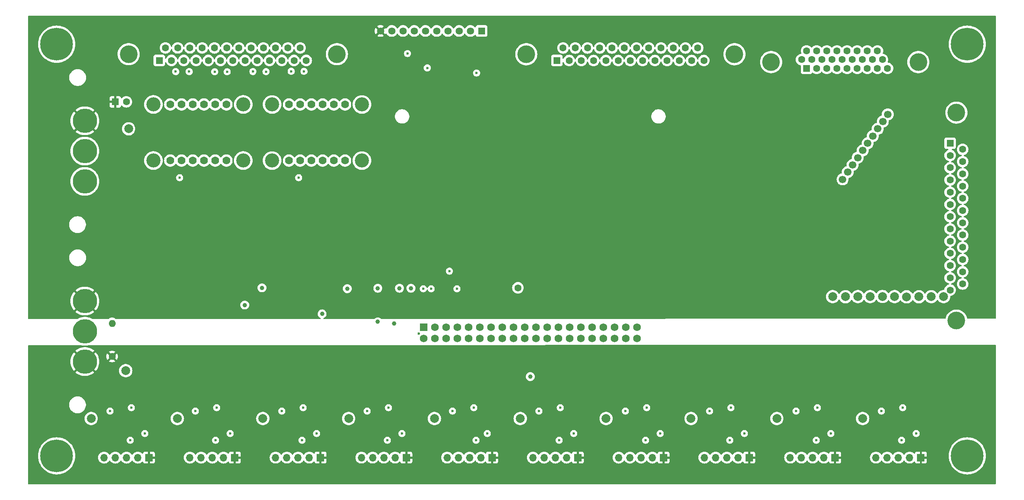
<source format=gbr>
%TF.GenerationSoftware,KiCad,Pcbnew,8.0.7*%
%TF.CreationDate,2025-03-17T18:41:30-07:00*%
%TF.ProjectId,launchController_noTemp,6c61756e-6368-4436-9f6e-74726f6c6c65,rev?*%
%TF.SameCoordinates,Original*%
%TF.FileFunction,Copper,L3,Inr*%
%TF.FilePolarity,Positive*%
%FSLAX46Y46*%
G04 Gerber Fmt 4.6, Leading zero omitted, Abs format (unit mm)*
G04 Created by KiCad (PCBNEW 8.0.7) date 2025-03-17 18:41:30*
%MOMM*%
%LPD*%
G01*
G04 APERTURE LIST*
%TA.AperFunction,ComponentPad*%
%ADD10R,1.700000X1.700000*%
%TD*%
%TA.AperFunction,ComponentPad*%
%ADD11O,1.700000X1.700000*%
%TD*%
%TA.AperFunction,ComponentPad*%
%ADD12C,5.500000*%
%TD*%
%TA.AperFunction,ComponentPad*%
%ADD13C,1.600000*%
%TD*%
%TA.AperFunction,ComponentPad*%
%ADD14O,1.600000X1.600000*%
%TD*%
%TA.AperFunction,ComponentPad*%
%ADD15C,7.400000*%
%TD*%
%TA.AperFunction,ComponentPad*%
%ADD16C,4.000000*%
%TD*%
%TA.AperFunction,ComponentPad*%
%ADD17R,1.600000X1.600000*%
%TD*%
%TA.AperFunction,ComponentPad*%
%ADD18R,1.635000X1.635000*%
%TD*%
%TA.AperFunction,ComponentPad*%
%ADD19C,1.635000*%
%TD*%
%TA.AperFunction,ComponentPad*%
%ADD20C,1.778000*%
%TD*%
%TA.AperFunction,ComponentPad*%
%ADD21C,3.200000*%
%TD*%
%TA.AperFunction,ComponentPad*%
%ADD22R,1.750000X1.750000*%
%TD*%
%TA.AperFunction,ComponentPad*%
%ADD23C,1.750000*%
%TD*%
%TA.AperFunction,ViaPad*%
%ADD24C,0.600000*%
%TD*%
%TA.AperFunction,ViaPad*%
%ADD25C,2.000000*%
%TD*%
%TA.AperFunction,ViaPad*%
%ADD26C,1.000000*%
%TD*%
%TA.AperFunction,ViaPad*%
%ADD27C,1.600000*%
%TD*%
%TA.AperFunction,ViaPad*%
%ADD28C,1.700000*%
%TD*%
G04 APERTURE END LIST*
D10*
%TO.N,/+24V_switched*%
%TO.C,J2*%
X143281753Y-182500000D03*
D11*
%TO.N,/+5V*%
X140741753Y-182500000D03*
%TO.N,/GPIO 17*%
X138201753Y-182500000D03*
%TO.N,GND*%
X135661753Y-182500000D03*
%TO.N,/RelayOut2*%
X133121753Y-182500000D03*
%TD*%
D10*
%TO.N,/+24V_switched*%
%TO.C,J8*%
X259692271Y-182500000D03*
D11*
%TO.N,/+5V*%
X257152271Y-182500000D03*
%TO.N,/GPIO 5*%
X254612271Y-182500000D03*
%TO.N,GND*%
X252072271Y-182500000D03*
%TO.N,/RelayOut8*%
X249532271Y-182500000D03*
%TD*%
D12*
%TO.N,/+24V*%
%TO.C,POWER1*%
X109365000Y-106260000D03*
%TO.N,GND*%
X109365000Y-113110000D03*
X109365000Y-119960000D03*
%TD*%
D13*
%TO.N,/+24V_switched*%
%TO.C,C15*%
X115540000Y-159610000D03*
D14*
%TO.N,GND*%
X115540000Y-152110000D03*
%TD*%
D10*
%TO.N,/+24V_switched*%
%TO.C,J6*%
X220888765Y-182500000D03*
D11*
%TO.N,/+5V*%
X218348765Y-182500000D03*
%TO.N,/GPIO 9*%
X215808765Y-182500000D03*
%TO.N,GND*%
X213268765Y-182500000D03*
%TO.N,/RelayOut6*%
X210728765Y-182500000D03*
%TD*%
D15*
%TO.N,GND*%
%TO.C,H1*%
X308990000Y-88910000D03*
%TD*%
D12*
%TO.N,/+24V*%
%TO.C,RELAY_ARM1*%
X109365000Y-147060000D03*
%TO.N,GND*%
X109365000Y-153910000D03*
%TO.N,/+24V_switched*%
X109365000Y-160760000D03*
%TD*%
D16*
%TO.N,N/C*%
%TO.C,J13*%
X297915000Y-92960000D03*
X264615000Y-92960000D03*
D17*
%TO.N,/guarded_RelayOut9*%
X272640000Y-94380000D03*
D13*
%TO.N,/guarded_RelayOut8*%
X274930000Y-94380000D03*
%TO.N,/guarded_RelayOut7*%
X277220000Y-94380000D03*
%TO.N,/guarded_RelayOut6*%
X279510000Y-94380000D03*
%TO.N,/guarded_RelayOut5*%
X281800000Y-94380000D03*
%TO.N,/guarded_RelayOut4*%
X284090000Y-94380000D03*
%TO.N,/guarded_RelayOut3*%
X286380000Y-94380000D03*
%TO.N,/guarded_RelayOut2*%
X288670000Y-94380000D03*
%TO.N,/guarded_RelayOut1*%
X290960000Y-94380000D03*
%TO.N,/guarded_RelayOut10*%
X271495000Y-92400000D03*
%TO.N,GND*%
X273785000Y-92400000D03*
X276075000Y-92400000D03*
X278365000Y-92400000D03*
X280655000Y-92400000D03*
X282945000Y-92400000D03*
X285235000Y-92400000D03*
X287525000Y-92400000D03*
X289815000Y-92400000D03*
X272640000Y-90420000D03*
X274930000Y-90420000D03*
%TO.N,/PressureSwitch_in3*%
X277220000Y-90420000D03*
%TO.N,/+24V_guarded*%
X279510000Y-90420000D03*
%TO.N,/PressureSwitch_in2*%
X281800000Y-90420000D03*
%TO.N,/+24V_guarded*%
X284090000Y-90420000D03*
%TO.N,/PressureSwitch_in1*%
X286380000Y-90420000D03*
%TO.N,/+24V_guarded*%
X288670000Y-90420000D03*
%TD*%
D10*
%TO.N,/+24V_switched*%
%TO.C,J5*%
X201487012Y-182500000D03*
D11*
%TO.N,/+5V*%
X198947012Y-182500000D03*
%TO.N,/GPIO 10*%
X196407012Y-182500000D03*
%TO.N,GND*%
X193867012Y-182500000D03*
%TO.N,/RelayOut5*%
X191327012Y-182500000D03*
%TD*%
D16*
%TO.N,N/C*%
%TO.C,J17*%
X166385000Y-91170331D03*
X119285000Y-91170331D03*
D17*
%TO.N,GND*%
X126215000Y-92590331D03*
D13*
%TO.N,/A8*%
X128985000Y-92590331D03*
%TO.N,GND*%
X131755000Y-92590331D03*
%TO.N,/A7*%
X134525000Y-92590331D03*
%TO.N,/A6*%
X137295000Y-92590331D03*
%TO.N,GND*%
X140065000Y-92590331D03*
%TO.N,/A5*%
X142835000Y-92590331D03*
%TO.N,/A4*%
X145605000Y-92590331D03*
%TO.N,GND*%
X148375000Y-92590331D03*
%TO.N,/A3*%
X151145000Y-92590331D03*
%TO.N,/A2*%
X153915000Y-92590331D03*
%TO.N,GND*%
X156685000Y-92590331D03*
%TO.N,/A1*%
X159455000Y-92590331D03*
%TO.N,GND*%
X127600000Y-89750331D03*
%TO.N,/+5V*%
X130370000Y-89750331D03*
X133140000Y-89750331D03*
%TO.N,GND*%
X135910000Y-89750331D03*
%TO.N,/+5V*%
X138680000Y-89750331D03*
X141450000Y-89750331D03*
%TO.N,GND*%
X144220000Y-89750331D03*
%TO.N,/+5V*%
X146990000Y-89750331D03*
X149760000Y-89750331D03*
%TO.N,GND*%
X152530000Y-89750331D03*
%TO.N,/+5V*%
X155300000Y-89750331D03*
X158070000Y-89750331D03*
%TD*%
D18*
%TO.N,GND*%
%TO.C,J12*%
X199110000Y-85920000D03*
D19*
X196570000Y-85920000D03*
X194030000Y-85920000D03*
X191490000Y-85920000D03*
X188950000Y-85920000D03*
X186410000Y-85920000D03*
X183870000Y-85920000D03*
X181330000Y-85920000D03*
%TO.N,/+5V*%
X178790000Y-85920000D03*
%TO.N,/+24V*%
X176250000Y-85920000D03*
%TD*%
D17*
%TO.N,/+24V*%
%TO.C,C1*%
X116257621Y-101960000D03*
D13*
%TO.N,GND*%
X118757621Y-101960000D03*
%TD*%
D20*
%TO.N,/+5V*%
%TO.C,U2*%
X128693000Y-115247000D03*
%TO.N,GND*%
X131233000Y-115247000D03*
%TO.N,/SCLB*%
X133773000Y-115247000D03*
%TO.N,/SDAB*%
X136313000Y-115247000D03*
%TO.N,GND*%
X138853000Y-115247000D03*
%TO.N,unconnected-(U2-ALERT{slash}RDY-Pad6)*%
X141393000Y-115247000D03*
%TO.N,unconnected-(U2-A+-Pad7)*%
X128693000Y-102547000D03*
%TO.N,/A8*%
X131233000Y-102547000D03*
%TO.N,/A7*%
X133773000Y-102547000D03*
%TO.N,/A6*%
X136313000Y-102547000D03*
%TO.N,/A5*%
X138853000Y-102547000D03*
%TO.N,unconnected-(U2-A--Pad12)*%
X141393000Y-102547000D03*
D21*
%TO.N,N/C*%
X124883000Y-102547000D03*
X124883000Y-115247000D03*
X145203000Y-102547000D03*
X145203000Y-115247000D03*
%TD*%
D15*
%TO.N,GND*%
%TO.C,H4*%
X102990000Y-182110000D03*
%TD*%
%TO.N,GND*%
%TO.C,H3*%
X102990000Y-88910000D03*
%TD*%
D10*
%TO.N,/+24V_switched*%
%TO.C,J9*%
X279094024Y-182500000D03*
D11*
%TO.N,/+5V*%
X276554024Y-182500000D03*
%TO.N,/GPIO 6*%
X274014024Y-182500000D03*
%TO.N,GND*%
X271474024Y-182500000D03*
%TO.N,/RelayOut9*%
X268934024Y-182500000D03*
%TD*%
D16*
%TO.N,N/C*%
%TO.C,J16*%
X256325000Y-91180000D03*
X209225000Y-91180000D03*
D17*
%TO.N,GND*%
X216155000Y-92600000D03*
D13*
X218925000Y-92600000D03*
X221695000Y-92600000D03*
%TO.N,Net-(J16-Pad4)*%
X224465000Y-92600000D03*
%TO.N,Net-(J16-Pad5)*%
X227235000Y-92600000D03*
%TO.N,Net-(J16-Pad6)*%
X230005000Y-92600000D03*
%TO.N,Net-(J16-Pad7)*%
X232775000Y-92600000D03*
%TO.N,Net-(J16-Pad8)*%
X235545000Y-92600000D03*
%TO.N,Net-(J16-Pad9)*%
X238315000Y-92600000D03*
%TO.N,Net-(J16-Pad10)*%
X241085000Y-92600000D03*
%TO.N,Net-(J16-Pad11)*%
X243855000Y-92600000D03*
%TO.N,Net-(J16-Pad12)*%
X246625000Y-92600000D03*
%TO.N,Net-(J16-Pad13)*%
X249395000Y-92600000D03*
%TO.N,GND*%
X217540000Y-89760000D03*
X220310000Y-89760000D03*
X223080000Y-89760000D03*
X225850000Y-89760000D03*
X228620000Y-89760000D03*
X231390000Y-89760000D03*
X234160000Y-89760000D03*
X236930000Y-89760000D03*
X239700000Y-89760000D03*
X242470000Y-89760000D03*
X245240000Y-89760000D03*
X248010000Y-89760000D03*
%TD*%
D20*
%TO.N,/+5V*%
%TO.C,U1*%
X155540000Y-115260000D03*
%TO.N,GND*%
X158080000Y-115260000D03*
%TO.N,/SCLB*%
X160620000Y-115260000D03*
%TO.N,/SDAB*%
X163160000Y-115260000D03*
%TO.N,/+5V*%
X165700000Y-115260000D03*
%TO.N,unconnected-(U1-ALERT{slash}RDY-Pad6)*%
X168240000Y-115260000D03*
%TO.N,unconnected-(U1-A+-Pad7)*%
X155540000Y-102560000D03*
%TO.N,/A4*%
X158080000Y-102560000D03*
%TO.N,/A3*%
X160620000Y-102560000D03*
%TO.N,/A2*%
X163160000Y-102560000D03*
%TO.N,/A1*%
X165700000Y-102560000D03*
%TO.N,unconnected-(U1-A--Pad12)*%
X168240000Y-102560000D03*
D21*
%TO.N,N/C*%
X151730000Y-102560000D03*
X151730000Y-115260000D03*
X172050000Y-102560000D03*
X172050000Y-115260000D03*
%TD*%
D10*
%TO.N,/+24V_switched*%
%TO.C,J1*%
X123880000Y-182500000D03*
D11*
%TO.N,/+5V*%
X121340000Y-182500000D03*
%TO.N,/GPIO 4*%
X118800000Y-182500000D03*
%TO.N,GND*%
X116260000Y-182500000D03*
%TO.N,/RelayOut1*%
X113720000Y-182500000D03*
%TD*%
D10*
%TO.N,/+24V_switched*%
%TO.C,J10*%
X298495777Y-182500000D03*
D11*
%TO.N,/+5V*%
X295955777Y-182500000D03*
%TO.N,/GPIO 13*%
X293415777Y-182500000D03*
%TO.N,GND*%
X290875777Y-182500000D03*
%TO.N,/RelayOut10*%
X288335777Y-182500000D03*
%TD*%
D15*
%TO.N,GND*%
%TO.C,H2*%
X308990000Y-182110000D03*
%TD*%
D16*
%TO.N,N/C*%
%TO.C,J14*%
X306529669Y-151505000D03*
X306529669Y-104405000D03*
D17*
%TO.N,GND*%
X305109669Y-111335000D03*
D13*
%TO.N,/PressureSwitch_in1*%
X305109669Y-114105000D03*
%TO.N,/PressureSwitch_in2*%
X305109669Y-116875000D03*
%TO.N,/RelayOut1*%
X305109669Y-119645000D03*
%TO.N,/RelayOut2*%
X305109669Y-122415000D03*
%TO.N,/RelayOut3*%
X305109669Y-125185000D03*
%TO.N,/RelayOut4*%
X305109669Y-127955000D03*
%TO.N,/RelayOut5*%
X305109669Y-130725000D03*
%TO.N,/RelayOut6*%
X305109669Y-133495000D03*
%TO.N,/RelayOut7*%
X305109669Y-136265000D03*
%TO.N,/RelayOut8*%
X305109669Y-139035000D03*
%TO.N,/RelayOut9*%
X305109669Y-141805000D03*
%TO.N,/RelayOut10*%
X305109669Y-144575000D03*
%TO.N,/+24V_guarded*%
X307949669Y-112720000D03*
%TO.N,/PressureSwitch_in3*%
X307949669Y-115490000D03*
%TO.N,/guarded_RelayOut1*%
X307949669Y-118260000D03*
%TO.N,/guarded_RelayOut2*%
X307949669Y-121030000D03*
%TO.N,/guarded_RelayOut3*%
X307949669Y-123800000D03*
%TO.N,/guarded_RelayOut4*%
X307949669Y-126570000D03*
%TO.N,/guarded_RelayOut5*%
X307949669Y-129340000D03*
%TO.N,/guarded_RelayOut6*%
X307949669Y-132110000D03*
%TO.N,/guarded_RelayOut7*%
X307949669Y-134880000D03*
%TO.N,/guarded_RelayOut8*%
X307949669Y-137650000D03*
%TO.N,/guarded_RelayOut9*%
X307949669Y-140420000D03*
%TO.N,/guarded_RelayOut10*%
X307949669Y-143190000D03*
%TD*%
D10*
%TO.N,/+24V_switched*%
%TO.C,J4*%
X182085259Y-182500000D03*
D11*
%TO.N,/+5V*%
X179545259Y-182500000D03*
%TO.N,/GPIO 22*%
X177005259Y-182500000D03*
%TO.N,GND*%
X174465259Y-182500000D03*
%TO.N,/RelayOut4*%
X171925259Y-182500000D03*
%TD*%
D10*
%TO.N,/+24V_switched*%
%TO.C,J7*%
X240290518Y-182500000D03*
D11*
%TO.N,/+5V*%
X237750518Y-182500000D03*
%TO.N,/GPIO 11*%
X235210518Y-182500000D03*
%TO.N,GND*%
X232670518Y-182500000D03*
%TO.N,/RelayOut7*%
X230130518Y-182500000D03*
%TD*%
D22*
%TO.N,/+3.3V*%
%TO.C,J11*%
X186010000Y-152990000D03*
D23*
%TO.N,/+5V*%
X186010000Y-155530000D03*
%TO.N,/SDAA*%
X188550000Y-152990000D03*
%TO.N,/+5V*%
X188550000Y-155530000D03*
%TO.N,/SCLA*%
X191090000Y-152990000D03*
%TO.N,GND*%
X191090000Y-155530000D03*
%TO.N,/GPIO 4*%
X193630000Y-152990000D03*
%TO.N,unconnected-(J11-GPIO14{slash}UART_TXD-Pad8)*%
X193630000Y-155530000D03*
%TO.N,GND*%
X196170000Y-152990000D03*
%TO.N,unconnected-(J11-GPIO15{slash}UART_RXD-Pad10)*%
X196170000Y-155530000D03*
%TO.N,/GPIO 17*%
X198710000Y-152990000D03*
%TO.N,unconnected-(J11-GPIO18{slash}SPI1_~{CE0}{slash}PCM_CLK{slash}PWM0-Pad12)*%
X198710000Y-155530000D03*
%TO.N,/GPIO 27*%
X201250000Y-152990000D03*
%TO.N,GND*%
X201250000Y-155530000D03*
%TO.N,/GPIO 22*%
X203790000Y-152990000D03*
%TO.N,unconnected-(J11-GPIO23{slash}SDIO_CMD-Pad16)*%
X203790000Y-155530000D03*
%TO.N,/+3.3V*%
X206330000Y-152990000D03*
%TO.N,unconnected-(J11-GPIO24{slash}SDIO_DAT0-Pad18)*%
X206330000Y-155530000D03*
%TO.N,/GPIO 10*%
X208870000Y-152990000D03*
%TO.N,GND*%
X208870000Y-155530000D03*
%TO.N,/GPIO 9*%
X211410000Y-152990000D03*
%TO.N,unconnected-(J11-GPIO25{slash}SDIO_DAT1-Pad22)*%
X211410000Y-155530000D03*
%TO.N,/GPIO 11*%
X213950000Y-152990000D03*
%TO.N,unconnected-(J11-~{CE0}_SPI0{slash}GPIO08-Pad24)*%
X213950000Y-155530000D03*
%TO.N,GND*%
X216490000Y-152990000D03*
%TO.N,unconnected-(J11-~{CE1}_SPI0{slash}GPIO07-Pad26)*%
X216490000Y-155530000D03*
%TO.N,unconnected-(J11-ID_SD_I2C0{slash}GPIO00-Pad27)*%
X219030000Y-152990000D03*
%TO.N,unconnected-(J11-ID_SC_I2C0{slash}GPIO01-Pad28)*%
X219030000Y-155530000D03*
%TO.N,/GPIO 5*%
X221570000Y-152990000D03*
%TO.N,GND*%
X221570000Y-155530000D03*
%TO.N,/GPIO 6*%
X224110000Y-152990000D03*
%TO.N,unconnected-(J11-GPIO12{slash}PWM0-Pad32)*%
X224110000Y-155530000D03*
%TO.N,/GPIO 13*%
X226650000Y-152990000D03*
%TO.N,GND*%
X226650000Y-155530000D03*
%TO.N,unconnected-(J11-GPIO19{slash}SPI1_MISO{slash}PCM_FS-Pad35)*%
X229190000Y-152990000D03*
%TO.N,unconnected-(J11-GPIO16{slash}SPI1_~{CE2}-Pad36)*%
X229190000Y-155530000D03*
%TO.N,unconnected-(J11-GPIO26{slash}SDIO_DAT2-Pad37)*%
X231730000Y-152990000D03*
%TO.N,unconnected-(J11-GPIO20{slash}SPI1_MOSI{slash}PCM_DIN{slash}PWM1-Pad38)*%
X231730000Y-155530000D03*
%TO.N,GND*%
X234270000Y-152990000D03*
%TO.N,unconnected-(J11-GPIO21{slash}SPI1_SCLK{slash}PCM_DOUT-Pad40)*%
X234270000Y-155530000D03*
%TD*%
D10*
%TO.N,/+24V_switched*%
%TO.C,J3*%
X162683506Y-182500000D03*
D11*
%TO.N,/+5V*%
X160143506Y-182500000D03*
%TO.N,/GPIO 27*%
X157603506Y-182500000D03*
%TO.N,GND*%
X155063506Y-182500000D03*
%TO.N,/RelayOut3*%
X152523506Y-182500000D03*
%TD*%
D24*
%TO.N,GND*%
X197981322Y-95426111D03*
X186843857Y-94281138D03*
X182368053Y-91019700D03*
X158948613Y-95068237D03*
X156051171Y-95045302D03*
X150365675Y-95122088D03*
X147396117Y-95098706D03*
X141565781Y-95143521D03*
X138750350Y-95154693D03*
X132973550Y-95112303D03*
X129916685Y-95112303D03*
D25*
X118618000Y-162814000D03*
X119272206Y-108057793D03*
D24*
X157734000Y-119126000D03*
X130810000Y-119126000D03*
X193548000Y-144272000D03*
X187706000Y-144272000D03*
X185928000Y-144272000D03*
X294386000Y-171196000D03*
X289560000Y-171958000D03*
X294132000Y-178562000D03*
X297434000Y-177038000D03*
X275082000Y-171196000D03*
X270256000Y-171958000D03*
X274828000Y-178562000D03*
X278130000Y-177038000D03*
X255524000Y-171196000D03*
X250698000Y-171958000D03*
X255270000Y-178562000D03*
X258572000Y-177038000D03*
X236474000Y-171196000D03*
X231648000Y-171958000D03*
X236220000Y-178562000D03*
X239522000Y-177038000D03*
X216916000Y-171196000D03*
X212090000Y-171958000D03*
X216662000Y-178562000D03*
X219964000Y-177038000D03*
X197358000Y-171196000D03*
X192532000Y-171958000D03*
X197866000Y-178562000D03*
X200406000Y-177038000D03*
X178054000Y-171196000D03*
X173228000Y-171958000D03*
X177800000Y-178562000D03*
X181102000Y-177038000D03*
X158750000Y-171196000D03*
X153924000Y-171958000D03*
X158496000Y-178562000D03*
X161798000Y-177038000D03*
X139192000Y-171196000D03*
X138938000Y-178562000D03*
X134366000Y-171958000D03*
X142240000Y-177038000D03*
X122936000Y-177038000D03*
X119634000Y-178562000D03*
X119888000Y-171196000D03*
X115062000Y-171958000D03*
X184940000Y-154460000D03*
D26*
%TO.N,/+5V*%
X180540000Y-144160000D03*
X179324000Y-152146000D03*
X149440000Y-144060000D03*
X183140000Y-144160000D03*
X145540000Y-147960000D03*
X175640000Y-144160000D03*
D24*
X191850500Y-140288500D03*
D26*
X175640000Y-151760000D03*
X210140000Y-164170000D03*
X163040000Y-149960000D03*
D27*
X207340000Y-144060000D03*
D26*
X168740000Y-144260000D03*
D25*
%TO.N,/RelayOut1*%
X278540000Y-146060000D03*
X110806464Y-173660000D03*
%TO.N,/RelayOut2*%
X130290000Y-173660000D03*
X281452335Y-146072335D03*
%TO.N,/RelayOut3*%
X284237335Y-146057334D03*
X149630458Y-173660000D03*
%TO.N,/RelayOut4*%
X287022335Y-146042334D03*
X169042455Y-173660000D03*
%TO.N,/RelayOut5*%
X188454452Y-173660000D03*
X289807335Y-146027335D03*
%TO.N,/RelayOut6*%
X292542335Y-146062335D03*
X207866449Y-173660000D03*
%TO.N,/RelayOut7*%
X227278446Y-173660000D03*
X295268222Y-146097335D03*
%TO.N,/RelayOut8*%
X246499967Y-173660000D03*
X298056259Y-146082335D03*
%TO.N,/RelayOut9*%
X300844296Y-146067335D03*
X265911964Y-173660000D03*
%TO.N,/RelayOut10*%
X303632334Y-146052334D03*
X285323961Y-173660000D03*
D28*
%TO.N,/guarded_RelayOut8*%
X283064707Y-116235293D03*
%TO.N,/guarded_RelayOut9*%
X281929707Y-117870293D03*
%TO.N,/guarded_RelayOut4*%
X287604707Y-109695293D03*
%TO.N,/guarded_RelayOut1*%
X291009707Y-104790293D03*
%TO.N,/guarded_RelayOut10*%
X280794707Y-119505293D03*
%TO.N,/guarded_RelayOut3*%
X288739707Y-108060293D03*
%TO.N,/guarded_RelayOut2*%
X289874707Y-106425293D03*
%TO.N,/guarded_RelayOut7*%
X284199707Y-114600293D03*
%TO.N,/guarded_RelayOut6*%
X285334707Y-112965293D03*
%TO.N,/guarded_RelayOut5*%
X286469707Y-111330293D03*
%TD*%
%TA.AperFunction,Conductor*%
%TO.N,/+24V_switched*%
G36*
X315382492Y-156979937D02*
G01*
X315428271Y-157032720D01*
X315439500Y-157084283D01*
X315439500Y-188435500D01*
X315419815Y-188502539D01*
X315367011Y-188548294D01*
X315315500Y-188559500D01*
X96664500Y-188559500D01*
X96597461Y-188539815D01*
X96551706Y-188487011D01*
X96540500Y-188435500D01*
X96540500Y-182110000D01*
X98784434Y-182110000D01*
X98804685Y-182522218D01*
X98804685Y-182522223D01*
X98804686Y-182522227D01*
X98865244Y-182930471D01*
X98915776Y-183132205D01*
X98927205Y-183177834D01*
X98965527Y-183330821D01*
X99104555Y-183719379D01*
X99104562Y-183719395D01*
X99104564Y-183719400D01*
X99281022Y-184092490D01*
X99281024Y-184092493D01*
X99493198Y-184446484D01*
X99739058Y-184777988D01*
X100016215Y-185083784D01*
X100322011Y-185360941D01*
X100322017Y-185360946D01*
X100653513Y-185606800D01*
X101007510Y-185818978D01*
X101380600Y-185995436D01*
X101380609Y-185995439D01*
X101380620Y-185995444D01*
X101741738Y-186124654D01*
X101769189Y-186134476D01*
X102169535Y-186234757D01*
X102577782Y-186295315D01*
X102990000Y-186315566D01*
X103402218Y-186295315D01*
X103810465Y-186234757D01*
X104210811Y-186134476D01*
X104391380Y-186069866D01*
X104599379Y-185995444D01*
X104599385Y-185995441D01*
X104599400Y-185995436D01*
X104972490Y-185818978D01*
X105326487Y-185606800D01*
X105657983Y-185360946D01*
X105963784Y-185083784D01*
X106240946Y-184777983D01*
X106486800Y-184446487D01*
X106698978Y-184092490D01*
X106875436Y-183719400D01*
X106891669Y-183674034D01*
X106969189Y-183457379D01*
X107014476Y-183330811D01*
X107114757Y-182930465D01*
X107175315Y-182522218D01*
X107176407Y-182499999D01*
X112364341Y-182499999D01*
X112364341Y-182500000D01*
X112384936Y-182735403D01*
X112384938Y-182735413D01*
X112446094Y-182963655D01*
X112446096Y-182963659D01*
X112446097Y-182963663D01*
X112526004Y-183135023D01*
X112545965Y-183177830D01*
X112545967Y-183177834D01*
X112653084Y-183330811D01*
X112681505Y-183371401D01*
X112848599Y-183538495D01*
X112925135Y-183592086D01*
X113042165Y-183674032D01*
X113042167Y-183674033D01*
X113042170Y-183674035D01*
X113256337Y-183773903D01*
X113484592Y-183835063D01*
X113655319Y-183850000D01*
X113719999Y-183855659D01*
X113720000Y-183855659D01*
X113720001Y-183855659D01*
X113784681Y-183850000D01*
X113955408Y-183835063D01*
X114183663Y-183773903D01*
X114397830Y-183674035D01*
X114591401Y-183538495D01*
X114758495Y-183371401D01*
X114888425Y-183185842D01*
X114943002Y-183142217D01*
X115012500Y-183135023D01*
X115074855Y-183166546D01*
X115091575Y-183185842D01*
X115221500Y-183371395D01*
X115221505Y-183371401D01*
X115388599Y-183538495D01*
X115465135Y-183592086D01*
X115582165Y-183674032D01*
X115582167Y-183674033D01*
X115582170Y-183674035D01*
X115796337Y-183773903D01*
X116024592Y-183835063D01*
X116195319Y-183850000D01*
X116259999Y-183855659D01*
X116260000Y-183855659D01*
X116260001Y-183855659D01*
X116324681Y-183850000D01*
X116495408Y-183835063D01*
X116723663Y-183773903D01*
X116937830Y-183674035D01*
X117131401Y-183538495D01*
X117298495Y-183371401D01*
X117428425Y-183185842D01*
X117483002Y-183142217D01*
X117552500Y-183135023D01*
X117614855Y-183166546D01*
X117631575Y-183185842D01*
X117761500Y-183371395D01*
X117761505Y-183371401D01*
X117928599Y-183538495D01*
X118005135Y-183592086D01*
X118122165Y-183674032D01*
X118122167Y-183674033D01*
X118122170Y-183674035D01*
X118336337Y-183773903D01*
X118564592Y-183835063D01*
X118735319Y-183850000D01*
X118799999Y-183855659D01*
X118800000Y-183855659D01*
X118800001Y-183855659D01*
X118864681Y-183850000D01*
X119035408Y-183835063D01*
X119263663Y-183773903D01*
X119477830Y-183674035D01*
X119671401Y-183538495D01*
X119838495Y-183371401D01*
X119968425Y-183185842D01*
X120023002Y-183142217D01*
X120092500Y-183135023D01*
X120154855Y-183166546D01*
X120171575Y-183185842D01*
X120301500Y-183371395D01*
X120301505Y-183371401D01*
X120468599Y-183538495D01*
X120545135Y-183592086D01*
X120662165Y-183674032D01*
X120662167Y-183674033D01*
X120662170Y-183674035D01*
X120876337Y-183773903D01*
X121104592Y-183835063D01*
X121275319Y-183850000D01*
X121339999Y-183855659D01*
X121340000Y-183855659D01*
X121340001Y-183855659D01*
X121404681Y-183850000D01*
X121575408Y-183835063D01*
X121803663Y-183773903D01*
X122017830Y-183674035D01*
X122211401Y-183538495D01*
X122333717Y-183416178D01*
X122395036Y-183382696D01*
X122464728Y-183387680D01*
X122520662Y-183429551D01*
X122537577Y-183460528D01*
X122586646Y-183592088D01*
X122586649Y-183592093D01*
X122672809Y-183707187D01*
X122672812Y-183707190D01*
X122787906Y-183793350D01*
X122787913Y-183793354D01*
X122922620Y-183843596D01*
X122922627Y-183843598D01*
X122982155Y-183849999D01*
X122982172Y-183850000D01*
X123630000Y-183850000D01*
X123630000Y-182933012D01*
X123687007Y-182965925D01*
X123814174Y-183000000D01*
X123945826Y-183000000D01*
X124072993Y-182965925D01*
X124130000Y-182933012D01*
X124130000Y-183850000D01*
X124777828Y-183850000D01*
X124777844Y-183849999D01*
X124837372Y-183843598D01*
X124837379Y-183843596D01*
X124972086Y-183793354D01*
X124972093Y-183793350D01*
X125087187Y-183707190D01*
X125087190Y-183707187D01*
X125173350Y-183592093D01*
X125173354Y-183592086D01*
X125223596Y-183457379D01*
X125223598Y-183457372D01*
X125229999Y-183397844D01*
X125230000Y-183397827D01*
X125230000Y-182750000D01*
X124313012Y-182750000D01*
X124345925Y-182692993D01*
X124380000Y-182565826D01*
X124380000Y-182499999D01*
X131766094Y-182499999D01*
X131766094Y-182500000D01*
X131786689Y-182735403D01*
X131786691Y-182735413D01*
X131847847Y-182963655D01*
X131847849Y-182963659D01*
X131847850Y-182963663D01*
X131927757Y-183135023D01*
X131947718Y-183177830D01*
X131947720Y-183177834D01*
X132054837Y-183330811D01*
X132083258Y-183371401D01*
X132250352Y-183538495D01*
X132326888Y-183592086D01*
X132443918Y-183674032D01*
X132443920Y-183674033D01*
X132443923Y-183674035D01*
X132658090Y-183773903D01*
X132886345Y-183835063D01*
X133057072Y-183850000D01*
X133121752Y-183855659D01*
X133121753Y-183855659D01*
X133121754Y-183855659D01*
X133186434Y-183850000D01*
X133357161Y-183835063D01*
X133585416Y-183773903D01*
X133799583Y-183674035D01*
X133993154Y-183538495D01*
X134160248Y-183371401D01*
X134290178Y-183185842D01*
X134344755Y-183142217D01*
X134414253Y-183135023D01*
X134476608Y-183166546D01*
X134493328Y-183185842D01*
X134623253Y-183371395D01*
X134623258Y-183371401D01*
X134790352Y-183538495D01*
X134866888Y-183592086D01*
X134983918Y-183674032D01*
X134983920Y-183674033D01*
X134983923Y-183674035D01*
X135198090Y-183773903D01*
X135426345Y-183835063D01*
X135597072Y-183850000D01*
X135661752Y-183855659D01*
X135661753Y-183855659D01*
X135661754Y-183855659D01*
X135726434Y-183850000D01*
X135897161Y-183835063D01*
X136125416Y-183773903D01*
X136339583Y-183674035D01*
X136533154Y-183538495D01*
X136700248Y-183371401D01*
X136830178Y-183185842D01*
X136884755Y-183142217D01*
X136954253Y-183135023D01*
X137016608Y-183166546D01*
X137033328Y-183185842D01*
X137163253Y-183371395D01*
X137163258Y-183371401D01*
X137330352Y-183538495D01*
X137406888Y-183592086D01*
X137523918Y-183674032D01*
X137523920Y-183674033D01*
X137523923Y-183674035D01*
X137738090Y-183773903D01*
X137966345Y-183835063D01*
X138137072Y-183850000D01*
X138201752Y-183855659D01*
X138201753Y-183855659D01*
X138201754Y-183855659D01*
X138266434Y-183850000D01*
X138437161Y-183835063D01*
X138665416Y-183773903D01*
X138879583Y-183674035D01*
X139073154Y-183538495D01*
X139240248Y-183371401D01*
X139370178Y-183185842D01*
X139424755Y-183142217D01*
X139494253Y-183135023D01*
X139556608Y-183166546D01*
X139573328Y-183185842D01*
X139703253Y-183371395D01*
X139703258Y-183371401D01*
X139870352Y-183538495D01*
X139946888Y-183592086D01*
X140063918Y-183674032D01*
X140063920Y-183674033D01*
X140063923Y-183674035D01*
X140278090Y-183773903D01*
X140506345Y-183835063D01*
X140677072Y-183850000D01*
X140741752Y-183855659D01*
X140741753Y-183855659D01*
X140741754Y-183855659D01*
X140806434Y-183850000D01*
X140977161Y-183835063D01*
X141205416Y-183773903D01*
X141419583Y-183674035D01*
X141613154Y-183538495D01*
X141735470Y-183416178D01*
X141796789Y-183382696D01*
X141866481Y-183387680D01*
X141922415Y-183429551D01*
X141939330Y-183460528D01*
X141988399Y-183592088D01*
X141988402Y-183592093D01*
X142074562Y-183707187D01*
X142074565Y-183707190D01*
X142189659Y-183793350D01*
X142189666Y-183793354D01*
X142324373Y-183843596D01*
X142324380Y-183843598D01*
X142383908Y-183849999D01*
X142383925Y-183850000D01*
X143031753Y-183850000D01*
X143031753Y-182933012D01*
X143088760Y-182965925D01*
X143215927Y-183000000D01*
X143347579Y-183000000D01*
X143474746Y-182965925D01*
X143531753Y-182933012D01*
X143531753Y-183850000D01*
X144179581Y-183850000D01*
X144179597Y-183849999D01*
X144239125Y-183843598D01*
X144239132Y-183843596D01*
X144373839Y-183793354D01*
X144373846Y-183793350D01*
X144488940Y-183707190D01*
X144488943Y-183707187D01*
X144575103Y-183592093D01*
X144575107Y-183592086D01*
X144625349Y-183457379D01*
X144625351Y-183457372D01*
X144631752Y-183397844D01*
X144631753Y-183397827D01*
X144631753Y-182750000D01*
X143714765Y-182750000D01*
X143747678Y-182692993D01*
X143781753Y-182565826D01*
X143781753Y-182499999D01*
X151167847Y-182499999D01*
X151167847Y-182500000D01*
X151188442Y-182735403D01*
X151188444Y-182735413D01*
X151249600Y-182963655D01*
X151249602Y-182963659D01*
X151249603Y-182963663D01*
X151329510Y-183135023D01*
X151349471Y-183177830D01*
X151349473Y-183177834D01*
X151456590Y-183330811D01*
X151485011Y-183371401D01*
X151652105Y-183538495D01*
X151728641Y-183592086D01*
X151845671Y-183674032D01*
X151845673Y-183674033D01*
X151845676Y-183674035D01*
X152059843Y-183773903D01*
X152288098Y-183835063D01*
X152458825Y-183850000D01*
X152523505Y-183855659D01*
X152523506Y-183855659D01*
X152523507Y-183855659D01*
X152588187Y-183850000D01*
X152758914Y-183835063D01*
X152987169Y-183773903D01*
X153201336Y-183674035D01*
X153394907Y-183538495D01*
X153562001Y-183371401D01*
X153691931Y-183185842D01*
X153746508Y-183142217D01*
X153816006Y-183135023D01*
X153878361Y-183166546D01*
X153895081Y-183185842D01*
X154025006Y-183371395D01*
X154025011Y-183371401D01*
X154192105Y-183538495D01*
X154268641Y-183592086D01*
X154385671Y-183674032D01*
X154385673Y-183674033D01*
X154385676Y-183674035D01*
X154599843Y-183773903D01*
X154828098Y-183835063D01*
X154998825Y-183850000D01*
X155063505Y-183855659D01*
X155063506Y-183855659D01*
X155063507Y-183855659D01*
X155128187Y-183850000D01*
X155298914Y-183835063D01*
X155527169Y-183773903D01*
X155741336Y-183674035D01*
X155934907Y-183538495D01*
X156102001Y-183371401D01*
X156231931Y-183185842D01*
X156286508Y-183142217D01*
X156356006Y-183135023D01*
X156418361Y-183166546D01*
X156435081Y-183185842D01*
X156565006Y-183371395D01*
X156565011Y-183371401D01*
X156732105Y-183538495D01*
X156808641Y-183592086D01*
X156925671Y-183674032D01*
X156925673Y-183674033D01*
X156925676Y-183674035D01*
X157139843Y-183773903D01*
X157368098Y-183835063D01*
X157538825Y-183850000D01*
X157603505Y-183855659D01*
X157603506Y-183855659D01*
X157603507Y-183855659D01*
X157668187Y-183850000D01*
X157838914Y-183835063D01*
X158067169Y-183773903D01*
X158281336Y-183674035D01*
X158474907Y-183538495D01*
X158642001Y-183371401D01*
X158771931Y-183185842D01*
X158826508Y-183142217D01*
X158896006Y-183135023D01*
X158958361Y-183166546D01*
X158975081Y-183185842D01*
X159105006Y-183371395D01*
X159105011Y-183371401D01*
X159272105Y-183538495D01*
X159348641Y-183592086D01*
X159465671Y-183674032D01*
X159465673Y-183674033D01*
X159465676Y-183674035D01*
X159679843Y-183773903D01*
X159908098Y-183835063D01*
X160078825Y-183850000D01*
X160143505Y-183855659D01*
X160143506Y-183855659D01*
X160143507Y-183855659D01*
X160208187Y-183850000D01*
X160378914Y-183835063D01*
X160607169Y-183773903D01*
X160821336Y-183674035D01*
X161014907Y-183538495D01*
X161137223Y-183416178D01*
X161198542Y-183382696D01*
X161268234Y-183387680D01*
X161324168Y-183429551D01*
X161341083Y-183460528D01*
X161390152Y-183592088D01*
X161390155Y-183592093D01*
X161476315Y-183707187D01*
X161476318Y-183707190D01*
X161591412Y-183793350D01*
X161591419Y-183793354D01*
X161726126Y-183843596D01*
X161726133Y-183843598D01*
X161785661Y-183849999D01*
X161785678Y-183850000D01*
X162433506Y-183850000D01*
X162433506Y-182933012D01*
X162490513Y-182965925D01*
X162617680Y-183000000D01*
X162749332Y-183000000D01*
X162876499Y-182965925D01*
X162933506Y-182933012D01*
X162933506Y-183850000D01*
X163581334Y-183850000D01*
X163581350Y-183849999D01*
X163640878Y-183843598D01*
X163640885Y-183843596D01*
X163775592Y-183793354D01*
X163775599Y-183793350D01*
X163890693Y-183707190D01*
X163890696Y-183707187D01*
X163976856Y-183592093D01*
X163976860Y-183592086D01*
X164027102Y-183457379D01*
X164027104Y-183457372D01*
X164033505Y-183397844D01*
X164033506Y-183397827D01*
X164033506Y-182750000D01*
X163116518Y-182750000D01*
X163149431Y-182692993D01*
X163183506Y-182565826D01*
X163183506Y-182499999D01*
X170569600Y-182499999D01*
X170569600Y-182500000D01*
X170590195Y-182735403D01*
X170590197Y-182735413D01*
X170651353Y-182963655D01*
X170651355Y-182963659D01*
X170651356Y-182963663D01*
X170731263Y-183135023D01*
X170751224Y-183177830D01*
X170751226Y-183177834D01*
X170858343Y-183330811D01*
X170886764Y-183371401D01*
X171053858Y-183538495D01*
X171130394Y-183592086D01*
X171247424Y-183674032D01*
X171247426Y-183674033D01*
X171247429Y-183674035D01*
X171461596Y-183773903D01*
X171689851Y-183835063D01*
X171860578Y-183850000D01*
X171925258Y-183855659D01*
X171925259Y-183855659D01*
X171925260Y-183855659D01*
X171989940Y-183850000D01*
X172160667Y-183835063D01*
X172388922Y-183773903D01*
X172603089Y-183674035D01*
X172796660Y-183538495D01*
X172963754Y-183371401D01*
X173093684Y-183185842D01*
X173148261Y-183142217D01*
X173217759Y-183135023D01*
X173280114Y-183166546D01*
X173296834Y-183185842D01*
X173426759Y-183371395D01*
X173426764Y-183371401D01*
X173593858Y-183538495D01*
X173670394Y-183592086D01*
X173787424Y-183674032D01*
X173787426Y-183674033D01*
X173787429Y-183674035D01*
X174001596Y-183773903D01*
X174229851Y-183835063D01*
X174400578Y-183850000D01*
X174465258Y-183855659D01*
X174465259Y-183855659D01*
X174465260Y-183855659D01*
X174529940Y-183850000D01*
X174700667Y-183835063D01*
X174928922Y-183773903D01*
X175143089Y-183674035D01*
X175336660Y-183538495D01*
X175503754Y-183371401D01*
X175633684Y-183185842D01*
X175688261Y-183142217D01*
X175757759Y-183135023D01*
X175820114Y-183166546D01*
X175836834Y-183185842D01*
X175966759Y-183371395D01*
X175966764Y-183371401D01*
X176133858Y-183538495D01*
X176210394Y-183592086D01*
X176327424Y-183674032D01*
X176327426Y-183674033D01*
X176327429Y-183674035D01*
X176541596Y-183773903D01*
X176769851Y-183835063D01*
X176940578Y-183850000D01*
X177005258Y-183855659D01*
X177005259Y-183855659D01*
X177005260Y-183855659D01*
X177069940Y-183850000D01*
X177240667Y-183835063D01*
X177468922Y-183773903D01*
X177683089Y-183674035D01*
X177876660Y-183538495D01*
X178043754Y-183371401D01*
X178173684Y-183185842D01*
X178228261Y-183142217D01*
X178297759Y-183135023D01*
X178360114Y-183166546D01*
X178376834Y-183185842D01*
X178506759Y-183371395D01*
X178506764Y-183371401D01*
X178673858Y-183538495D01*
X178750394Y-183592086D01*
X178867424Y-183674032D01*
X178867426Y-183674033D01*
X178867429Y-183674035D01*
X179081596Y-183773903D01*
X179309851Y-183835063D01*
X179480578Y-183850000D01*
X179545258Y-183855659D01*
X179545259Y-183855659D01*
X179545260Y-183855659D01*
X179609940Y-183850000D01*
X179780667Y-183835063D01*
X180008922Y-183773903D01*
X180223089Y-183674035D01*
X180416660Y-183538495D01*
X180538976Y-183416178D01*
X180600295Y-183382696D01*
X180669987Y-183387680D01*
X180725921Y-183429551D01*
X180742836Y-183460528D01*
X180791905Y-183592088D01*
X180791908Y-183592093D01*
X180878068Y-183707187D01*
X180878071Y-183707190D01*
X180993165Y-183793350D01*
X180993172Y-183793354D01*
X181127879Y-183843596D01*
X181127886Y-183843598D01*
X181187414Y-183849999D01*
X181187431Y-183850000D01*
X181835259Y-183850000D01*
X181835259Y-182933012D01*
X181892266Y-182965925D01*
X182019433Y-183000000D01*
X182151085Y-183000000D01*
X182278252Y-182965925D01*
X182335259Y-182933012D01*
X182335259Y-183850000D01*
X182983087Y-183850000D01*
X182983103Y-183849999D01*
X183042631Y-183843598D01*
X183042638Y-183843596D01*
X183177345Y-183793354D01*
X183177352Y-183793350D01*
X183292446Y-183707190D01*
X183292449Y-183707187D01*
X183378609Y-183592093D01*
X183378613Y-183592086D01*
X183428855Y-183457379D01*
X183428857Y-183457372D01*
X183435258Y-183397844D01*
X183435259Y-183397827D01*
X183435259Y-182750000D01*
X182518271Y-182750000D01*
X182551184Y-182692993D01*
X182585259Y-182565826D01*
X182585259Y-182499999D01*
X189971353Y-182499999D01*
X189971353Y-182500000D01*
X189991948Y-182735403D01*
X189991950Y-182735413D01*
X190053106Y-182963655D01*
X190053108Y-182963659D01*
X190053109Y-182963663D01*
X190133016Y-183135023D01*
X190152977Y-183177830D01*
X190152979Y-183177834D01*
X190260096Y-183330811D01*
X190288517Y-183371401D01*
X190455611Y-183538495D01*
X190532147Y-183592086D01*
X190649177Y-183674032D01*
X190649179Y-183674033D01*
X190649182Y-183674035D01*
X190863349Y-183773903D01*
X191091604Y-183835063D01*
X191262331Y-183850000D01*
X191327011Y-183855659D01*
X191327012Y-183855659D01*
X191327013Y-183855659D01*
X191391693Y-183850000D01*
X191562420Y-183835063D01*
X191790675Y-183773903D01*
X192004842Y-183674035D01*
X192198413Y-183538495D01*
X192365507Y-183371401D01*
X192495437Y-183185842D01*
X192550014Y-183142217D01*
X192619512Y-183135023D01*
X192681867Y-183166546D01*
X192698587Y-183185842D01*
X192828512Y-183371395D01*
X192828517Y-183371401D01*
X192995611Y-183538495D01*
X193072147Y-183592086D01*
X193189177Y-183674032D01*
X193189179Y-183674033D01*
X193189182Y-183674035D01*
X193403349Y-183773903D01*
X193631604Y-183835063D01*
X193802331Y-183850000D01*
X193867011Y-183855659D01*
X193867012Y-183855659D01*
X193867013Y-183855659D01*
X193931693Y-183850000D01*
X194102420Y-183835063D01*
X194330675Y-183773903D01*
X194544842Y-183674035D01*
X194738413Y-183538495D01*
X194905507Y-183371401D01*
X195035437Y-183185842D01*
X195090014Y-183142217D01*
X195159512Y-183135023D01*
X195221867Y-183166546D01*
X195238587Y-183185842D01*
X195368512Y-183371395D01*
X195368517Y-183371401D01*
X195535611Y-183538495D01*
X195612147Y-183592086D01*
X195729177Y-183674032D01*
X195729179Y-183674033D01*
X195729182Y-183674035D01*
X195943349Y-183773903D01*
X196171604Y-183835063D01*
X196342331Y-183850000D01*
X196407011Y-183855659D01*
X196407012Y-183855659D01*
X196407013Y-183855659D01*
X196471693Y-183850000D01*
X196642420Y-183835063D01*
X196870675Y-183773903D01*
X197084842Y-183674035D01*
X197278413Y-183538495D01*
X197445507Y-183371401D01*
X197575437Y-183185842D01*
X197630014Y-183142217D01*
X197699512Y-183135023D01*
X197761867Y-183166546D01*
X197778587Y-183185842D01*
X197908512Y-183371395D01*
X197908517Y-183371401D01*
X198075611Y-183538495D01*
X198152147Y-183592086D01*
X198269177Y-183674032D01*
X198269179Y-183674033D01*
X198269182Y-183674035D01*
X198483349Y-183773903D01*
X198711604Y-183835063D01*
X198882331Y-183850000D01*
X198947011Y-183855659D01*
X198947012Y-183855659D01*
X198947013Y-183855659D01*
X199011693Y-183850000D01*
X199182420Y-183835063D01*
X199410675Y-183773903D01*
X199624842Y-183674035D01*
X199818413Y-183538495D01*
X199940729Y-183416178D01*
X200002048Y-183382696D01*
X200071740Y-183387680D01*
X200127674Y-183429551D01*
X200144589Y-183460528D01*
X200193658Y-183592088D01*
X200193661Y-183592093D01*
X200279821Y-183707187D01*
X200279824Y-183707190D01*
X200394918Y-183793350D01*
X200394925Y-183793354D01*
X200529632Y-183843596D01*
X200529639Y-183843598D01*
X200589167Y-183849999D01*
X200589184Y-183850000D01*
X201237012Y-183850000D01*
X201237012Y-182933012D01*
X201294019Y-182965925D01*
X201421186Y-183000000D01*
X201552838Y-183000000D01*
X201680005Y-182965925D01*
X201737012Y-182933012D01*
X201737012Y-183850000D01*
X202384840Y-183850000D01*
X202384856Y-183849999D01*
X202444384Y-183843598D01*
X202444391Y-183843596D01*
X202579098Y-183793354D01*
X202579105Y-183793350D01*
X202694199Y-183707190D01*
X202694202Y-183707187D01*
X202780362Y-183592093D01*
X202780366Y-183592086D01*
X202830608Y-183457379D01*
X202830610Y-183457372D01*
X202837011Y-183397844D01*
X202837012Y-183397827D01*
X202837012Y-182750000D01*
X201920024Y-182750000D01*
X201952937Y-182692993D01*
X201987012Y-182565826D01*
X201987012Y-182499999D01*
X209373106Y-182499999D01*
X209373106Y-182500000D01*
X209393701Y-182735403D01*
X209393703Y-182735413D01*
X209454859Y-182963655D01*
X209454861Y-182963659D01*
X209454862Y-182963663D01*
X209534769Y-183135023D01*
X209554730Y-183177830D01*
X209554732Y-183177834D01*
X209661849Y-183330811D01*
X209690270Y-183371401D01*
X209857364Y-183538495D01*
X209933900Y-183592086D01*
X210050930Y-183674032D01*
X210050932Y-183674033D01*
X210050935Y-183674035D01*
X210265102Y-183773903D01*
X210493357Y-183835063D01*
X210664084Y-183850000D01*
X210728764Y-183855659D01*
X210728765Y-183855659D01*
X210728766Y-183855659D01*
X210793446Y-183850000D01*
X210964173Y-183835063D01*
X211192428Y-183773903D01*
X211406595Y-183674035D01*
X211600166Y-183538495D01*
X211767260Y-183371401D01*
X211897190Y-183185842D01*
X211951767Y-183142217D01*
X212021265Y-183135023D01*
X212083620Y-183166546D01*
X212100340Y-183185842D01*
X212230265Y-183371395D01*
X212230270Y-183371401D01*
X212397364Y-183538495D01*
X212473900Y-183592086D01*
X212590930Y-183674032D01*
X212590932Y-183674033D01*
X212590935Y-183674035D01*
X212805102Y-183773903D01*
X213033357Y-183835063D01*
X213204084Y-183850000D01*
X213268764Y-183855659D01*
X213268765Y-183855659D01*
X213268766Y-183855659D01*
X213333446Y-183850000D01*
X213504173Y-183835063D01*
X213732428Y-183773903D01*
X213946595Y-183674035D01*
X214140166Y-183538495D01*
X214307260Y-183371401D01*
X214437190Y-183185842D01*
X214491767Y-183142217D01*
X214561265Y-183135023D01*
X214623620Y-183166546D01*
X214640340Y-183185842D01*
X214770265Y-183371395D01*
X214770270Y-183371401D01*
X214937364Y-183538495D01*
X215013900Y-183592086D01*
X215130930Y-183674032D01*
X215130932Y-183674033D01*
X215130935Y-183674035D01*
X215345102Y-183773903D01*
X215573357Y-183835063D01*
X215744084Y-183850000D01*
X215808764Y-183855659D01*
X215808765Y-183855659D01*
X215808766Y-183855659D01*
X215873446Y-183850000D01*
X216044173Y-183835063D01*
X216272428Y-183773903D01*
X216486595Y-183674035D01*
X216680166Y-183538495D01*
X216847260Y-183371401D01*
X216977190Y-183185842D01*
X217031767Y-183142217D01*
X217101265Y-183135023D01*
X217163620Y-183166546D01*
X217180340Y-183185842D01*
X217310265Y-183371395D01*
X217310270Y-183371401D01*
X217477364Y-183538495D01*
X217553900Y-183592086D01*
X217670930Y-183674032D01*
X217670932Y-183674033D01*
X217670935Y-183674035D01*
X217885102Y-183773903D01*
X218113357Y-183835063D01*
X218284084Y-183850000D01*
X218348764Y-183855659D01*
X218348765Y-183855659D01*
X218348766Y-183855659D01*
X218413446Y-183850000D01*
X218584173Y-183835063D01*
X218812428Y-183773903D01*
X219026595Y-183674035D01*
X219220166Y-183538495D01*
X219342482Y-183416178D01*
X219403801Y-183382696D01*
X219473493Y-183387680D01*
X219529427Y-183429551D01*
X219546342Y-183460528D01*
X219595411Y-183592088D01*
X219595414Y-183592093D01*
X219681574Y-183707187D01*
X219681577Y-183707190D01*
X219796671Y-183793350D01*
X219796678Y-183793354D01*
X219931385Y-183843596D01*
X219931392Y-183843598D01*
X219990920Y-183849999D01*
X219990937Y-183850000D01*
X220638765Y-183850000D01*
X220638765Y-182933012D01*
X220695772Y-182965925D01*
X220822939Y-183000000D01*
X220954591Y-183000000D01*
X221081758Y-182965925D01*
X221138765Y-182933012D01*
X221138765Y-183850000D01*
X221786593Y-183850000D01*
X221786609Y-183849999D01*
X221846137Y-183843598D01*
X221846144Y-183843596D01*
X221980851Y-183793354D01*
X221980858Y-183793350D01*
X222095952Y-183707190D01*
X222095955Y-183707187D01*
X222182115Y-183592093D01*
X222182119Y-183592086D01*
X222232361Y-183457379D01*
X222232363Y-183457372D01*
X222238764Y-183397844D01*
X222238765Y-183397827D01*
X222238765Y-182750000D01*
X221321777Y-182750000D01*
X221354690Y-182692993D01*
X221388765Y-182565826D01*
X221388765Y-182499999D01*
X228774859Y-182499999D01*
X228774859Y-182500000D01*
X228795454Y-182735403D01*
X228795456Y-182735413D01*
X228856612Y-182963655D01*
X228856614Y-182963659D01*
X228856615Y-182963663D01*
X228936522Y-183135023D01*
X228956483Y-183177830D01*
X228956485Y-183177834D01*
X229063602Y-183330811D01*
X229092023Y-183371401D01*
X229259117Y-183538495D01*
X229335653Y-183592086D01*
X229452683Y-183674032D01*
X229452685Y-183674033D01*
X229452688Y-183674035D01*
X229666855Y-183773903D01*
X229895110Y-183835063D01*
X230065837Y-183850000D01*
X230130517Y-183855659D01*
X230130518Y-183855659D01*
X230130519Y-183855659D01*
X230195199Y-183850000D01*
X230365926Y-183835063D01*
X230594181Y-183773903D01*
X230808348Y-183674035D01*
X231001919Y-183538495D01*
X231169013Y-183371401D01*
X231298943Y-183185842D01*
X231353520Y-183142217D01*
X231423018Y-183135023D01*
X231485373Y-183166546D01*
X231502093Y-183185842D01*
X231632018Y-183371395D01*
X231632023Y-183371401D01*
X231799117Y-183538495D01*
X231875653Y-183592086D01*
X231992683Y-183674032D01*
X231992685Y-183674033D01*
X231992688Y-183674035D01*
X232206855Y-183773903D01*
X232435110Y-183835063D01*
X232605837Y-183850000D01*
X232670517Y-183855659D01*
X232670518Y-183855659D01*
X232670519Y-183855659D01*
X232735199Y-183850000D01*
X232905926Y-183835063D01*
X233134181Y-183773903D01*
X233348348Y-183674035D01*
X233541919Y-183538495D01*
X233709013Y-183371401D01*
X233838943Y-183185842D01*
X233893520Y-183142217D01*
X233963018Y-183135023D01*
X234025373Y-183166546D01*
X234042093Y-183185842D01*
X234172018Y-183371395D01*
X234172023Y-183371401D01*
X234339117Y-183538495D01*
X234415653Y-183592086D01*
X234532683Y-183674032D01*
X234532685Y-183674033D01*
X234532688Y-183674035D01*
X234746855Y-183773903D01*
X234975110Y-183835063D01*
X235145837Y-183850000D01*
X235210517Y-183855659D01*
X235210518Y-183855659D01*
X235210519Y-183855659D01*
X235275199Y-183850000D01*
X235445926Y-183835063D01*
X235674181Y-183773903D01*
X235888348Y-183674035D01*
X236081919Y-183538495D01*
X236249013Y-183371401D01*
X236378943Y-183185842D01*
X236433520Y-183142217D01*
X236503018Y-183135023D01*
X236565373Y-183166546D01*
X236582093Y-183185842D01*
X236712018Y-183371395D01*
X236712023Y-183371401D01*
X236879117Y-183538495D01*
X236955653Y-183592086D01*
X237072683Y-183674032D01*
X237072685Y-183674033D01*
X237072688Y-183674035D01*
X237286855Y-183773903D01*
X237515110Y-183835063D01*
X237685837Y-183850000D01*
X237750517Y-183855659D01*
X237750518Y-183855659D01*
X237750519Y-183855659D01*
X237815199Y-183850000D01*
X237985926Y-183835063D01*
X238214181Y-183773903D01*
X238428348Y-183674035D01*
X238621919Y-183538495D01*
X238744235Y-183416178D01*
X238805554Y-183382696D01*
X238875246Y-183387680D01*
X238931180Y-183429551D01*
X238948095Y-183460528D01*
X238997164Y-183592088D01*
X238997167Y-183592093D01*
X239083327Y-183707187D01*
X239083330Y-183707190D01*
X239198424Y-183793350D01*
X239198431Y-183793354D01*
X239333138Y-183843596D01*
X239333145Y-183843598D01*
X239392673Y-183849999D01*
X239392690Y-183850000D01*
X240040518Y-183850000D01*
X240040518Y-182933012D01*
X240097525Y-182965925D01*
X240224692Y-183000000D01*
X240356344Y-183000000D01*
X240483511Y-182965925D01*
X240540518Y-182933012D01*
X240540518Y-183850000D01*
X241188346Y-183850000D01*
X241188362Y-183849999D01*
X241247890Y-183843598D01*
X241247897Y-183843596D01*
X241382604Y-183793354D01*
X241382611Y-183793350D01*
X241497705Y-183707190D01*
X241497708Y-183707187D01*
X241583868Y-183592093D01*
X241583872Y-183592086D01*
X241634114Y-183457379D01*
X241634116Y-183457372D01*
X241640517Y-183397844D01*
X241640518Y-183397827D01*
X241640518Y-182750000D01*
X240723530Y-182750000D01*
X240756443Y-182692993D01*
X240790518Y-182565826D01*
X240790518Y-182499999D01*
X248176612Y-182499999D01*
X248176612Y-182500000D01*
X248197207Y-182735403D01*
X248197209Y-182735413D01*
X248258365Y-182963655D01*
X248258367Y-182963659D01*
X248258368Y-182963663D01*
X248338275Y-183135023D01*
X248358236Y-183177830D01*
X248358238Y-183177834D01*
X248465355Y-183330811D01*
X248493776Y-183371401D01*
X248660870Y-183538495D01*
X248737406Y-183592086D01*
X248854436Y-183674032D01*
X248854438Y-183674033D01*
X248854441Y-183674035D01*
X249068608Y-183773903D01*
X249296863Y-183835063D01*
X249467590Y-183850000D01*
X249532270Y-183855659D01*
X249532271Y-183855659D01*
X249532272Y-183855659D01*
X249596952Y-183850000D01*
X249767679Y-183835063D01*
X249995934Y-183773903D01*
X250210101Y-183674035D01*
X250403672Y-183538495D01*
X250570766Y-183371401D01*
X250700696Y-183185842D01*
X250755273Y-183142217D01*
X250824771Y-183135023D01*
X250887126Y-183166546D01*
X250903846Y-183185842D01*
X251033771Y-183371395D01*
X251033776Y-183371401D01*
X251200870Y-183538495D01*
X251277406Y-183592086D01*
X251394436Y-183674032D01*
X251394438Y-183674033D01*
X251394441Y-183674035D01*
X251608608Y-183773903D01*
X251836863Y-183835063D01*
X252007590Y-183850000D01*
X252072270Y-183855659D01*
X252072271Y-183855659D01*
X252072272Y-183855659D01*
X252136952Y-183850000D01*
X252307679Y-183835063D01*
X252535934Y-183773903D01*
X252750101Y-183674035D01*
X252943672Y-183538495D01*
X253110766Y-183371401D01*
X253240696Y-183185842D01*
X253295273Y-183142217D01*
X253364771Y-183135023D01*
X253427126Y-183166546D01*
X253443846Y-183185842D01*
X253573771Y-183371395D01*
X253573776Y-183371401D01*
X253740870Y-183538495D01*
X253817406Y-183592086D01*
X253934436Y-183674032D01*
X253934438Y-183674033D01*
X253934441Y-183674035D01*
X254148608Y-183773903D01*
X254376863Y-183835063D01*
X254547590Y-183850000D01*
X254612270Y-183855659D01*
X254612271Y-183855659D01*
X254612272Y-183855659D01*
X254676952Y-183850000D01*
X254847679Y-183835063D01*
X255075934Y-183773903D01*
X255290101Y-183674035D01*
X255483672Y-183538495D01*
X255650766Y-183371401D01*
X255780696Y-183185842D01*
X255835273Y-183142217D01*
X255904771Y-183135023D01*
X255967126Y-183166546D01*
X255983846Y-183185842D01*
X256113771Y-183371395D01*
X256113776Y-183371401D01*
X256280870Y-183538495D01*
X256357406Y-183592086D01*
X256474436Y-183674032D01*
X256474438Y-183674033D01*
X256474441Y-183674035D01*
X256688608Y-183773903D01*
X256916863Y-183835063D01*
X257087590Y-183850000D01*
X257152270Y-183855659D01*
X257152271Y-183855659D01*
X257152272Y-183855659D01*
X257216952Y-183850000D01*
X257387679Y-183835063D01*
X257615934Y-183773903D01*
X257830101Y-183674035D01*
X258023672Y-183538495D01*
X258145988Y-183416178D01*
X258207307Y-183382696D01*
X258276999Y-183387680D01*
X258332933Y-183429551D01*
X258349848Y-183460528D01*
X258398917Y-183592088D01*
X258398920Y-183592093D01*
X258485080Y-183707187D01*
X258485083Y-183707190D01*
X258600177Y-183793350D01*
X258600184Y-183793354D01*
X258734891Y-183843596D01*
X258734898Y-183843598D01*
X258794426Y-183849999D01*
X258794443Y-183850000D01*
X259442271Y-183850000D01*
X259442271Y-182933012D01*
X259499278Y-182965925D01*
X259626445Y-183000000D01*
X259758097Y-183000000D01*
X259885264Y-182965925D01*
X259942271Y-182933012D01*
X259942271Y-183850000D01*
X260590099Y-183850000D01*
X260590115Y-183849999D01*
X260649643Y-183843598D01*
X260649650Y-183843596D01*
X260784357Y-183793354D01*
X260784364Y-183793350D01*
X260899458Y-183707190D01*
X260899461Y-183707187D01*
X260985621Y-183592093D01*
X260985625Y-183592086D01*
X261035867Y-183457379D01*
X261035869Y-183457372D01*
X261042270Y-183397844D01*
X261042271Y-183397827D01*
X261042271Y-182750000D01*
X260125283Y-182750000D01*
X260158196Y-182692993D01*
X260192271Y-182565826D01*
X260192271Y-182499999D01*
X267578365Y-182499999D01*
X267578365Y-182500000D01*
X267598960Y-182735403D01*
X267598962Y-182735413D01*
X267660118Y-182963655D01*
X267660120Y-182963659D01*
X267660121Y-182963663D01*
X267740028Y-183135023D01*
X267759989Y-183177830D01*
X267759991Y-183177834D01*
X267867108Y-183330811D01*
X267895529Y-183371401D01*
X268062623Y-183538495D01*
X268139159Y-183592086D01*
X268256189Y-183674032D01*
X268256191Y-183674033D01*
X268256194Y-183674035D01*
X268470361Y-183773903D01*
X268698616Y-183835063D01*
X268869343Y-183850000D01*
X268934023Y-183855659D01*
X268934024Y-183855659D01*
X268934025Y-183855659D01*
X268998705Y-183850000D01*
X269169432Y-183835063D01*
X269397687Y-183773903D01*
X269611854Y-183674035D01*
X269805425Y-183538495D01*
X269972519Y-183371401D01*
X270102449Y-183185842D01*
X270157026Y-183142217D01*
X270226524Y-183135023D01*
X270288879Y-183166546D01*
X270305599Y-183185842D01*
X270435524Y-183371395D01*
X270435529Y-183371401D01*
X270602623Y-183538495D01*
X270679159Y-183592086D01*
X270796189Y-183674032D01*
X270796191Y-183674033D01*
X270796194Y-183674035D01*
X271010361Y-183773903D01*
X271238616Y-183835063D01*
X271409343Y-183850000D01*
X271474023Y-183855659D01*
X271474024Y-183855659D01*
X271474025Y-183855659D01*
X271538705Y-183850000D01*
X271709432Y-183835063D01*
X271937687Y-183773903D01*
X272151854Y-183674035D01*
X272345425Y-183538495D01*
X272512519Y-183371401D01*
X272642449Y-183185842D01*
X272697026Y-183142217D01*
X272766524Y-183135023D01*
X272828879Y-183166546D01*
X272845599Y-183185842D01*
X272975524Y-183371395D01*
X272975529Y-183371401D01*
X273142623Y-183538495D01*
X273219159Y-183592086D01*
X273336189Y-183674032D01*
X273336191Y-183674033D01*
X273336194Y-183674035D01*
X273550361Y-183773903D01*
X273778616Y-183835063D01*
X273949343Y-183850000D01*
X274014023Y-183855659D01*
X274014024Y-183855659D01*
X274014025Y-183855659D01*
X274078705Y-183850000D01*
X274249432Y-183835063D01*
X274477687Y-183773903D01*
X274691854Y-183674035D01*
X274885425Y-183538495D01*
X275052519Y-183371401D01*
X275182449Y-183185842D01*
X275237026Y-183142217D01*
X275306524Y-183135023D01*
X275368879Y-183166546D01*
X275385599Y-183185842D01*
X275515524Y-183371395D01*
X275515529Y-183371401D01*
X275682623Y-183538495D01*
X275759159Y-183592086D01*
X275876189Y-183674032D01*
X275876191Y-183674033D01*
X275876194Y-183674035D01*
X276090361Y-183773903D01*
X276318616Y-183835063D01*
X276489343Y-183850000D01*
X276554023Y-183855659D01*
X276554024Y-183855659D01*
X276554025Y-183855659D01*
X276618705Y-183850000D01*
X276789432Y-183835063D01*
X277017687Y-183773903D01*
X277231854Y-183674035D01*
X277425425Y-183538495D01*
X277547741Y-183416178D01*
X277609060Y-183382696D01*
X277678752Y-183387680D01*
X277734686Y-183429551D01*
X277751601Y-183460528D01*
X277800670Y-183592088D01*
X277800673Y-183592093D01*
X277886833Y-183707187D01*
X277886836Y-183707190D01*
X278001930Y-183793350D01*
X278001937Y-183793354D01*
X278136644Y-183843596D01*
X278136651Y-183843598D01*
X278196179Y-183849999D01*
X278196196Y-183850000D01*
X278844024Y-183850000D01*
X278844024Y-182933012D01*
X278901031Y-182965925D01*
X279028198Y-183000000D01*
X279159850Y-183000000D01*
X279287017Y-182965925D01*
X279344024Y-182933012D01*
X279344024Y-183850000D01*
X279991852Y-183850000D01*
X279991868Y-183849999D01*
X280051396Y-183843598D01*
X280051403Y-183843596D01*
X280186110Y-183793354D01*
X280186117Y-183793350D01*
X280301211Y-183707190D01*
X280301214Y-183707187D01*
X280387374Y-183592093D01*
X280387378Y-183592086D01*
X280437620Y-183457379D01*
X280437622Y-183457372D01*
X280444023Y-183397844D01*
X280444024Y-183397827D01*
X280444024Y-182750000D01*
X279527036Y-182750000D01*
X279559949Y-182692993D01*
X279594024Y-182565826D01*
X279594024Y-182499999D01*
X286980118Y-182499999D01*
X286980118Y-182500000D01*
X287000713Y-182735403D01*
X287000715Y-182735413D01*
X287061871Y-182963655D01*
X287061873Y-182963659D01*
X287061874Y-182963663D01*
X287141781Y-183135023D01*
X287161742Y-183177830D01*
X287161744Y-183177834D01*
X287268861Y-183330811D01*
X287297282Y-183371401D01*
X287464376Y-183538495D01*
X287540912Y-183592086D01*
X287657942Y-183674032D01*
X287657944Y-183674033D01*
X287657947Y-183674035D01*
X287872114Y-183773903D01*
X288100369Y-183835063D01*
X288271096Y-183850000D01*
X288335776Y-183855659D01*
X288335777Y-183855659D01*
X288335778Y-183855659D01*
X288400458Y-183850000D01*
X288571185Y-183835063D01*
X288799440Y-183773903D01*
X289013607Y-183674035D01*
X289207178Y-183538495D01*
X289374272Y-183371401D01*
X289504202Y-183185842D01*
X289558779Y-183142217D01*
X289628277Y-183135023D01*
X289690632Y-183166546D01*
X289707352Y-183185842D01*
X289837277Y-183371395D01*
X289837282Y-183371401D01*
X290004376Y-183538495D01*
X290080912Y-183592086D01*
X290197942Y-183674032D01*
X290197944Y-183674033D01*
X290197947Y-183674035D01*
X290412114Y-183773903D01*
X290640369Y-183835063D01*
X290811096Y-183850000D01*
X290875776Y-183855659D01*
X290875777Y-183855659D01*
X290875778Y-183855659D01*
X290940458Y-183850000D01*
X291111185Y-183835063D01*
X291339440Y-183773903D01*
X291553607Y-183674035D01*
X291747178Y-183538495D01*
X291914272Y-183371401D01*
X292044202Y-183185842D01*
X292098779Y-183142217D01*
X292168277Y-183135023D01*
X292230632Y-183166546D01*
X292247352Y-183185842D01*
X292377277Y-183371395D01*
X292377282Y-183371401D01*
X292544376Y-183538495D01*
X292620912Y-183592086D01*
X292737942Y-183674032D01*
X292737944Y-183674033D01*
X292737947Y-183674035D01*
X292952114Y-183773903D01*
X293180369Y-183835063D01*
X293351096Y-183850000D01*
X293415776Y-183855659D01*
X293415777Y-183855659D01*
X293415778Y-183855659D01*
X293480458Y-183850000D01*
X293651185Y-183835063D01*
X293879440Y-183773903D01*
X294093607Y-183674035D01*
X294287178Y-183538495D01*
X294454272Y-183371401D01*
X294584202Y-183185842D01*
X294638779Y-183142217D01*
X294708277Y-183135023D01*
X294770632Y-183166546D01*
X294787352Y-183185842D01*
X294917277Y-183371395D01*
X294917282Y-183371401D01*
X295084376Y-183538495D01*
X295160912Y-183592086D01*
X295277942Y-183674032D01*
X295277944Y-183674033D01*
X295277947Y-183674035D01*
X295492114Y-183773903D01*
X295720369Y-183835063D01*
X295891096Y-183850000D01*
X295955776Y-183855659D01*
X295955777Y-183855659D01*
X295955778Y-183855659D01*
X296020458Y-183850000D01*
X296191185Y-183835063D01*
X296419440Y-183773903D01*
X296633607Y-183674035D01*
X296827178Y-183538495D01*
X296949494Y-183416178D01*
X297010813Y-183382696D01*
X297080505Y-183387680D01*
X297136439Y-183429551D01*
X297153354Y-183460528D01*
X297202423Y-183592088D01*
X297202426Y-183592093D01*
X297288586Y-183707187D01*
X297288589Y-183707190D01*
X297403683Y-183793350D01*
X297403690Y-183793354D01*
X297538397Y-183843596D01*
X297538404Y-183843598D01*
X297597932Y-183849999D01*
X297597949Y-183850000D01*
X298245777Y-183850000D01*
X298245777Y-182933012D01*
X298302784Y-182965925D01*
X298429951Y-183000000D01*
X298561603Y-183000000D01*
X298688770Y-182965925D01*
X298745777Y-182933012D01*
X298745777Y-183850000D01*
X299393605Y-183850000D01*
X299393621Y-183849999D01*
X299453149Y-183843598D01*
X299453156Y-183843596D01*
X299587863Y-183793354D01*
X299587870Y-183793350D01*
X299702964Y-183707190D01*
X299702967Y-183707187D01*
X299789127Y-183592093D01*
X299789131Y-183592086D01*
X299839373Y-183457379D01*
X299839375Y-183457372D01*
X299845776Y-183397844D01*
X299845777Y-183397827D01*
X299845777Y-182750000D01*
X298928789Y-182750000D01*
X298961702Y-182692993D01*
X298995777Y-182565826D01*
X298995777Y-182434174D01*
X298961702Y-182307007D01*
X298928789Y-182250000D01*
X299845777Y-182250000D01*
X299845777Y-182110000D01*
X304784434Y-182110000D01*
X304804685Y-182522218D01*
X304804685Y-182522223D01*
X304804686Y-182522227D01*
X304865244Y-182930471D01*
X304915776Y-183132205D01*
X304927205Y-183177834D01*
X304965527Y-183330821D01*
X305104555Y-183719379D01*
X305104562Y-183719395D01*
X305104564Y-183719400D01*
X305281022Y-184092490D01*
X305281024Y-184092493D01*
X305493198Y-184446484D01*
X305739058Y-184777988D01*
X306016215Y-185083784D01*
X306322011Y-185360941D01*
X306322017Y-185360946D01*
X306653513Y-185606800D01*
X307007510Y-185818978D01*
X307380600Y-185995436D01*
X307380609Y-185995439D01*
X307380620Y-185995444D01*
X307741738Y-186124654D01*
X307769189Y-186134476D01*
X308169535Y-186234757D01*
X308577782Y-186295315D01*
X308990000Y-186315566D01*
X309402218Y-186295315D01*
X309810465Y-186234757D01*
X310210811Y-186134476D01*
X310391380Y-186069866D01*
X310599379Y-185995444D01*
X310599385Y-185995441D01*
X310599400Y-185995436D01*
X310972490Y-185818978D01*
X311326487Y-185606800D01*
X311657983Y-185360946D01*
X311963784Y-185083784D01*
X312240946Y-184777983D01*
X312486800Y-184446487D01*
X312698978Y-184092490D01*
X312875436Y-183719400D01*
X312891669Y-183674034D01*
X312969189Y-183457379D01*
X313014476Y-183330811D01*
X313114757Y-182930465D01*
X313175315Y-182522218D01*
X313195566Y-182110000D01*
X313175315Y-181697782D01*
X313114757Y-181289535D01*
X313014476Y-180889189D01*
X313004654Y-180861738D01*
X312875444Y-180500620D01*
X312875437Y-180500604D01*
X312875436Y-180500600D01*
X312698978Y-180127510D01*
X312486800Y-179773513D01*
X312240946Y-179442017D01*
X312173467Y-179367565D01*
X311963784Y-179136215D01*
X311657988Y-178859058D01*
X311326484Y-178613198D01*
X310972493Y-178401024D01*
X310972494Y-178401024D01*
X310972490Y-178401022D01*
X310599400Y-178224564D01*
X310599396Y-178224562D01*
X310599395Y-178224562D01*
X310599379Y-178224555D01*
X310210821Y-178085527D01*
X310210815Y-178085525D01*
X310210811Y-178085524D01*
X310012205Y-178035776D01*
X309810471Y-177985244D01*
X309810466Y-177985243D01*
X309810465Y-177985243D01*
X309709577Y-177970277D01*
X309402227Y-177924686D01*
X309402223Y-177924685D01*
X309402218Y-177924685D01*
X308990000Y-177904434D01*
X308577782Y-177924685D01*
X308577776Y-177924685D01*
X308577772Y-177924686D01*
X308169528Y-177985244D01*
X307872137Y-178059737D01*
X307769189Y-178085524D01*
X307769186Y-178085524D01*
X307769178Y-178085527D01*
X307380620Y-178224555D01*
X307380604Y-178224562D01*
X307007506Y-178401024D01*
X306653515Y-178613198D01*
X306322011Y-178859058D01*
X306016215Y-179136215D01*
X305739058Y-179442011D01*
X305493198Y-179773515D01*
X305281024Y-180127506D01*
X305104562Y-180500604D01*
X305104555Y-180500620D01*
X304965527Y-180889178D01*
X304865244Y-181289528D01*
X304814948Y-181628597D01*
X304804685Y-181697782D01*
X304784434Y-182110000D01*
X299845777Y-182110000D01*
X299845777Y-181602172D01*
X299845776Y-181602155D01*
X299839375Y-181542627D01*
X299839373Y-181542620D01*
X299789131Y-181407913D01*
X299789127Y-181407906D01*
X299702967Y-181292812D01*
X299702964Y-181292809D01*
X299587870Y-181206649D01*
X299587863Y-181206645D01*
X299453156Y-181156403D01*
X299453149Y-181156401D01*
X299393621Y-181150000D01*
X298745777Y-181150000D01*
X298745777Y-182066988D01*
X298688770Y-182034075D01*
X298561603Y-182000000D01*
X298429951Y-182000000D01*
X298302784Y-182034075D01*
X298245777Y-182066988D01*
X298245777Y-181150000D01*
X297597932Y-181150000D01*
X297538404Y-181156401D01*
X297538397Y-181156403D01*
X297403690Y-181206645D01*
X297403683Y-181206649D01*
X297288589Y-181292809D01*
X297288586Y-181292812D01*
X297202426Y-181407906D01*
X297202422Y-181407913D01*
X297153355Y-181539470D01*
X297111484Y-181595404D01*
X297046019Y-181619821D01*
X296977746Y-181604969D01*
X296949492Y-181583819D01*
X296905143Y-181539470D01*
X296827178Y-181461505D01*
X296827174Y-181461502D01*
X296827173Y-181461501D01*
X296633611Y-181325967D01*
X296633607Y-181325965D01*
X296562504Y-181292809D01*
X296419440Y-181226097D01*
X296419436Y-181226096D01*
X296419432Y-181226094D01*
X296191190Y-181164938D01*
X296191180Y-181164936D01*
X295955778Y-181144341D01*
X295955776Y-181144341D01*
X295720373Y-181164936D01*
X295720363Y-181164938D01*
X295492121Y-181226094D01*
X295492112Y-181226098D01*
X295277948Y-181325964D01*
X295277946Y-181325965D01*
X295084374Y-181461505D01*
X294917282Y-181628597D01*
X294787352Y-181814158D01*
X294732775Y-181857783D01*
X294663277Y-181864977D01*
X294600922Y-181833454D01*
X294584202Y-181814158D01*
X294454271Y-181628597D01*
X294287179Y-181461506D01*
X294287172Y-181461501D01*
X294093611Y-181325967D01*
X294093607Y-181325965D01*
X294022504Y-181292809D01*
X293879440Y-181226097D01*
X293879436Y-181226096D01*
X293879432Y-181226094D01*
X293651190Y-181164938D01*
X293651180Y-181164936D01*
X293415778Y-181144341D01*
X293415776Y-181144341D01*
X293180373Y-181164936D01*
X293180363Y-181164938D01*
X292952121Y-181226094D01*
X292952112Y-181226098D01*
X292737948Y-181325964D01*
X292737946Y-181325965D01*
X292544374Y-181461505D01*
X292377282Y-181628597D01*
X292247352Y-181814158D01*
X292192775Y-181857783D01*
X292123277Y-181864977D01*
X292060922Y-181833454D01*
X292044202Y-181814158D01*
X291914271Y-181628597D01*
X291747179Y-181461506D01*
X291747172Y-181461501D01*
X291553611Y-181325967D01*
X291553607Y-181325965D01*
X291482504Y-181292809D01*
X291339440Y-181226097D01*
X291339436Y-181226096D01*
X291339432Y-181226094D01*
X291111190Y-181164938D01*
X291111180Y-181164936D01*
X290875778Y-181144341D01*
X290875776Y-181144341D01*
X290640373Y-181164936D01*
X290640363Y-181164938D01*
X290412121Y-181226094D01*
X290412112Y-181226098D01*
X290197948Y-181325964D01*
X290197946Y-181325965D01*
X290004374Y-181461505D01*
X289837282Y-181628597D01*
X289707352Y-181814158D01*
X289652775Y-181857783D01*
X289583277Y-181864977D01*
X289520922Y-181833454D01*
X289504202Y-181814158D01*
X289374271Y-181628597D01*
X289207179Y-181461506D01*
X289207172Y-181461501D01*
X289013611Y-181325967D01*
X289013607Y-181325965D01*
X288942504Y-181292809D01*
X288799440Y-181226097D01*
X288799436Y-181226096D01*
X288799432Y-181226094D01*
X288571190Y-181164938D01*
X288571180Y-181164936D01*
X288335778Y-181144341D01*
X288335776Y-181144341D01*
X288100373Y-181164936D01*
X288100363Y-181164938D01*
X287872121Y-181226094D01*
X287872112Y-181226098D01*
X287657948Y-181325964D01*
X287657946Y-181325965D01*
X287464374Y-181461505D01*
X287297282Y-181628597D01*
X287161742Y-181822169D01*
X287161741Y-181822171D01*
X287061875Y-182036335D01*
X287061871Y-182036344D01*
X287000715Y-182264586D01*
X287000713Y-182264596D01*
X286980118Y-182499999D01*
X279594024Y-182499999D01*
X279594024Y-182434174D01*
X279559949Y-182307007D01*
X279527036Y-182250000D01*
X280444024Y-182250000D01*
X280444024Y-181602172D01*
X280444023Y-181602155D01*
X280437622Y-181542627D01*
X280437620Y-181542620D01*
X280387378Y-181407913D01*
X280387374Y-181407906D01*
X280301214Y-181292812D01*
X280301211Y-181292809D01*
X280186117Y-181206649D01*
X280186110Y-181206645D01*
X280051403Y-181156403D01*
X280051396Y-181156401D01*
X279991868Y-181150000D01*
X279344024Y-181150000D01*
X279344024Y-182066988D01*
X279287017Y-182034075D01*
X279159850Y-182000000D01*
X279028198Y-182000000D01*
X278901031Y-182034075D01*
X278844024Y-182066988D01*
X278844024Y-181150000D01*
X278196179Y-181150000D01*
X278136651Y-181156401D01*
X278136644Y-181156403D01*
X278001937Y-181206645D01*
X278001930Y-181206649D01*
X277886836Y-181292809D01*
X277886833Y-181292812D01*
X277800673Y-181407906D01*
X277800669Y-181407913D01*
X277751602Y-181539470D01*
X277709731Y-181595404D01*
X277644266Y-181619821D01*
X277575993Y-181604969D01*
X277547739Y-181583819D01*
X277503390Y-181539470D01*
X277425425Y-181461505D01*
X277425421Y-181461502D01*
X277425420Y-181461501D01*
X277231858Y-181325967D01*
X277231854Y-181325965D01*
X277160751Y-181292809D01*
X277017687Y-181226097D01*
X277017683Y-181226096D01*
X277017679Y-181226094D01*
X276789437Y-181164938D01*
X276789427Y-181164936D01*
X276554025Y-181144341D01*
X276554023Y-181144341D01*
X276318620Y-181164936D01*
X276318610Y-181164938D01*
X276090368Y-181226094D01*
X276090359Y-181226098D01*
X275876195Y-181325964D01*
X275876193Y-181325965D01*
X275682621Y-181461505D01*
X275515529Y-181628597D01*
X275385599Y-181814158D01*
X275331022Y-181857783D01*
X275261524Y-181864977D01*
X275199169Y-181833454D01*
X275182449Y-181814158D01*
X275052518Y-181628597D01*
X274885426Y-181461506D01*
X274885419Y-181461501D01*
X274691858Y-181325967D01*
X274691854Y-181325965D01*
X274620751Y-181292809D01*
X274477687Y-181226097D01*
X274477683Y-181226096D01*
X274477679Y-181226094D01*
X274249437Y-181164938D01*
X274249427Y-181164936D01*
X274014025Y-181144341D01*
X274014023Y-181144341D01*
X273778620Y-181164936D01*
X273778610Y-181164938D01*
X273550368Y-181226094D01*
X273550359Y-181226098D01*
X273336195Y-181325964D01*
X273336193Y-181325965D01*
X273142621Y-181461505D01*
X272975529Y-181628597D01*
X272845599Y-181814158D01*
X272791022Y-181857783D01*
X272721524Y-181864977D01*
X272659169Y-181833454D01*
X272642449Y-181814158D01*
X272512518Y-181628597D01*
X272345426Y-181461506D01*
X272345419Y-181461501D01*
X272151858Y-181325967D01*
X272151854Y-181325965D01*
X272080751Y-181292809D01*
X271937687Y-181226097D01*
X271937683Y-181226096D01*
X271937679Y-181226094D01*
X271709437Y-181164938D01*
X271709427Y-181164936D01*
X271474025Y-181144341D01*
X271474023Y-181144341D01*
X271238620Y-181164936D01*
X271238610Y-181164938D01*
X271010368Y-181226094D01*
X271010359Y-181226098D01*
X270796195Y-181325964D01*
X270796193Y-181325965D01*
X270602621Y-181461505D01*
X270435529Y-181628597D01*
X270305599Y-181814158D01*
X270251022Y-181857783D01*
X270181524Y-181864977D01*
X270119169Y-181833454D01*
X270102449Y-181814158D01*
X269972518Y-181628597D01*
X269805426Y-181461506D01*
X269805419Y-181461501D01*
X269611858Y-181325967D01*
X269611854Y-181325965D01*
X269540751Y-181292809D01*
X269397687Y-181226097D01*
X269397683Y-181226096D01*
X269397679Y-181226094D01*
X269169437Y-181164938D01*
X269169427Y-181164936D01*
X268934025Y-181144341D01*
X268934023Y-181144341D01*
X268698620Y-181164936D01*
X268698610Y-181164938D01*
X268470368Y-181226094D01*
X268470359Y-181226098D01*
X268256195Y-181325964D01*
X268256193Y-181325965D01*
X268062621Y-181461505D01*
X267895529Y-181628597D01*
X267759989Y-181822169D01*
X267759988Y-181822171D01*
X267660122Y-182036335D01*
X267660118Y-182036344D01*
X267598962Y-182264586D01*
X267598960Y-182264596D01*
X267578365Y-182499999D01*
X260192271Y-182499999D01*
X260192271Y-182434174D01*
X260158196Y-182307007D01*
X260125283Y-182250000D01*
X261042271Y-182250000D01*
X261042271Y-181602172D01*
X261042270Y-181602155D01*
X261035869Y-181542627D01*
X261035867Y-181542620D01*
X260985625Y-181407913D01*
X260985621Y-181407906D01*
X260899461Y-181292812D01*
X260899458Y-181292809D01*
X260784364Y-181206649D01*
X260784357Y-181206645D01*
X260649650Y-181156403D01*
X260649643Y-181156401D01*
X260590115Y-181150000D01*
X259942271Y-181150000D01*
X259942271Y-182066988D01*
X259885264Y-182034075D01*
X259758097Y-182000000D01*
X259626445Y-182000000D01*
X259499278Y-182034075D01*
X259442271Y-182066988D01*
X259442271Y-181150000D01*
X258794426Y-181150000D01*
X258734898Y-181156401D01*
X258734891Y-181156403D01*
X258600184Y-181206645D01*
X258600177Y-181206649D01*
X258485083Y-181292809D01*
X258485080Y-181292812D01*
X258398920Y-181407906D01*
X258398916Y-181407913D01*
X258349849Y-181539470D01*
X258307978Y-181595404D01*
X258242513Y-181619821D01*
X258174240Y-181604969D01*
X258145986Y-181583819D01*
X258101637Y-181539470D01*
X258023672Y-181461505D01*
X258023668Y-181461502D01*
X258023667Y-181461501D01*
X257830105Y-181325967D01*
X257830101Y-181325965D01*
X257758998Y-181292809D01*
X257615934Y-181226097D01*
X257615930Y-181226096D01*
X257615926Y-181226094D01*
X257387684Y-181164938D01*
X257387674Y-181164936D01*
X257152272Y-181144341D01*
X257152270Y-181144341D01*
X256916867Y-181164936D01*
X256916857Y-181164938D01*
X256688615Y-181226094D01*
X256688606Y-181226098D01*
X256474442Y-181325964D01*
X256474440Y-181325965D01*
X256280868Y-181461505D01*
X256113776Y-181628597D01*
X255983846Y-181814158D01*
X255929269Y-181857783D01*
X255859771Y-181864977D01*
X255797416Y-181833454D01*
X255780696Y-181814158D01*
X255650765Y-181628597D01*
X255483673Y-181461506D01*
X255483666Y-181461501D01*
X255290105Y-181325967D01*
X255290101Y-181325965D01*
X255218998Y-181292809D01*
X255075934Y-181226097D01*
X255075930Y-181226096D01*
X255075926Y-181226094D01*
X254847684Y-181164938D01*
X254847674Y-181164936D01*
X254612272Y-181144341D01*
X254612270Y-181144341D01*
X254376867Y-181164936D01*
X254376857Y-181164938D01*
X254148615Y-181226094D01*
X254148606Y-181226098D01*
X253934442Y-181325964D01*
X253934440Y-181325965D01*
X253740868Y-181461505D01*
X253573776Y-181628597D01*
X253443846Y-181814158D01*
X253389269Y-181857783D01*
X253319771Y-181864977D01*
X253257416Y-181833454D01*
X253240696Y-181814158D01*
X253110765Y-181628597D01*
X252943673Y-181461506D01*
X252943666Y-181461501D01*
X252750105Y-181325967D01*
X252750101Y-181325965D01*
X252678998Y-181292809D01*
X252535934Y-181226097D01*
X252535930Y-181226096D01*
X252535926Y-181226094D01*
X252307684Y-181164938D01*
X252307674Y-181164936D01*
X252072272Y-181144341D01*
X252072270Y-181144341D01*
X251836867Y-181164936D01*
X251836857Y-181164938D01*
X251608615Y-181226094D01*
X251608606Y-181226098D01*
X251394442Y-181325964D01*
X251394440Y-181325965D01*
X251200868Y-181461505D01*
X251033776Y-181628597D01*
X250903846Y-181814158D01*
X250849269Y-181857783D01*
X250779771Y-181864977D01*
X250717416Y-181833454D01*
X250700696Y-181814158D01*
X250570765Y-181628597D01*
X250403673Y-181461506D01*
X250403666Y-181461501D01*
X250210105Y-181325967D01*
X250210101Y-181325965D01*
X250138998Y-181292809D01*
X249995934Y-181226097D01*
X249995930Y-181226096D01*
X249995926Y-181226094D01*
X249767684Y-181164938D01*
X249767674Y-181164936D01*
X249532272Y-181144341D01*
X249532270Y-181144341D01*
X249296867Y-181164936D01*
X249296857Y-181164938D01*
X249068615Y-181226094D01*
X249068606Y-181226098D01*
X248854442Y-181325964D01*
X248854440Y-181325965D01*
X248660868Y-181461505D01*
X248493776Y-181628597D01*
X248358236Y-181822169D01*
X248358235Y-181822171D01*
X248258369Y-182036335D01*
X248258365Y-182036344D01*
X248197209Y-182264586D01*
X248197207Y-182264596D01*
X248176612Y-182499999D01*
X240790518Y-182499999D01*
X240790518Y-182434174D01*
X240756443Y-182307007D01*
X240723530Y-182250000D01*
X241640518Y-182250000D01*
X241640518Y-181602172D01*
X241640517Y-181602155D01*
X241634116Y-181542627D01*
X241634114Y-181542620D01*
X241583872Y-181407913D01*
X241583868Y-181407906D01*
X241497708Y-181292812D01*
X241497705Y-181292809D01*
X241382611Y-181206649D01*
X241382604Y-181206645D01*
X241247897Y-181156403D01*
X241247890Y-181156401D01*
X241188362Y-181150000D01*
X240540518Y-181150000D01*
X240540518Y-182066988D01*
X240483511Y-182034075D01*
X240356344Y-182000000D01*
X240224692Y-182000000D01*
X240097525Y-182034075D01*
X240040518Y-182066988D01*
X240040518Y-181150000D01*
X239392673Y-181150000D01*
X239333145Y-181156401D01*
X239333138Y-181156403D01*
X239198431Y-181206645D01*
X239198424Y-181206649D01*
X239083330Y-181292809D01*
X239083327Y-181292812D01*
X238997167Y-181407906D01*
X238997163Y-181407913D01*
X238948096Y-181539470D01*
X238906225Y-181595404D01*
X238840760Y-181619821D01*
X238772487Y-181604969D01*
X238744233Y-181583819D01*
X238699884Y-181539470D01*
X238621919Y-181461505D01*
X238621915Y-181461502D01*
X238621914Y-181461501D01*
X238428352Y-181325967D01*
X238428348Y-181325965D01*
X238357245Y-181292809D01*
X238214181Y-181226097D01*
X238214177Y-181226096D01*
X238214173Y-181226094D01*
X237985931Y-181164938D01*
X237985921Y-181164936D01*
X237750519Y-181144341D01*
X237750517Y-181144341D01*
X237515114Y-181164936D01*
X237515104Y-181164938D01*
X237286862Y-181226094D01*
X237286853Y-181226098D01*
X237072689Y-181325964D01*
X237072687Y-181325965D01*
X236879115Y-181461505D01*
X236712023Y-181628597D01*
X236582093Y-181814158D01*
X236527516Y-181857783D01*
X236458018Y-181864977D01*
X236395663Y-181833454D01*
X236378943Y-181814158D01*
X236249012Y-181628597D01*
X236081920Y-181461506D01*
X236081913Y-181461501D01*
X235888352Y-181325967D01*
X235888348Y-181325965D01*
X235817245Y-181292809D01*
X235674181Y-181226097D01*
X235674177Y-181226096D01*
X235674173Y-181226094D01*
X235445931Y-181164938D01*
X235445921Y-181164936D01*
X235210519Y-181144341D01*
X235210517Y-181144341D01*
X234975114Y-181164936D01*
X234975104Y-181164938D01*
X234746862Y-181226094D01*
X234746853Y-181226098D01*
X234532689Y-181325964D01*
X234532687Y-181325965D01*
X234339115Y-181461505D01*
X234172023Y-181628597D01*
X234042093Y-181814158D01*
X233987516Y-181857783D01*
X233918018Y-181864977D01*
X233855663Y-181833454D01*
X233838943Y-181814158D01*
X233709012Y-181628597D01*
X233541920Y-181461506D01*
X233541913Y-181461501D01*
X233348352Y-181325967D01*
X233348348Y-181325965D01*
X233277245Y-181292809D01*
X233134181Y-181226097D01*
X233134177Y-181226096D01*
X233134173Y-181226094D01*
X232905931Y-181164938D01*
X232905921Y-181164936D01*
X232670519Y-181144341D01*
X232670517Y-181144341D01*
X232435114Y-181164936D01*
X232435104Y-181164938D01*
X232206862Y-181226094D01*
X232206853Y-181226098D01*
X231992689Y-181325964D01*
X231992687Y-181325965D01*
X231799115Y-181461505D01*
X231632023Y-181628597D01*
X231502093Y-181814158D01*
X231447516Y-181857783D01*
X231378018Y-181864977D01*
X231315663Y-181833454D01*
X231298943Y-181814158D01*
X231169012Y-181628597D01*
X231001920Y-181461506D01*
X231001913Y-181461501D01*
X230808352Y-181325967D01*
X230808348Y-181325965D01*
X230737245Y-181292809D01*
X230594181Y-181226097D01*
X230594177Y-181226096D01*
X230594173Y-181226094D01*
X230365931Y-181164938D01*
X230365921Y-181164936D01*
X230130519Y-181144341D01*
X230130517Y-181144341D01*
X229895114Y-181164936D01*
X229895104Y-181164938D01*
X229666862Y-181226094D01*
X229666853Y-181226098D01*
X229452689Y-181325964D01*
X229452687Y-181325965D01*
X229259115Y-181461505D01*
X229092023Y-181628597D01*
X228956483Y-181822169D01*
X228956482Y-181822171D01*
X228856616Y-182036335D01*
X228856612Y-182036344D01*
X228795456Y-182264586D01*
X228795454Y-182264596D01*
X228774859Y-182499999D01*
X221388765Y-182499999D01*
X221388765Y-182434174D01*
X221354690Y-182307007D01*
X221321777Y-182250000D01*
X222238765Y-182250000D01*
X222238765Y-181602172D01*
X222238764Y-181602155D01*
X222232363Y-181542627D01*
X222232361Y-181542620D01*
X222182119Y-181407913D01*
X222182115Y-181407906D01*
X222095955Y-181292812D01*
X222095952Y-181292809D01*
X221980858Y-181206649D01*
X221980851Y-181206645D01*
X221846144Y-181156403D01*
X221846137Y-181156401D01*
X221786609Y-181150000D01*
X221138765Y-181150000D01*
X221138765Y-182066988D01*
X221081758Y-182034075D01*
X220954591Y-182000000D01*
X220822939Y-182000000D01*
X220695772Y-182034075D01*
X220638765Y-182066988D01*
X220638765Y-181150000D01*
X219990920Y-181150000D01*
X219931392Y-181156401D01*
X219931385Y-181156403D01*
X219796678Y-181206645D01*
X219796671Y-181206649D01*
X219681577Y-181292809D01*
X219681574Y-181292812D01*
X219595414Y-181407906D01*
X219595410Y-181407913D01*
X219546343Y-181539470D01*
X219504472Y-181595404D01*
X219439007Y-181619821D01*
X219370734Y-181604969D01*
X219342480Y-181583819D01*
X219298131Y-181539470D01*
X219220166Y-181461505D01*
X219220162Y-181461502D01*
X219220161Y-181461501D01*
X219026599Y-181325967D01*
X219026595Y-181325965D01*
X218955492Y-181292809D01*
X218812428Y-181226097D01*
X218812424Y-181226096D01*
X218812420Y-181226094D01*
X218584178Y-181164938D01*
X218584168Y-181164936D01*
X218348766Y-181144341D01*
X218348764Y-181144341D01*
X218113361Y-181164936D01*
X218113351Y-181164938D01*
X217885109Y-181226094D01*
X217885100Y-181226098D01*
X217670936Y-181325964D01*
X217670934Y-181325965D01*
X217477362Y-181461505D01*
X217310270Y-181628597D01*
X217180340Y-181814158D01*
X217125763Y-181857783D01*
X217056265Y-181864977D01*
X216993910Y-181833454D01*
X216977190Y-181814158D01*
X216847259Y-181628597D01*
X216680167Y-181461506D01*
X216680160Y-181461501D01*
X216486599Y-181325967D01*
X216486595Y-181325965D01*
X216415492Y-181292809D01*
X216272428Y-181226097D01*
X216272424Y-181226096D01*
X216272420Y-181226094D01*
X216044178Y-181164938D01*
X216044168Y-181164936D01*
X215808766Y-181144341D01*
X215808764Y-181144341D01*
X215573361Y-181164936D01*
X215573351Y-181164938D01*
X215345109Y-181226094D01*
X215345100Y-181226098D01*
X215130936Y-181325964D01*
X215130934Y-181325965D01*
X214937362Y-181461505D01*
X214770270Y-181628597D01*
X214640340Y-181814158D01*
X214585763Y-181857783D01*
X214516265Y-181864977D01*
X214453910Y-181833454D01*
X214437190Y-181814158D01*
X214307259Y-181628597D01*
X214140167Y-181461506D01*
X214140160Y-181461501D01*
X213946599Y-181325967D01*
X213946595Y-181325965D01*
X213875492Y-181292809D01*
X213732428Y-181226097D01*
X213732424Y-181226096D01*
X213732420Y-181226094D01*
X213504178Y-181164938D01*
X213504168Y-181164936D01*
X213268766Y-181144341D01*
X213268764Y-181144341D01*
X213033361Y-181164936D01*
X213033351Y-181164938D01*
X212805109Y-181226094D01*
X212805100Y-181226098D01*
X212590936Y-181325964D01*
X212590934Y-181325965D01*
X212397362Y-181461505D01*
X212230270Y-181628597D01*
X212100340Y-181814158D01*
X212045763Y-181857783D01*
X211976265Y-181864977D01*
X211913910Y-181833454D01*
X211897190Y-181814158D01*
X211767259Y-181628597D01*
X211600167Y-181461506D01*
X211600160Y-181461501D01*
X211406599Y-181325967D01*
X211406595Y-181325965D01*
X211335492Y-181292809D01*
X211192428Y-181226097D01*
X211192424Y-181226096D01*
X211192420Y-181226094D01*
X210964178Y-181164938D01*
X210964168Y-181164936D01*
X210728766Y-181144341D01*
X210728764Y-181144341D01*
X210493361Y-181164936D01*
X210493351Y-181164938D01*
X210265109Y-181226094D01*
X210265100Y-181226098D01*
X210050936Y-181325964D01*
X210050934Y-181325965D01*
X209857362Y-181461505D01*
X209690270Y-181628597D01*
X209554730Y-181822169D01*
X209554729Y-181822171D01*
X209454863Y-182036335D01*
X209454859Y-182036344D01*
X209393703Y-182264586D01*
X209393701Y-182264596D01*
X209373106Y-182499999D01*
X201987012Y-182499999D01*
X201987012Y-182434174D01*
X201952937Y-182307007D01*
X201920024Y-182250000D01*
X202837012Y-182250000D01*
X202837012Y-181602172D01*
X202837011Y-181602155D01*
X202830610Y-181542627D01*
X202830608Y-181542620D01*
X202780366Y-181407913D01*
X202780362Y-181407906D01*
X202694202Y-181292812D01*
X202694199Y-181292809D01*
X202579105Y-181206649D01*
X202579098Y-181206645D01*
X202444391Y-181156403D01*
X202444384Y-181156401D01*
X202384856Y-181150000D01*
X201737012Y-181150000D01*
X201737012Y-182066988D01*
X201680005Y-182034075D01*
X201552838Y-182000000D01*
X201421186Y-182000000D01*
X201294019Y-182034075D01*
X201237012Y-182066988D01*
X201237012Y-181150000D01*
X200589167Y-181150000D01*
X200529639Y-181156401D01*
X200529632Y-181156403D01*
X200394925Y-181206645D01*
X200394918Y-181206649D01*
X200279824Y-181292809D01*
X200279821Y-181292812D01*
X200193661Y-181407906D01*
X200193657Y-181407913D01*
X200144590Y-181539470D01*
X200102719Y-181595404D01*
X200037254Y-181619821D01*
X199968981Y-181604969D01*
X199940727Y-181583819D01*
X199896378Y-181539470D01*
X199818413Y-181461505D01*
X199818409Y-181461502D01*
X199818408Y-181461501D01*
X199624846Y-181325967D01*
X199624842Y-181325965D01*
X199553739Y-181292809D01*
X199410675Y-181226097D01*
X199410671Y-181226096D01*
X199410667Y-181226094D01*
X199182425Y-181164938D01*
X199182415Y-181164936D01*
X198947013Y-181144341D01*
X198947011Y-181144341D01*
X198711608Y-181164936D01*
X198711598Y-181164938D01*
X198483356Y-181226094D01*
X198483347Y-181226098D01*
X198269183Y-181325964D01*
X198269181Y-181325965D01*
X198075609Y-181461505D01*
X197908517Y-181628597D01*
X197778587Y-181814158D01*
X197724010Y-181857783D01*
X197654512Y-181864977D01*
X197592157Y-181833454D01*
X197575437Y-181814158D01*
X197445506Y-181628597D01*
X197278414Y-181461506D01*
X197278407Y-181461501D01*
X197084846Y-181325967D01*
X197084842Y-181325965D01*
X197013739Y-181292809D01*
X196870675Y-181226097D01*
X196870671Y-181226096D01*
X196870667Y-181226094D01*
X196642425Y-181164938D01*
X196642415Y-181164936D01*
X196407013Y-181144341D01*
X196407011Y-181144341D01*
X196171608Y-181164936D01*
X196171598Y-181164938D01*
X195943356Y-181226094D01*
X195943347Y-181226098D01*
X195729183Y-181325964D01*
X195729181Y-181325965D01*
X195535609Y-181461505D01*
X195368517Y-181628597D01*
X195238587Y-181814158D01*
X195184010Y-181857783D01*
X195114512Y-181864977D01*
X195052157Y-181833454D01*
X195035437Y-181814158D01*
X194905506Y-181628597D01*
X194738414Y-181461506D01*
X194738407Y-181461501D01*
X194544846Y-181325967D01*
X194544842Y-181325965D01*
X194473739Y-181292809D01*
X194330675Y-181226097D01*
X194330671Y-181226096D01*
X194330667Y-181226094D01*
X194102425Y-181164938D01*
X194102415Y-181164936D01*
X193867013Y-181144341D01*
X193867011Y-181144341D01*
X193631608Y-181164936D01*
X193631598Y-181164938D01*
X193403356Y-181226094D01*
X193403347Y-181226098D01*
X193189183Y-181325964D01*
X193189181Y-181325965D01*
X192995609Y-181461505D01*
X192828517Y-181628597D01*
X192698587Y-181814158D01*
X192644010Y-181857783D01*
X192574512Y-181864977D01*
X192512157Y-181833454D01*
X192495437Y-181814158D01*
X192365506Y-181628597D01*
X192198414Y-181461506D01*
X192198407Y-181461501D01*
X192004846Y-181325967D01*
X192004842Y-181325965D01*
X191933739Y-181292809D01*
X191790675Y-181226097D01*
X191790671Y-181226096D01*
X191790667Y-181226094D01*
X191562425Y-181164938D01*
X191562415Y-181164936D01*
X191327013Y-181144341D01*
X191327011Y-181144341D01*
X191091608Y-181164936D01*
X191091598Y-181164938D01*
X190863356Y-181226094D01*
X190863347Y-181226098D01*
X190649183Y-181325964D01*
X190649181Y-181325965D01*
X190455609Y-181461505D01*
X190288517Y-181628597D01*
X190152977Y-181822169D01*
X190152976Y-181822171D01*
X190053110Y-182036335D01*
X190053106Y-182036344D01*
X189991950Y-182264586D01*
X189991948Y-182264596D01*
X189971353Y-182499999D01*
X182585259Y-182499999D01*
X182585259Y-182434174D01*
X182551184Y-182307007D01*
X182518271Y-182250000D01*
X183435259Y-182250000D01*
X183435259Y-181602172D01*
X183435258Y-181602155D01*
X183428857Y-181542627D01*
X183428855Y-181542620D01*
X183378613Y-181407913D01*
X183378609Y-181407906D01*
X183292449Y-181292812D01*
X183292446Y-181292809D01*
X183177352Y-181206649D01*
X183177345Y-181206645D01*
X183042638Y-181156403D01*
X183042631Y-181156401D01*
X182983103Y-181150000D01*
X182335259Y-181150000D01*
X182335259Y-182066988D01*
X182278252Y-182034075D01*
X182151085Y-182000000D01*
X182019433Y-182000000D01*
X181892266Y-182034075D01*
X181835259Y-182066988D01*
X181835259Y-181150000D01*
X181187414Y-181150000D01*
X181127886Y-181156401D01*
X181127879Y-181156403D01*
X180993172Y-181206645D01*
X180993165Y-181206649D01*
X180878071Y-181292809D01*
X180878068Y-181292812D01*
X180791908Y-181407906D01*
X180791904Y-181407913D01*
X180742837Y-181539470D01*
X180700966Y-181595404D01*
X180635501Y-181619821D01*
X180567228Y-181604969D01*
X180538974Y-181583819D01*
X180494625Y-181539470D01*
X180416660Y-181461505D01*
X180416656Y-181461502D01*
X180416655Y-181461501D01*
X180223093Y-181325967D01*
X180223089Y-181325965D01*
X180151986Y-181292809D01*
X180008922Y-181226097D01*
X180008918Y-181226096D01*
X180008914Y-181226094D01*
X179780672Y-181164938D01*
X179780662Y-181164936D01*
X179545260Y-181144341D01*
X179545258Y-181144341D01*
X179309855Y-181164936D01*
X179309845Y-181164938D01*
X179081603Y-181226094D01*
X179081594Y-181226098D01*
X178867430Y-181325964D01*
X178867428Y-181325965D01*
X178673856Y-181461505D01*
X178506764Y-181628597D01*
X178376834Y-181814158D01*
X178322257Y-181857783D01*
X178252759Y-181864977D01*
X178190404Y-181833454D01*
X178173684Y-181814158D01*
X178043753Y-181628597D01*
X177876661Y-181461506D01*
X177876654Y-181461501D01*
X177683093Y-181325967D01*
X177683089Y-181325965D01*
X177611986Y-181292809D01*
X177468922Y-181226097D01*
X177468918Y-181226096D01*
X177468914Y-181226094D01*
X177240672Y-181164938D01*
X177240662Y-181164936D01*
X177005260Y-181144341D01*
X177005258Y-181144341D01*
X176769855Y-181164936D01*
X176769845Y-181164938D01*
X176541603Y-181226094D01*
X176541594Y-181226098D01*
X176327430Y-181325964D01*
X176327428Y-181325965D01*
X176133856Y-181461505D01*
X175966764Y-181628597D01*
X175836834Y-181814158D01*
X175782257Y-181857783D01*
X175712759Y-181864977D01*
X175650404Y-181833454D01*
X175633684Y-181814158D01*
X175503753Y-181628597D01*
X175336661Y-181461506D01*
X175336654Y-181461501D01*
X175143093Y-181325967D01*
X175143089Y-181325965D01*
X175071986Y-181292809D01*
X174928922Y-181226097D01*
X174928918Y-181226096D01*
X174928914Y-181226094D01*
X174700672Y-181164938D01*
X174700662Y-181164936D01*
X174465260Y-181144341D01*
X174465258Y-181144341D01*
X174229855Y-181164936D01*
X174229845Y-181164938D01*
X174001603Y-181226094D01*
X174001594Y-181226098D01*
X173787430Y-181325964D01*
X173787428Y-181325965D01*
X173593856Y-181461505D01*
X173426764Y-181628597D01*
X173296834Y-181814158D01*
X173242257Y-181857783D01*
X173172759Y-181864977D01*
X173110404Y-181833454D01*
X173093684Y-181814158D01*
X172963753Y-181628597D01*
X172796661Y-181461506D01*
X172796654Y-181461501D01*
X172603093Y-181325967D01*
X172603089Y-181325965D01*
X172531986Y-181292809D01*
X172388922Y-181226097D01*
X172388918Y-181226096D01*
X172388914Y-181226094D01*
X172160672Y-181164938D01*
X172160662Y-181164936D01*
X171925260Y-181144341D01*
X171925258Y-181144341D01*
X171689855Y-181164936D01*
X171689845Y-181164938D01*
X171461603Y-181226094D01*
X171461594Y-181226098D01*
X171247430Y-181325964D01*
X171247428Y-181325965D01*
X171053856Y-181461505D01*
X170886764Y-181628597D01*
X170751224Y-181822169D01*
X170751223Y-181822171D01*
X170651357Y-182036335D01*
X170651353Y-182036344D01*
X170590197Y-182264586D01*
X170590195Y-182264596D01*
X170569600Y-182499999D01*
X163183506Y-182499999D01*
X163183506Y-182434174D01*
X163149431Y-182307007D01*
X163116518Y-182250000D01*
X164033506Y-182250000D01*
X164033506Y-181602172D01*
X164033505Y-181602155D01*
X164027104Y-181542627D01*
X164027102Y-181542620D01*
X163976860Y-181407913D01*
X163976856Y-181407906D01*
X163890696Y-181292812D01*
X163890693Y-181292809D01*
X163775599Y-181206649D01*
X163775592Y-181206645D01*
X163640885Y-181156403D01*
X163640878Y-181156401D01*
X163581350Y-181150000D01*
X162933506Y-181150000D01*
X162933506Y-182066988D01*
X162876499Y-182034075D01*
X162749332Y-182000000D01*
X162617680Y-182000000D01*
X162490513Y-182034075D01*
X162433506Y-182066988D01*
X162433506Y-181150000D01*
X161785661Y-181150000D01*
X161726133Y-181156401D01*
X161726126Y-181156403D01*
X161591419Y-181206645D01*
X161591412Y-181206649D01*
X161476318Y-181292809D01*
X161476315Y-181292812D01*
X161390155Y-181407906D01*
X161390151Y-181407913D01*
X161341084Y-181539470D01*
X161299213Y-181595404D01*
X161233748Y-181619821D01*
X161165475Y-181604969D01*
X161137221Y-181583819D01*
X161092872Y-181539470D01*
X161014907Y-181461505D01*
X161014903Y-181461502D01*
X161014902Y-181461501D01*
X160821340Y-181325967D01*
X160821336Y-181325965D01*
X160750233Y-181292809D01*
X160607169Y-181226097D01*
X160607165Y-181226096D01*
X160607161Y-181226094D01*
X160378919Y-181164938D01*
X160378909Y-181164936D01*
X160143507Y-181144341D01*
X160143505Y-181144341D01*
X159908102Y-181164936D01*
X159908092Y-181164938D01*
X159679850Y-181226094D01*
X159679841Y-181226098D01*
X159465677Y-181325964D01*
X159465675Y-181325965D01*
X159272103Y-181461505D01*
X159105011Y-181628597D01*
X158975081Y-181814158D01*
X158920504Y-181857783D01*
X158851006Y-181864977D01*
X158788651Y-181833454D01*
X158771931Y-181814158D01*
X158642000Y-181628597D01*
X158474908Y-181461506D01*
X158474901Y-181461501D01*
X158281340Y-181325967D01*
X158281336Y-181325965D01*
X158210233Y-181292809D01*
X158067169Y-181226097D01*
X158067165Y-181226096D01*
X158067161Y-181226094D01*
X157838919Y-181164938D01*
X157838909Y-181164936D01*
X157603507Y-181144341D01*
X157603505Y-181144341D01*
X157368102Y-181164936D01*
X157368092Y-181164938D01*
X157139850Y-181226094D01*
X157139841Y-181226098D01*
X156925677Y-181325964D01*
X156925675Y-181325965D01*
X156732103Y-181461505D01*
X156565011Y-181628597D01*
X156435081Y-181814158D01*
X156380504Y-181857783D01*
X156311006Y-181864977D01*
X156248651Y-181833454D01*
X156231931Y-181814158D01*
X156102000Y-181628597D01*
X155934908Y-181461506D01*
X155934901Y-181461501D01*
X155741340Y-181325967D01*
X155741336Y-181325965D01*
X155670233Y-181292809D01*
X155527169Y-181226097D01*
X155527165Y-181226096D01*
X155527161Y-181226094D01*
X155298919Y-181164938D01*
X155298909Y-181164936D01*
X155063507Y-181144341D01*
X155063505Y-181144341D01*
X154828102Y-181164936D01*
X154828092Y-181164938D01*
X154599850Y-181226094D01*
X154599841Y-181226098D01*
X154385677Y-181325964D01*
X154385675Y-181325965D01*
X154192103Y-181461505D01*
X154025011Y-181628597D01*
X153895081Y-181814158D01*
X153840504Y-181857783D01*
X153771006Y-181864977D01*
X153708651Y-181833454D01*
X153691931Y-181814158D01*
X153562000Y-181628597D01*
X153394908Y-181461506D01*
X153394901Y-181461501D01*
X153201340Y-181325967D01*
X153201336Y-181325965D01*
X153130233Y-181292809D01*
X152987169Y-181226097D01*
X152987165Y-181226096D01*
X152987161Y-181226094D01*
X152758919Y-181164938D01*
X152758909Y-181164936D01*
X152523507Y-181144341D01*
X152523505Y-181144341D01*
X152288102Y-181164936D01*
X152288092Y-181164938D01*
X152059850Y-181226094D01*
X152059841Y-181226098D01*
X151845677Y-181325964D01*
X151845675Y-181325965D01*
X151652103Y-181461505D01*
X151485011Y-181628597D01*
X151349471Y-181822169D01*
X151349470Y-181822171D01*
X151249604Y-182036335D01*
X151249600Y-182036344D01*
X151188444Y-182264586D01*
X151188442Y-182264596D01*
X151167847Y-182499999D01*
X143781753Y-182499999D01*
X143781753Y-182434174D01*
X143747678Y-182307007D01*
X143714765Y-182250000D01*
X144631753Y-182250000D01*
X144631753Y-181602172D01*
X144631752Y-181602155D01*
X144625351Y-181542627D01*
X144625349Y-181542620D01*
X144575107Y-181407913D01*
X144575103Y-181407906D01*
X144488943Y-181292812D01*
X144488940Y-181292809D01*
X144373846Y-181206649D01*
X144373839Y-181206645D01*
X144239132Y-181156403D01*
X144239125Y-181156401D01*
X144179597Y-181150000D01*
X143531753Y-181150000D01*
X143531753Y-182066988D01*
X143474746Y-182034075D01*
X143347579Y-182000000D01*
X143215927Y-182000000D01*
X143088760Y-182034075D01*
X143031753Y-182066988D01*
X143031753Y-181150000D01*
X142383908Y-181150000D01*
X142324380Y-181156401D01*
X142324373Y-181156403D01*
X142189666Y-181206645D01*
X142189659Y-181206649D01*
X142074565Y-181292809D01*
X142074562Y-181292812D01*
X141988402Y-181407906D01*
X141988398Y-181407913D01*
X141939331Y-181539470D01*
X141897460Y-181595404D01*
X141831995Y-181619821D01*
X141763722Y-181604969D01*
X141735468Y-181583819D01*
X141691119Y-181539470D01*
X141613154Y-181461505D01*
X141613150Y-181461502D01*
X141613149Y-181461501D01*
X141419587Y-181325967D01*
X141419583Y-181325965D01*
X141348480Y-181292809D01*
X141205416Y-181226097D01*
X141205412Y-181226096D01*
X141205408Y-181226094D01*
X140977166Y-181164938D01*
X140977156Y-181164936D01*
X140741754Y-181144341D01*
X140741752Y-181144341D01*
X140506349Y-181164936D01*
X140506339Y-181164938D01*
X140278097Y-181226094D01*
X140278088Y-181226098D01*
X140063924Y-181325964D01*
X140063922Y-181325965D01*
X139870350Y-181461505D01*
X139703258Y-181628597D01*
X139573328Y-181814158D01*
X139518751Y-181857783D01*
X139449253Y-181864977D01*
X139386898Y-181833454D01*
X139370178Y-181814158D01*
X139240247Y-181628597D01*
X139073155Y-181461506D01*
X139073148Y-181461501D01*
X138879587Y-181325967D01*
X138879583Y-181325965D01*
X138808480Y-181292809D01*
X138665416Y-181226097D01*
X138665412Y-181226096D01*
X138665408Y-181226094D01*
X138437166Y-181164938D01*
X138437156Y-181164936D01*
X138201754Y-181144341D01*
X138201752Y-181144341D01*
X137966349Y-181164936D01*
X137966339Y-181164938D01*
X137738097Y-181226094D01*
X137738088Y-181226098D01*
X137523924Y-181325964D01*
X137523922Y-181325965D01*
X137330350Y-181461505D01*
X137163258Y-181628597D01*
X137033328Y-181814158D01*
X136978751Y-181857783D01*
X136909253Y-181864977D01*
X136846898Y-181833454D01*
X136830178Y-181814158D01*
X136700247Y-181628597D01*
X136533155Y-181461506D01*
X136533148Y-181461501D01*
X136339587Y-181325967D01*
X136339583Y-181325965D01*
X136268480Y-181292809D01*
X136125416Y-181226097D01*
X136125412Y-181226096D01*
X136125408Y-181226094D01*
X135897166Y-181164938D01*
X135897156Y-181164936D01*
X135661754Y-181144341D01*
X135661752Y-181144341D01*
X135426349Y-181164936D01*
X135426339Y-181164938D01*
X135198097Y-181226094D01*
X135198088Y-181226098D01*
X134983924Y-181325964D01*
X134983922Y-181325965D01*
X134790350Y-181461505D01*
X134623258Y-181628597D01*
X134493328Y-181814158D01*
X134438751Y-181857783D01*
X134369253Y-181864977D01*
X134306898Y-181833454D01*
X134290178Y-181814158D01*
X134160247Y-181628597D01*
X133993155Y-181461506D01*
X133993148Y-181461501D01*
X133799587Y-181325967D01*
X133799583Y-181325965D01*
X133728480Y-181292809D01*
X133585416Y-181226097D01*
X133585412Y-181226096D01*
X133585408Y-181226094D01*
X133357166Y-181164938D01*
X133357156Y-181164936D01*
X133121754Y-181144341D01*
X133121752Y-181144341D01*
X132886349Y-181164936D01*
X132886339Y-181164938D01*
X132658097Y-181226094D01*
X132658088Y-181226098D01*
X132443924Y-181325964D01*
X132443922Y-181325965D01*
X132250350Y-181461505D01*
X132083258Y-181628597D01*
X131947718Y-181822169D01*
X131947717Y-181822171D01*
X131847851Y-182036335D01*
X131847847Y-182036344D01*
X131786691Y-182264586D01*
X131786689Y-182264596D01*
X131766094Y-182499999D01*
X124380000Y-182499999D01*
X124380000Y-182434174D01*
X124345925Y-182307007D01*
X124313012Y-182250000D01*
X125230000Y-182250000D01*
X125230000Y-181602172D01*
X125229999Y-181602155D01*
X125223598Y-181542627D01*
X125223596Y-181542620D01*
X125173354Y-181407913D01*
X125173350Y-181407906D01*
X125087190Y-181292812D01*
X125087187Y-181292809D01*
X124972093Y-181206649D01*
X124972086Y-181206645D01*
X124837379Y-181156403D01*
X124837372Y-181156401D01*
X124777844Y-181150000D01*
X124130000Y-181150000D01*
X124130000Y-182066988D01*
X124072993Y-182034075D01*
X123945826Y-182000000D01*
X123814174Y-182000000D01*
X123687007Y-182034075D01*
X123630000Y-182066988D01*
X123630000Y-181150000D01*
X122982155Y-181150000D01*
X122922627Y-181156401D01*
X122922620Y-181156403D01*
X122787913Y-181206645D01*
X122787906Y-181206649D01*
X122672812Y-181292809D01*
X122672809Y-181292812D01*
X122586649Y-181407906D01*
X122586645Y-181407913D01*
X122537578Y-181539470D01*
X122495707Y-181595404D01*
X122430242Y-181619821D01*
X122361969Y-181604969D01*
X122333715Y-181583819D01*
X122289366Y-181539470D01*
X122211401Y-181461505D01*
X122211397Y-181461502D01*
X122211396Y-181461501D01*
X122017834Y-181325967D01*
X122017830Y-181325965D01*
X121946727Y-181292809D01*
X121803663Y-181226097D01*
X121803659Y-181226096D01*
X121803655Y-181226094D01*
X121575413Y-181164938D01*
X121575403Y-181164936D01*
X121340001Y-181144341D01*
X121339999Y-181144341D01*
X121104596Y-181164936D01*
X121104586Y-181164938D01*
X120876344Y-181226094D01*
X120876335Y-181226098D01*
X120662171Y-181325964D01*
X120662169Y-181325965D01*
X120468597Y-181461505D01*
X120301505Y-181628597D01*
X120171575Y-181814158D01*
X120116998Y-181857783D01*
X120047500Y-181864977D01*
X119985145Y-181833454D01*
X119968425Y-181814158D01*
X119838494Y-181628597D01*
X119671402Y-181461506D01*
X119671395Y-181461501D01*
X119477834Y-181325967D01*
X119477830Y-181325965D01*
X119406727Y-181292809D01*
X119263663Y-181226097D01*
X119263659Y-181226096D01*
X119263655Y-181226094D01*
X119035413Y-181164938D01*
X119035403Y-181164936D01*
X118800001Y-181144341D01*
X118799999Y-181144341D01*
X118564596Y-181164936D01*
X118564586Y-181164938D01*
X118336344Y-181226094D01*
X118336335Y-181226098D01*
X118122171Y-181325964D01*
X118122169Y-181325965D01*
X117928597Y-181461505D01*
X117761505Y-181628597D01*
X117631575Y-181814158D01*
X117576998Y-181857783D01*
X117507500Y-181864977D01*
X117445145Y-181833454D01*
X117428425Y-181814158D01*
X117298494Y-181628597D01*
X117131402Y-181461506D01*
X117131395Y-181461501D01*
X116937834Y-181325967D01*
X116937830Y-181325965D01*
X116866727Y-181292809D01*
X116723663Y-181226097D01*
X116723659Y-181226096D01*
X116723655Y-181226094D01*
X116495413Y-181164938D01*
X116495403Y-181164936D01*
X116260001Y-181144341D01*
X116259999Y-181144341D01*
X116024596Y-181164936D01*
X116024586Y-181164938D01*
X115796344Y-181226094D01*
X115796335Y-181226098D01*
X115582171Y-181325964D01*
X115582169Y-181325965D01*
X115388597Y-181461505D01*
X115221505Y-181628597D01*
X115091575Y-181814158D01*
X115036998Y-181857783D01*
X114967500Y-181864977D01*
X114905145Y-181833454D01*
X114888425Y-181814158D01*
X114758494Y-181628597D01*
X114591402Y-181461506D01*
X114591395Y-181461501D01*
X114397834Y-181325967D01*
X114397830Y-181325965D01*
X114326727Y-181292809D01*
X114183663Y-181226097D01*
X114183659Y-181226096D01*
X114183655Y-181226094D01*
X113955413Y-181164938D01*
X113955403Y-181164936D01*
X113720001Y-181144341D01*
X113719999Y-181144341D01*
X113484596Y-181164936D01*
X113484586Y-181164938D01*
X113256344Y-181226094D01*
X113256335Y-181226098D01*
X113042171Y-181325964D01*
X113042169Y-181325965D01*
X112848597Y-181461505D01*
X112681505Y-181628597D01*
X112545965Y-181822169D01*
X112545964Y-181822171D01*
X112446098Y-182036335D01*
X112446094Y-182036344D01*
X112384938Y-182264586D01*
X112384936Y-182264596D01*
X112364341Y-182499999D01*
X107176407Y-182499999D01*
X107195566Y-182110000D01*
X107175315Y-181697782D01*
X107114757Y-181289535D01*
X107014476Y-180889189D01*
X107004654Y-180861738D01*
X106875444Y-180500620D01*
X106875437Y-180500604D01*
X106875436Y-180500600D01*
X106698978Y-180127510D01*
X106486800Y-179773513D01*
X106240946Y-179442017D01*
X106173467Y-179367565D01*
X105963784Y-179136215D01*
X105657988Y-178859058D01*
X105326484Y-178613198D01*
X105241059Y-178561996D01*
X118828435Y-178561996D01*
X118828435Y-178562003D01*
X118848630Y-178741249D01*
X118848631Y-178741254D01*
X118908211Y-178911523D01*
X119004184Y-179064262D01*
X119131738Y-179191816D01*
X119284478Y-179287789D01*
X119454745Y-179347368D01*
X119454750Y-179347369D01*
X119633996Y-179367565D01*
X119634000Y-179367565D01*
X119634004Y-179367565D01*
X119813249Y-179347369D01*
X119813252Y-179347368D01*
X119813255Y-179347368D01*
X119983522Y-179287789D01*
X120136262Y-179191816D01*
X120263816Y-179064262D01*
X120359789Y-178911522D01*
X120419368Y-178741255D01*
X120419369Y-178741249D01*
X120439565Y-178562003D01*
X120439565Y-178561996D01*
X138132435Y-178561996D01*
X138132435Y-178562003D01*
X138152630Y-178741249D01*
X138152631Y-178741254D01*
X138212211Y-178911523D01*
X138308184Y-179064262D01*
X138435738Y-179191816D01*
X138588478Y-179287789D01*
X138758745Y-179347368D01*
X138758750Y-179347369D01*
X138937996Y-179367565D01*
X138938000Y-179367565D01*
X138938004Y-179367565D01*
X139117249Y-179347369D01*
X139117252Y-179347368D01*
X139117255Y-179347368D01*
X139287522Y-179287789D01*
X139440262Y-179191816D01*
X139567816Y-179064262D01*
X139663789Y-178911522D01*
X139723368Y-178741255D01*
X139723369Y-178741249D01*
X139743565Y-178562003D01*
X139743565Y-178561996D01*
X157690435Y-178561996D01*
X157690435Y-178562003D01*
X157710630Y-178741249D01*
X157710631Y-178741254D01*
X157770211Y-178911523D01*
X157866184Y-179064262D01*
X157993738Y-179191816D01*
X158146478Y-179287789D01*
X158316745Y-179347368D01*
X158316750Y-179347369D01*
X158495996Y-179367565D01*
X158496000Y-179367565D01*
X158496004Y-179367565D01*
X158675249Y-179347369D01*
X158675252Y-179347368D01*
X158675255Y-179347368D01*
X158845522Y-179287789D01*
X158998262Y-179191816D01*
X159125816Y-179064262D01*
X159221789Y-178911522D01*
X159281368Y-178741255D01*
X159281369Y-178741249D01*
X159301565Y-178562003D01*
X159301565Y-178561996D01*
X176994435Y-178561996D01*
X176994435Y-178562003D01*
X177014630Y-178741249D01*
X177014631Y-178741254D01*
X177074211Y-178911523D01*
X177170184Y-179064262D01*
X177297738Y-179191816D01*
X177450478Y-179287789D01*
X177620745Y-179347368D01*
X177620750Y-179347369D01*
X177799996Y-179367565D01*
X177800000Y-179367565D01*
X177800004Y-179367565D01*
X177979249Y-179347369D01*
X177979252Y-179347368D01*
X177979255Y-179347368D01*
X178149522Y-179287789D01*
X178302262Y-179191816D01*
X178429816Y-179064262D01*
X178525789Y-178911522D01*
X178585368Y-178741255D01*
X178585369Y-178741249D01*
X178605565Y-178562003D01*
X178605565Y-178561996D01*
X197060435Y-178561996D01*
X197060435Y-178562003D01*
X197080630Y-178741249D01*
X197080631Y-178741254D01*
X197140211Y-178911523D01*
X197236184Y-179064262D01*
X197363738Y-179191816D01*
X197516478Y-179287789D01*
X197686745Y-179347368D01*
X197686750Y-179347369D01*
X197865996Y-179367565D01*
X197866000Y-179367565D01*
X197866004Y-179367565D01*
X198045249Y-179347369D01*
X198045252Y-179347368D01*
X198045255Y-179347368D01*
X198215522Y-179287789D01*
X198368262Y-179191816D01*
X198495816Y-179064262D01*
X198591789Y-178911522D01*
X198651368Y-178741255D01*
X198651369Y-178741249D01*
X198671565Y-178562003D01*
X198671565Y-178561996D01*
X215856435Y-178561996D01*
X215856435Y-178562003D01*
X215876630Y-178741249D01*
X215876631Y-178741254D01*
X215936211Y-178911523D01*
X216032184Y-179064262D01*
X216159738Y-179191816D01*
X216312478Y-179287789D01*
X216482745Y-179347368D01*
X216482750Y-179347369D01*
X216661996Y-179367565D01*
X216662000Y-179367565D01*
X216662004Y-179367565D01*
X216841249Y-179347369D01*
X216841252Y-179347368D01*
X216841255Y-179347368D01*
X217011522Y-179287789D01*
X217164262Y-179191816D01*
X217291816Y-179064262D01*
X217387789Y-178911522D01*
X217447368Y-178741255D01*
X217447369Y-178741249D01*
X217467565Y-178562003D01*
X217467565Y-178561996D01*
X235414435Y-178561996D01*
X235414435Y-178562003D01*
X235434630Y-178741249D01*
X235434631Y-178741254D01*
X235494211Y-178911523D01*
X235590184Y-179064262D01*
X235717738Y-179191816D01*
X235870478Y-179287789D01*
X236040745Y-179347368D01*
X236040750Y-179347369D01*
X236219996Y-179367565D01*
X236220000Y-179367565D01*
X236220004Y-179367565D01*
X236399249Y-179347369D01*
X236399252Y-179347368D01*
X236399255Y-179347368D01*
X236569522Y-179287789D01*
X236722262Y-179191816D01*
X236849816Y-179064262D01*
X236945789Y-178911522D01*
X237005368Y-178741255D01*
X237005369Y-178741249D01*
X237025565Y-178562003D01*
X237025565Y-178561996D01*
X254464435Y-178561996D01*
X254464435Y-178562003D01*
X254484630Y-178741249D01*
X254484631Y-178741254D01*
X254544211Y-178911523D01*
X254640184Y-179064262D01*
X254767738Y-179191816D01*
X254920478Y-179287789D01*
X255090745Y-179347368D01*
X255090750Y-179347369D01*
X255269996Y-179367565D01*
X255270000Y-179367565D01*
X255270004Y-179367565D01*
X255449249Y-179347369D01*
X255449252Y-179347368D01*
X255449255Y-179347368D01*
X255619522Y-179287789D01*
X255772262Y-179191816D01*
X255899816Y-179064262D01*
X255995789Y-178911522D01*
X256055368Y-178741255D01*
X256055369Y-178741249D01*
X256075565Y-178562003D01*
X256075565Y-178561996D01*
X274022435Y-178561996D01*
X274022435Y-178562003D01*
X274042630Y-178741249D01*
X274042631Y-178741254D01*
X274102211Y-178911523D01*
X274198184Y-179064262D01*
X274325738Y-179191816D01*
X274478478Y-179287789D01*
X274648745Y-179347368D01*
X274648750Y-179347369D01*
X274827996Y-179367565D01*
X274828000Y-179367565D01*
X274828004Y-179367565D01*
X275007249Y-179347369D01*
X275007252Y-179347368D01*
X275007255Y-179347368D01*
X275177522Y-179287789D01*
X275330262Y-179191816D01*
X275457816Y-179064262D01*
X275553789Y-178911522D01*
X275613368Y-178741255D01*
X275613369Y-178741249D01*
X275633565Y-178562003D01*
X275633565Y-178561996D01*
X293326435Y-178561996D01*
X293326435Y-178562003D01*
X293346630Y-178741249D01*
X293346631Y-178741254D01*
X293406211Y-178911523D01*
X293502184Y-179064262D01*
X293629738Y-179191816D01*
X293782478Y-179287789D01*
X293952745Y-179347368D01*
X293952750Y-179347369D01*
X294131996Y-179367565D01*
X294132000Y-179367565D01*
X294132004Y-179367565D01*
X294311249Y-179347369D01*
X294311252Y-179347368D01*
X294311255Y-179347368D01*
X294481522Y-179287789D01*
X294634262Y-179191816D01*
X294761816Y-179064262D01*
X294857789Y-178911522D01*
X294917368Y-178741255D01*
X294917369Y-178741249D01*
X294937565Y-178562003D01*
X294937565Y-178561996D01*
X294917369Y-178382750D01*
X294917368Y-178382745D01*
X294857788Y-178212476D01*
X294761815Y-178059737D01*
X294634262Y-177932184D01*
X294481523Y-177836211D01*
X294311254Y-177776631D01*
X294311249Y-177776630D01*
X294132004Y-177756435D01*
X294131996Y-177756435D01*
X293952750Y-177776630D01*
X293952745Y-177776631D01*
X293782476Y-177836211D01*
X293629737Y-177932184D01*
X293502184Y-178059737D01*
X293406211Y-178212476D01*
X293346631Y-178382745D01*
X293346630Y-178382750D01*
X293326435Y-178561996D01*
X275633565Y-178561996D01*
X275613369Y-178382750D01*
X275613368Y-178382745D01*
X275553788Y-178212476D01*
X275457815Y-178059737D01*
X275330262Y-177932184D01*
X275177523Y-177836211D01*
X275007254Y-177776631D01*
X275007249Y-177776630D01*
X274828004Y-177756435D01*
X274827996Y-177756435D01*
X274648750Y-177776630D01*
X274648745Y-177776631D01*
X274478476Y-177836211D01*
X274325737Y-177932184D01*
X274198184Y-178059737D01*
X274102211Y-178212476D01*
X274042631Y-178382745D01*
X274042630Y-178382750D01*
X274022435Y-178561996D01*
X256075565Y-178561996D01*
X256055369Y-178382750D01*
X256055368Y-178382745D01*
X255995788Y-178212476D01*
X255899815Y-178059737D01*
X255772262Y-177932184D01*
X255619523Y-177836211D01*
X255449254Y-177776631D01*
X255449249Y-177776630D01*
X255270004Y-177756435D01*
X255269996Y-177756435D01*
X255090750Y-177776630D01*
X255090745Y-177776631D01*
X254920476Y-177836211D01*
X254767737Y-177932184D01*
X254640184Y-178059737D01*
X254544211Y-178212476D01*
X254484631Y-178382745D01*
X254484630Y-178382750D01*
X254464435Y-178561996D01*
X237025565Y-178561996D01*
X237005369Y-178382750D01*
X237005368Y-178382745D01*
X236945788Y-178212476D01*
X236849815Y-178059737D01*
X236722262Y-177932184D01*
X236569523Y-177836211D01*
X236399254Y-177776631D01*
X236399249Y-177776630D01*
X236220004Y-177756435D01*
X236219996Y-177756435D01*
X236040750Y-177776630D01*
X236040745Y-177776631D01*
X235870476Y-177836211D01*
X235717737Y-177932184D01*
X235590184Y-178059737D01*
X235494211Y-178212476D01*
X235434631Y-178382745D01*
X235434630Y-178382750D01*
X235414435Y-178561996D01*
X217467565Y-178561996D01*
X217447369Y-178382750D01*
X217447368Y-178382745D01*
X217387788Y-178212476D01*
X217291815Y-178059737D01*
X217164262Y-177932184D01*
X217011523Y-177836211D01*
X216841254Y-177776631D01*
X216841249Y-177776630D01*
X216662004Y-177756435D01*
X216661996Y-177756435D01*
X216482750Y-177776630D01*
X216482745Y-177776631D01*
X216312476Y-177836211D01*
X216159737Y-177932184D01*
X216032184Y-178059737D01*
X215936211Y-178212476D01*
X215876631Y-178382745D01*
X215876630Y-178382750D01*
X215856435Y-178561996D01*
X198671565Y-178561996D01*
X198651369Y-178382750D01*
X198651368Y-178382745D01*
X198591788Y-178212476D01*
X198495815Y-178059737D01*
X198368262Y-177932184D01*
X198215523Y-177836211D01*
X198045254Y-177776631D01*
X198045249Y-177776630D01*
X197866004Y-177756435D01*
X197865996Y-177756435D01*
X197686750Y-177776630D01*
X197686745Y-177776631D01*
X197516476Y-177836211D01*
X197363737Y-177932184D01*
X197236184Y-178059737D01*
X197140211Y-178212476D01*
X197080631Y-178382745D01*
X197080630Y-178382750D01*
X197060435Y-178561996D01*
X178605565Y-178561996D01*
X178585369Y-178382750D01*
X178585368Y-178382745D01*
X178525788Y-178212476D01*
X178429815Y-178059737D01*
X178302262Y-177932184D01*
X178149523Y-177836211D01*
X177979254Y-177776631D01*
X177979249Y-177776630D01*
X177800004Y-177756435D01*
X177799996Y-177756435D01*
X177620750Y-177776630D01*
X177620745Y-177776631D01*
X177450476Y-177836211D01*
X177297737Y-177932184D01*
X177170184Y-178059737D01*
X177074211Y-178212476D01*
X177014631Y-178382745D01*
X177014630Y-178382750D01*
X176994435Y-178561996D01*
X159301565Y-178561996D01*
X159281369Y-178382750D01*
X159281368Y-178382745D01*
X159221788Y-178212476D01*
X159125815Y-178059737D01*
X158998262Y-177932184D01*
X158845523Y-177836211D01*
X158675254Y-177776631D01*
X158675249Y-177776630D01*
X158496004Y-177756435D01*
X158495996Y-177756435D01*
X158316750Y-177776630D01*
X158316745Y-177776631D01*
X158146476Y-177836211D01*
X157993737Y-177932184D01*
X157866184Y-178059737D01*
X157770211Y-178212476D01*
X157710631Y-178382745D01*
X157710630Y-178382750D01*
X157690435Y-178561996D01*
X139743565Y-178561996D01*
X139723369Y-178382750D01*
X139723368Y-178382745D01*
X139663788Y-178212476D01*
X139567815Y-178059737D01*
X139440262Y-177932184D01*
X139287523Y-177836211D01*
X139117254Y-177776631D01*
X139117249Y-177776630D01*
X138938004Y-177756435D01*
X138937996Y-177756435D01*
X138758750Y-177776630D01*
X138758745Y-177776631D01*
X138588476Y-177836211D01*
X138435737Y-177932184D01*
X138308184Y-178059737D01*
X138212211Y-178212476D01*
X138152631Y-178382745D01*
X138152630Y-178382750D01*
X138132435Y-178561996D01*
X120439565Y-178561996D01*
X120419369Y-178382750D01*
X120419368Y-178382745D01*
X120359788Y-178212476D01*
X120263815Y-178059737D01*
X120136262Y-177932184D01*
X119983523Y-177836211D01*
X119813254Y-177776631D01*
X119813249Y-177776630D01*
X119634004Y-177756435D01*
X119633996Y-177756435D01*
X119454750Y-177776630D01*
X119454745Y-177776631D01*
X119284476Y-177836211D01*
X119131737Y-177932184D01*
X119004184Y-178059737D01*
X118908211Y-178212476D01*
X118848631Y-178382745D01*
X118848630Y-178382750D01*
X118828435Y-178561996D01*
X105241059Y-178561996D01*
X104972493Y-178401024D01*
X104972494Y-178401024D01*
X104972490Y-178401022D01*
X104599400Y-178224564D01*
X104599396Y-178224562D01*
X104599395Y-178224562D01*
X104599379Y-178224555D01*
X104210821Y-178085527D01*
X104210815Y-178085525D01*
X104210811Y-178085524D01*
X104012205Y-178035776D01*
X103810471Y-177985244D01*
X103810466Y-177985243D01*
X103810465Y-177985243D01*
X103709577Y-177970277D01*
X103402227Y-177924686D01*
X103402223Y-177924685D01*
X103402218Y-177924685D01*
X102990000Y-177904434D01*
X102577782Y-177924685D01*
X102577776Y-177924685D01*
X102577772Y-177924686D01*
X102169528Y-177985244D01*
X101872137Y-178059737D01*
X101769189Y-178085524D01*
X101769186Y-178085524D01*
X101769178Y-178085527D01*
X101380620Y-178224555D01*
X101380604Y-178224562D01*
X101007506Y-178401024D01*
X100653515Y-178613198D01*
X100322011Y-178859058D01*
X100016215Y-179136215D01*
X99739058Y-179442011D01*
X99493198Y-179773515D01*
X99281024Y-180127506D01*
X99104562Y-180500604D01*
X99104555Y-180500620D01*
X98965527Y-180889178D01*
X98865244Y-181289528D01*
X98814948Y-181628597D01*
X98804685Y-181697782D01*
X98784434Y-182110000D01*
X96540500Y-182110000D01*
X96540500Y-177037996D01*
X122130435Y-177037996D01*
X122130435Y-177038003D01*
X122150630Y-177217249D01*
X122150631Y-177217254D01*
X122210211Y-177387523D01*
X122306184Y-177540262D01*
X122433738Y-177667816D01*
X122586478Y-177763789D01*
X122756745Y-177823368D01*
X122756750Y-177823369D01*
X122935996Y-177843565D01*
X122936000Y-177843565D01*
X122936004Y-177843565D01*
X123115249Y-177823369D01*
X123115252Y-177823368D01*
X123115255Y-177823368D01*
X123285522Y-177763789D01*
X123438262Y-177667816D01*
X123565816Y-177540262D01*
X123661789Y-177387522D01*
X123721368Y-177217255D01*
X123741565Y-177038000D01*
X123741565Y-177037996D01*
X141434435Y-177037996D01*
X141434435Y-177038003D01*
X141454630Y-177217249D01*
X141454631Y-177217254D01*
X141514211Y-177387523D01*
X141610184Y-177540262D01*
X141737738Y-177667816D01*
X141890478Y-177763789D01*
X142060745Y-177823368D01*
X142060750Y-177823369D01*
X142239996Y-177843565D01*
X142240000Y-177843565D01*
X142240004Y-177843565D01*
X142419249Y-177823369D01*
X142419252Y-177823368D01*
X142419255Y-177823368D01*
X142589522Y-177763789D01*
X142742262Y-177667816D01*
X142869816Y-177540262D01*
X142965789Y-177387522D01*
X143025368Y-177217255D01*
X143045565Y-177038000D01*
X143045565Y-177037996D01*
X160992435Y-177037996D01*
X160992435Y-177038003D01*
X161012630Y-177217249D01*
X161012631Y-177217254D01*
X161072211Y-177387523D01*
X161168184Y-177540262D01*
X161295738Y-177667816D01*
X161448478Y-177763789D01*
X161618745Y-177823368D01*
X161618750Y-177823369D01*
X161797996Y-177843565D01*
X161798000Y-177843565D01*
X161798004Y-177843565D01*
X161977249Y-177823369D01*
X161977252Y-177823368D01*
X161977255Y-177823368D01*
X162147522Y-177763789D01*
X162300262Y-177667816D01*
X162427816Y-177540262D01*
X162523789Y-177387522D01*
X162583368Y-177217255D01*
X162603565Y-177038000D01*
X162603565Y-177037996D01*
X180296435Y-177037996D01*
X180296435Y-177038003D01*
X180316630Y-177217249D01*
X180316631Y-177217254D01*
X180376211Y-177387523D01*
X180472184Y-177540262D01*
X180599738Y-177667816D01*
X180752478Y-177763789D01*
X180922745Y-177823368D01*
X180922750Y-177823369D01*
X181101996Y-177843565D01*
X181102000Y-177843565D01*
X181102004Y-177843565D01*
X181281249Y-177823369D01*
X181281252Y-177823368D01*
X181281255Y-177823368D01*
X181451522Y-177763789D01*
X181604262Y-177667816D01*
X181731816Y-177540262D01*
X181827789Y-177387522D01*
X181887368Y-177217255D01*
X181907565Y-177038000D01*
X181907565Y-177037996D01*
X199600435Y-177037996D01*
X199600435Y-177038003D01*
X199620630Y-177217249D01*
X199620631Y-177217254D01*
X199680211Y-177387523D01*
X199776184Y-177540262D01*
X199903738Y-177667816D01*
X200056478Y-177763789D01*
X200226745Y-177823368D01*
X200226750Y-177823369D01*
X200405996Y-177843565D01*
X200406000Y-177843565D01*
X200406004Y-177843565D01*
X200585249Y-177823369D01*
X200585252Y-177823368D01*
X200585255Y-177823368D01*
X200755522Y-177763789D01*
X200908262Y-177667816D01*
X201035816Y-177540262D01*
X201131789Y-177387522D01*
X201191368Y-177217255D01*
X201211565Y-177038000D01*
X201211565Y-177037996D01*
X219158435Y-177037996D01*
X219158435Y-177038003D01*
X219178630Y-177217249D01*
X219178631Y-177217254D01*
X219238211Y-177387523D01*
X219334184Y-177540262D01*
X219461738Y-177667816D01*
X219614478Y-177763789D01*
X219784745Y-177823368D01*
X219784750Y-177823369D01*
X219963996Y-177843565D01*
X219964000Y-177843565D01*
X219964004Y-177843565D01*
X220143249Y-177823369D01*
X220143252Y-177823368D01*
X220143255Y-177823368D01*
X220313522Y-177763789D01*
X220466262Y-177667816D01*
X220593816Y-177540262D01*
X220689789Y-177387522D01*
X220749368Y-177217255D01*
X220769565Y-177038000D01*
X220769565Y-177037996D01*
X238716435Y-177037996D01*
X238716435Y-177038003D01*
X238736630Y-177217249D01*
X238736631Y-177217254D01*
X238796211Y-177387523D01*
X238892184Y-177540262D01*
X239019738Y-177667816D01*
X239172478Y-177763789D01*
X239342745Y-177823368D01*
X239342750Y-177823369D01*
X239521996Y-177843565D01*
X239522000Y-177843565D01*
X239522004Y-177843565D01*
X239701249Y-177823369D01*
X239701252Y-177823368D01*
X239701255Y-177823368D01*
X239871522Y-177763789D01*
X240024262Y-177667816D01*
X240151816Y-177540262D01*
X240247789Y-177387522D01*
X240307368Y-177217255D01*
X240327565Y-177038000D01*
X240327565Y-177037996D01*
X257766435Y-177037996D01*
X257766435Y-177038003D01*
X257786630Y-177217249D01*
X257786631Y-177217254D01*
X257846211Y-177387523D01*
X257942184Y-177540262D01*
X258069738Y-177667816D01*
X258222478Y-177763789D01*
X258392745Y-177823368D01*
X258392750Y-177823369D01*
X258571996Y-177843565D01*
X258572000Y-177843565D01*
X258572004Y-177843565D01*
X258751249Y-177823369D01*
X258751252Y-177823368D01*
X258751255Y-177823368D01*
X258921522Y-177763789D01*
X259074262Y-177667816D01*
X259201816Y-177540262D01*
X259297789Y-177387522D01*
X259357368Y-177217255D01*
X259377565Y-177038000D01*
X259377565Y-177037996D01*
X277324435Y-177037996D01*
X277324435Y-177038003D01*
X277344630Y-177217249D01*
X277344631Y-177217254D01*
X277404211Y-177387523D01*
X277500184Y-177540262D01*
X277627738Y-177667816D01*
X277780478Y-177763789D01*
X277950745Y-177823368D01*
X277950750Y-177823369D01*
X278129996Y-177843565D01*
X278130000Y-177843565D01*
X278130004Y-177843565D01*
X278309249Y-177823369D01*
X278309252Y-177823368D01*
X278309255Y-177823368D01*
X278479522Y-177763789D01*
X278632262Y-177667816D01*
X278759816Y-177540262D01*
X278855789Y-177387522D01*
X278915368Y-177217255D01*
X278935565Y-177038000D01*
X278935565Y-177037996D01*
X296628435Y-177037996D01*
X296628435Y-177038003D01*
X296648630Y-177217249D01*
X296648631Y-177217254D01*
X296708211Y-177387523D01*
X296804184Y-177540262D01*
X296931738Y-177667816D01*
X297084478Y-177763789D01*
X297254745Y-177823368D01*
X297254750Y-177823369D01*
X297433996Y-177843565D01*
X297434000Y-177843565D01*
X297434004Y-177843565D01*
X297613249Y-177823369D01*
X297613252Y-177823368D01*
X297613255Y-177823368D01*
X297783522Y-177763789D01*
X297936262Y-177667816D01*
X298063816Y-177540262D01*
X298159789Y-177387522D01*
X298219368Y-177217255D01*
X298239565Y-177038000D01*
X298219368Y-176858745D01*
X298159789Y-176688478D01*
X298063816Y-176535738D01*
X297936262Y-176408184D01*
X297783523Y-176312211D01*
X297613254Y-176252631D01*
X297613249Y-176252630D01*
X297434004Y-176232435D01*
X297433996Y-176232435D01*
X297254750Y-176252630D01*
X297254745Y-176252631D01*
X297084476Y-176312211D01*
X296931737Y-176408184D01*
X296804184Y-176535737D01*
X296708211Y-176688476D01*
X296648631Y-176858745D01*
X296648630Y-176858750D01*
X296628435Y-177037996D01*
X278935565Y-177037996D01*
X278915368Y-176858745D01*
X278855789Y-176688478D01*
X278759816Y-176535738D01*
X278632262Y-176408184D01*
X278479523Y-176312211D01*
X278309254Y-176252631D01*
X278309249Y-176252630D01*
X278130004Y-176232435D01*
X278129996Y-176232435D01*
X277950750Y-176252630D01*
X277950745Y-176252631D01*
X277780476Y-176312211D01*
X277627737Y-176408184D01*
X277500184Y-176535737D01*
X277404211Y-176688476D01*
X277344631Y-176858745D01*
X277344630Y-176858750D01*
X277324435Y-177037996D01*
X259377565Y-177037996D01*
X259357368Y-176858745D01*
X259297789Y-176688478D01*
X259201816Y-176535738D01*
X259074262Y-176408184D01*
X258921523Y-176312211D01*
X258751254Y-176252631D01*
X258751249Y-176252630D01*
X258572004Y-176232435D01*
X258571996Y-176232435D01*
X258392750Y-176252630D01*
X258392745Y-176252631D01*
X258222476Y-176312211D01*
X258069737Y-176408184D01*
X257942184Y-176535737D01*
X257846211Y-176688476D01*
X257786631Y-176858745D01*
X257786630Y-176858750D01*
X257766435Y-177037996D01*
X240327565Y-177037996D01*
X240307368Y-176858745D01*
X240247789Y-176688478D01*
X240151816Y-176535738D01*
X240024262Y-176408184D01*
X239871523Y-176312211D01*
X239701254Y-176252631D01*
X239701249Y-176252630D01*
X239522004Y-176232435D01*
X239521996Y-176232435D01*
X239342750Y-176252630D01*
X239342745Y-176252631D01*
X239172476Y-176312211D01*
X239019737Y-176408184D01*
X238892184Y-176535737D01*
X238796211Y-176688476D01*
X238736631Y-176858745D01*
X238736630Y-176858750D01*
X238716435Y-177037996D01*
X220769565Y-177037996D01*
X220749368Y-176858745D01*
X220689789Y-176688478D01*
X220593816Y-176535738D01*
X220466262Y-176408184D01*
X220313523Y-176312211D01*
X220143254Y-176252631D01*
X220143249Y-176252630D01*
X219964004Y-176232435D01*
X219963996Y-176232435D01*
X219784750Y-176252630D01*
X219784745Y-176252631D01*
X219614476Y-176312211D01*
X219461737Y-176408184D01*
X219334184Y-176535737D01*
X219238211Y-176688476D01*
X219178631Y-176858745D01*
X219178630Y-176858750D01*
X219158435Y-177037996D01*
X201211565Y-177037996D01*
X201191368Y-176858745D01*
X201131789Y-176688478D01*
X201035816Y-176535738D01*
X200908262Y-176408184D01*
X200755523Y-176312211D01*
X200585254Y-176252631D01*
X200585249Y-176252630D01*
X200406004Y-176232435D01*
X200405996Y-176232435D01*
X200226750Y-176252630D01*
X200226745Y-176252631D01*
X200056476Y-176312211D01*
X199903737Y-176408184D01*
X199776184Y-176535737D01*
X199680211Y-176688476D01*
X199620631Y-176858745D01*
X199620630Y-176858750D01*
X199600435Y-177037996D01*
X181907565Y-177037996D01*
X181887368Y-176858745D01*
X181827789Y-176688478D01*
X181731816Y-176535738D01*
X181604262Y-176408184D01*
X181451523Y-176312211D01*
X181281254Y-176252631D01*
X181281249Y-176252630D01*
X181102004Y-176232435D01*
X181101996Y-176232435D01*
X180922750Y-176252630D01*
X180922745Y-176252631D01*
X180752476Y-176312211D01*
X180599737Y-176408184D01*
X180472184Y-176535737D01*
X180376211Y-176688476D01*
X180316631Y-176858745D01*
X180316630Y-176858750D01*
X180296435Y-177037996D01*
X162603565Y-177037996D01*
X162583368Y-176858745D01*
X162523789Y-176688478D01*
X162427816Y-176535738D01*
X162300262Y-176408184D01*
X162147523Y-176312211D01*
X161977254Y-176252631D01*
X161977249Y-176252630D01*
X161798004Y-176232435D01*
X161797996Y-176232435D01*
X161618750Y-176252630D01*
X161618745Y-176252631D01*
X161448476Y-176312211D01*
X161295737Y-176408184D01*
X161168184Y-176535737D01*
X161072211Y-176688476D01*
X161012631Y-176858745D01*
X161012630Y-176858750D01*
X160992435Y-177037996D01*
X143045565Y-177037996D01*
X143025368Y-176858745D01*
X142965789Y-176688478D01*
X142869816Y-176535738D01*
X142742262Y-176408184D01*
X142589523Y-176312211D01*
X142419254Y-176252631D01*
X142419249Y-176252630D01*
X142240004Y-176232435D01*
X142239996Y-176232435D01*
X142060750Y-176252630D01*
X142060745Y-176252631D01*
X141890476Y-176312211D01*
X141737737Y-176408184D01*
X141610184Y-176535737D01*
X141514211Y-176688476D01*
X141454631Y-176858745D01*
X141454630Y-176858750D01*
X141434435Y-177037996D01*
X123741565Y-177037996D01*
X123721368Y-176858745D01*
X123661789Y-176688478D01*
X123565816Y-176535738D01*
X123438262Y-176408184D01*
X123285523Y-176312211D01*
X123115254Y-176252631D01*
X123115249Y-176252630D01*
X122936004Y-176232435D01*
X122935996Y-176232435D01*
X122756750Y-176252630D01*
X122756745Y-176252631D01*
X122586476Y-176312211D01*
X122433737Y-176408184D01*
X122306184Y-176535737D01*
X122210211Y-176688476D01*
X122150631Y-176858745D01*
X122150630Y-176858750D01*
X122130435Y-177037996D01*
X96540500Y-177037996D01*
X96540500Y-173659994D01*
X109300821Y-173659994D01*
X109300821Y-173660005D01*
X109321354Y-173907812D01*
X109321356Y-173907824D01*
X109382400Y-174148881D01*
X109482290Y-174376606D01*
X109618297Y-174584782D01*
X109618300Y-174584785D01*
X109786720Y-174767738D01*
X109982955Y-174920474D01*
X110201654Y-175038828D01*
X110436850Y-175119571D01*
X110682129Y-175160500D01*
X110930799Y-175160500D01*
X111176078Y-175119571D01*
X111411274Y-175038828D01*
X111629973Y-174920474D01*
X111826208Y-174767738D01*
X111994628Y-174584785D01*
X112130637Y-174376607D01*
X112230527Y-174148881D01*
X112291572Y-173907821D01*
X112312107Y-173660000D01*
X112312107Y-173659994D01*
X128784357Y-173659994D01*
X128784357Y-173660005D01*
X128804890Y-173907812D01*
X128804892Y-173907824D01*
X128865936Y-174148881D01*
X128965826Y-174376606D01*
X129101833Y-174584782D01*
X129101836Y-174584785D01*
X129270256Y-174767738D01*
X129466491Y-174920474D01*
X129685190Y-175038828D01*
X129920386Y-175119571D01*
X130165665Y-175160500D01*
X130414335Y-175160500D01*
X130659614Y-175119571D01*
X130894810Y-175038828D01*
X131113509Y-174920474D01*
X131309744Y-174767738D01*
X131478164Y-174584785D01*
X131614173Y-174376607D01*
X131714063Y-174148881D01*
X131775108Y-173907821D01*
X131795643Y-173660000D01*
X131795643Y-173659994D01*
X148124815Y-173659994D01*
X148124815Y-173660005D01*
X148145348Y-173907812D01*
X148145350Y-173907824D01*
X148206394Y-174148881D01*
X148306284Y-174376606D01*
X148442291Y-174584782D01*
X148442294Y-174584785D01*
X148610714Y-174767738D01*
X148806949Y-174920474D01*
X149025648Y-175038828D01*
X149260844Y-175119571D01*
X149506123Y-175160500D01*
X149754793Y-175160500D01*
X150000072Y-175119571D01*
X150235268Y-175038828D01*
X150453967Y-174920474D01*
X150650202Y-174767738D01*
X150818622Y-174584785D01*
X150954631Y-174376607D01*
X151054521Y-174148881D01*
X151115566Y-173907821D01*
X151136101Y-173660000D01*
X151136101Y-173659994D01*
X167536812Y-173659994D01*
X167536812Y-173660005D01*
X167557345Y-173907812D01*
X167557347Y-173907824D01*
X167618391Y-174148881D01*
X167718281Y-174376606D01*
X167854288Y-174584782D01*
X167854291Y-174584785D01*
X168022711Y-174767738D01*
X168218946Y-174920474D01*
X168437645Y-175038828D01*
X168672841Y-175119571D01*
X168918120Y-175160500D01*
X169166790Y-175160500D01*
X169412069Y-175119571D01*
X169647265Y-175038828D01*
X169865964Y-174920474D01*
X170062199Y-174767738D01*
X170230619Y-174584785D01*
X170366628Y-174376607D01*
X170466518Y-174148881D01*
X170527563Y-173907821D01*
X170548098Y-173660000D01*
X170548098Y-173659994D01*
X186948809Y-173659994D01*
X186948809Y-173660005D01*
X186969342Y-173907812D01*
X186969344Y-173907824D01*
X187030388Y-174148881D01*
X187130278Y-174376606D01*
X187266285Y-174584782D01*
X187266288Y-174584785D01*
X187434708Y-174767738D01*
X187630943Y-174920474D01*
X187849642Y-175038828D01*
X188084838Y-175119571D01*
X188330117Y-175160500D01*
X188578787Y-175160500D01*
X188824066Y-175119571D01*
X189059262Y-175038828D01*
X189277961Y-174920474D01*
X189474196Y-174767738D01*
X189642616Y-174584785D01*
X189778625Y-174376607D01*
X189878515Y-174148881D01*
X189939560Y-173907821D01*
X189960095Y-173660000D01*
X189960095Y-173659994D01*
X206360806Y-173659994D01*
X206360806Y-173660005D01*
X206381339Y-173907812D01*
X206381341Y-173907824D01*
X206442385Y-174148881D01*
X206542275Y-174376606D01*
X206678282Y-174584782D01*
X206678285Y-174584785D01*
X206846705Y-174767738D01*
X207042940Y-174920474D01*
X207261639Y-175038828D01*
X207496835Y-175119571D01*
X207742114Y-175160500D01*
X207990784Y-175160500D01*
X208236063Y-175119571D01*
X208471259Y-175038828D01*
X208689958Y-174920474D01*
X208886193Y-174767738D01*
X209054613Y-174584785D01*
X209190622Y-174376607D01*
X209290512Y-174148881D01*
X209351557Y-173907821D01*
X209372092Y-173660000D01*
X209372092Y-173659994D01*
X225772803Y-173659994D01*
X225772803Y-173660005D01*
X225793336Y-173907812D01*
X225793338Y-173907824D01*
X225854382Y-174148881D01*
X225954272Y-174376606D01*
X226090279Y-174584782D01*
X226090282Y-174584785D01*
X226258702Y-174767738D01*
X226454937Y-174920474D01*
X226673636Y-175038828D01*
X226908832Y-175119571D01*
X227154111Y-175160500D01*
X227402781Y-175160500D01*
X227648060Y-175119571D01*
X227883256Y-175038828D01*
X228101955Y-174920474D01*
X228298190Y-174767738D01*
X228466610Y-174584785D01*
X228602619Y-174376607D01*
X228702509Y-174148881D01*
X228763554Y-173907821D01*
X228784089Y-173660000D01*
X228784089Y-173659994D01*
X244994324Y-173659994D01*
X244994324Y-173660005D01*
X245014857Y-173907812D01*
X245014859Y-173907824D01*
X245075903Y-174148881D01*
X245175793Y-174376606D01*
X245311800Y-174584782D01*
X245311803Y-174584785D01*
X245480223Y-174767738D01*
X245676458Y-174920474D01*
X245895157Y-175038828D01*
X246130353Y-175119571D01*
X246375632Y-175160500D01*
X246624302Y-175160500D01*
X246869581Y-175119571D01*
X247104777Y-175038828D01*
X247323476Y-174920474D01*
X247519711Y-174767738D01*
X247688131Y-174584785D01*
X247824140Y-174376607D01*
X247924030Y-174148881D01*
X247985075Y-173907821D01*
X248005610Y-173660000D01*
X248005610Y-173659994D01*
X264406321Y-173659994D01*
X264406321Y-173660005D01*
X264426854Y-173907812D01*
X264426856Y-173907824D01*
X264487900Y-174148881D01*
X264587790Y-174376606D01*
X264723797Y-174584782D01*
X264723800Y-174584785D01*
X264892220Y-174767738D01*
X265088455Y-174920474D01*
X265307154Y-175038828D01*
X265542350Y-175119571D01*
X265787629Y-175160500D01*
X266036299Y-175160500D01*
X266281578Y-175119571D01*
X266516774Y-175038828D01*
X266735473Y-174920474D01*
X266931708Y-174767738D01*
X267100128Y-174584785D01*
X267236137Y-174376607D01*
X267336027Y-174148881D01*
X267397072Y-173907821D01*
X267417607Y-173660000D01*
X267417607Y-173659994D01*
X283818318Y-173659994D01*
X283818318Y-173660005D01*
X283838851Y-173907812D01*
X283838853Y-173907824D01*
X283899897Y-174148881D01*
X283999787Y-174376606D01*
X284135794Y-174584782D01*
X284135797Y-174584785D01*
X284304217Y-174767738D01*
X284500452Y-174920474D01*
X284719151Y-175038828D01*
X284954347Y-175119571D01*
X285199626Y-175160500D01*
X285448296Y-175160500D01*
X285693575Y-175119571D01*
X285928771Y-175038828D01*
X286147470Y-174920474D01*
X286343705Y-174767738D01*
X286512125Y-174584785D01*
X286648134Y-174376607D01*
X286748024Y-174148881D01*
X286809069Y-173907821D01*
X286829604Y-173660000D01*
X286809069Y-173412179D01*
X286748024Y-173171119D01*
X286648134Y-172943393D01*
X286512127Y-172735217D01*
X286464783Y-172683788D01*
X286343705Y-172552262D01*
X286147470Y-172399526D01*
X286147468Y-172399525D01*
X286147467Y-172399524D01*
X285928772Y-172281172D01*
X285928763Y-172281169D01*
X285693577Y-172200429D01*
X285448296Y-172159500D01*
X285199626Y-172159500D01*
X284954344Y-172200429D01*
X284719158Y-172281169D01*
X284719149Y-172281172D01*
X284500454Y-172399524D01*
X284304218Y-172552261D01*
X284135794Y-172735217D01*
X283999787Y-172943393D01*
X283899897Y-173171118D01*
X283838853Y-173412175D01*
X283838851Y-173412187D01*
X283818318Y-173659994D01*
X267417607Y-173659994D01*
X267397072Y-173412179D01*
X267336027Y-173171119D01*
X267236137Y-172943393D01*
X267100130Y-172735217D01*
X267052786Y-172683788D01*
X266931708Y-172552262D01*
X266735473Y-172399526D01*
X266735471Y-172399525D01*
X266735470Y-172399524D01*
X266516775Y-172281172D01*
X266516766Y-172281169D01*
X266281580Y-172200429D01*
X266036299Y-172159500D01*
X265787629Y-172159500D01*
X265542347Y-172200429D01*
X265307161Y-172281169D01*
X265307152Y-172281172D01*
X265088457Y-172399524D01*
X264892221Y-172552261D01*
X264723797Y-172735217D01*
X264587790Y-172943393D01*
X264487900Y-173171118D01*
X264426856Y-173412175D01*
X264426854Y-173412187D01*
X264406321Y-173659994D01*
X248005610Y-173659994D01*
X247985075Y-173412179D01*
X247924030Y-173171119D01*
X247824140Y-172943393D01*
X247688133Y-172735217D01*
X247640789Y-172683788D01*
X247519711Y-172552262D01*
X247323476Y-172399526D01*
X247323474Y-172399525D01*
X247323473Y-172399524D01*
X247104778Y-172281172D01*
X247104769Y-172281169D01*
X246869583Y-172200429D01*
X246624302Y-172159500D01*
X246375632Y-172159500D01*
X246130350Y-172200429D01*
X245895164Y-172281169D01*
X245895155Y-172281172D01*
X245676460Y-172399524D01*
X245480224Y-172552261D01*
X245311800Y-172735217D01*
X245175793Y-172943393D01*
X245075903Y-173171118D01*
X245014859Y-173412175D01*
X245014857Y-173412187D01*
X244994324Y-173659994D01*
X228784089Y-173659994D01*
X228763554Y-173412179D01*
X228702509Y-173171119D01*
X228602619Y-172943393D01*
X228466612Y-172735217D01*
X228419268Y-172683788D01*
X228298190Y-172552262D01*
X228101955Y-172399526D01*
X228101953Y-172399525D01*
X228101952Y-172399524D01*
X227883257Y-172281172D01*
X227883248Y-172281169D01*
X227648062Y-172200429D01*
X227402781Y-172159500D01*
X227154111Y-172159500D01*
X226908829Y-172200429D01*
X226673643Y-172281169D01*
X226673634Y-172281172D01*
X226454939Y-172399524D01*
X226258703Y-172552261D01*
X226090279Y-172735217D01*
X225954272Y-172943393D01*
X225854382Y-173171118D01*
X225793338Y-173412175D01*
X225793336Y-173412187D01*
X225772803Y-173659994D01*
X209372092Y-173659994D01*
X209351557Y-173412179D01*
X209290512Y-173171119D01*
X209190622Y-172943393D01*
X209054615Y-172735217D01*
X209007271Y-172683788D01*
X208886193Y-172552262D01*
X208689958Y-172399526D01*
X208689956Y-172399525D01*
X208689955Y-172399524D01*
X208471260Y-172281172D01*
X208471251Y-172281169D01*
X208236065Y-172200429D01*
X207990784Y-172159500D01*
X207742114Y-172159500D01*
X207496832Y-172200429D01*
X207261646Y-172281169D01*
X207261637Y-172281172D01*
X207042942Y-172399524D01*
X206846706Y-172552261D01*
X206678282Y-172735217D01*
X206542275Y-172943393D01*
X206442385Y-173171118D01*
X206381341Y-173412175D01*
X206381339Y-173412187D01*
X206360806Y-173659994D01*
X189960095Y-173659994D01*
X189939560Y-173412179D01*
X189878515Y-173171119D01*
X189778625Y-172943393D01*
X189642618Y-172735217D01*
X189595274Y-172683788D01*
X189474196Y-172552262D01*
X189277961Y-172399526D01*
X189277959Y-172399525D01*
X189277958Y-172399524D01*
X189059263Y-172281172D01*
X189059254Y-172281169D01*
X188824068Y-172200429D01*
X188578787Y-172159500D01*
X188330117Y-172159500D01*
X188084835Y-172200429D01*
X187849649Y-172281169D01*
X187849640Y-172281172D01*
X187630945Y-172399524D01*
X187434709Y-172552261D01*
X187266285Y-172735217D01*
X187130278Y-172943393D01*
X187030388Y-173171118D01*
X186969344Y-173412175D01*
X186969342Y-173412187D01*
X186948809Y-173659994D01*
X170548098Y-173659994D01*
X170527563Y-173412179D01*
X170466518Y-173171119D01*
X170366628Y-172943393D01*
X170230621Y-172735217D01*
X170183277Y-172683788D01*
X170062199Y-172552262D01*
X169865964Y-172399526D01*
X169865962Y-172399525D01*
X169865961Y-172399524D01*
X169647266Y-172281172D01*
X169647257Y-172281169D01*
X169412071Y-172200429D01*
X169166790Y-172159500D01*
X168918120Y-172159500D01*
X168672838Y-172200429D01*
X168437652Y-172281169D01*
X168437643Y-172281172D01*
X168218948Y-172399524D01*
X168022712Y-172552261D01*
X167854288Y-172735217D01*
X167718281Y-172943393D01*
X167618391Y-173171118D01*
X167557347Y-173412175D01*
X167557345Y-173412187D01*
X167536812Y-173659994D01*
X151136101Y-173659994D01*
X151115566Y-173412179D01*
X151054521Y-173171119D01*
X150954631Y-172943393D01*
X150818624Y-172735217D01*
X150771280Y-172683788D01*
X150650202Y-172552262D01*
X150453967Y-172399526D01*
X150453965Y-172399525D01*
X150453964Y-172399524D01*
X150235269Y-172281172D01*
X150235260Y-172281169D01*
X150000074Y-172200429D01*
X149754793Y-172159500D01*
X149506123Y-172159500D01*
X149260841Y-172200429D01*
X149025655Y-172281169D01*
X149025646Y-172281172D01*
X148806951Y-172399524D01*
X148610715Y-172552261D01*
X148442291Y-172735217D01*
X148306284Y-172943393D01*
X148206394Y-173171118D01*
X148145350Y-173412175D01*
X148145348Y-173412187D01*
X148124815Y-173659994D01*
X131795643Y-173659994D01*
X131775108Y-173412179D01*
X131714063Y-173171119D01*
X131614173Y-172943393D01*
X131478166Y-172735217D01*
X131430822Y-172683788D01*
X131309744Y-172552262D01*
X131113509Y-172399526D01*
X131113507Y-172399525D01*
X131113506Y-172399524D01*
X130894811Y-172281172D01*
X130894802Y-172281169D01*
X130659616Y-172200429D01*
X130414335Y-172159500D01*
X130165665Y-172159500D01*
X129920383Y-172200429D01*
X129685197Y-172281169D01*
X129685188Y-172281172D01*
X129466493Y-172399524D01*
X129270257Y-172552261D01*
X129101833Y-172735217D01*
X128965826Y-172943393D01*
X128865936Y-173171118D01*
X128804892Y-173412175D01*
X128804890Y-173412187D01*
X128784357Y-173659994D01*
X112312107Y-173659994D01*
X112291572Y-173412179D01*
X112230527Y-173171119D01*
X112130637Y-172943393D01*
X111994630Y-172735217D01*
X111947286Y-172683788D01*
X111826208Y-172552262D01*
X111629973Y-172399526D01*
X111629971Y-172399525D01*
X111629970Y-172399524D01*
X111411275Y-172281172D01*
X111411266Y-172281169D01*
X111176080Y-172200429D01*
X110930799Y-172159500D01*
X110682129Y-172159500D01*
X110436847Y-172200429D01*
X110201661Y-172281169D01*
X110201652Y-172281172D01*
X109982957Y-172399524D01*
X109786721Y-172552261D01*
X109618297Y-172735217D01*
X109482290Y-172943393D01*
X109382400Y-173171118D01*
X109321356Y-173412175D01*
X109321354Y-173412187D01*
X109300821Y-173659994D01*
X96540500Y-173659994D01*
X96540500Y-170435441D01*
X105814500Y-170435441D01*
X105814500Y-170684558D01*
X105814501Y-170684575D01*
X105847017Y-170931561D01*
X105911498Y-171172207D01*
X106006830Y-171402361D01*
X106006837Y-171402376D01*
X106131400Y-171618126D01*
X106283060Y-171815774D01*
X106283066Y-171815781D01*
X106459218Y-171991933D01*
X106459225Y-171991939D01*
X106656873Y-172143599D01*
X106872623Y-172268162D01*
X106872638Y-172268169D01*
X106967645Y-172307522D01*
X107102793Y-172363502D01*
X107343435Y-172427982D01*
X107590435Y-172460500D01*
X107590442Y-172460500D01*
X107839558Y-172460500D01*
X107839565Y-172460500D01*
X108086565Y-172427982D01*
X108327207Y-172363502D01*
X108557373Y-172268164D01*
X108773127Y-172143599D01*
X108970776Y-171991938D01*
X109004718Y-171957996D01*
X114256435Y-171957996D01*
X114256435Y-171958003D01*
X114276630Y-172137249D01*
X114276631Y-172137254D01*
X114336211Y-172307523D01*
X114394021Y-172399526D01*
X114432184Y-172460262D01*
X114559738Y-172587816D01*
X114712478Y-172683789D01*
X114859445Y-172735215D01*
X114882745Y-172743368D01*
X114882750Y-172743369D01*
X115061996Y-172763565D01*
X115062000Y-172763565D01*
X115062004Y-172763565D01*
X115241249Y-172743369D01*
X115241252Y-172743368D01*
X115241255Y-172743368D01*
X115411522Y-172683789D01*
X115564262Y-172587816D01*
X115691816Y-172460262D01*
X115787789Y-172307522D01*
X115847368Y-172137255D01*
X115847369Y-172137249D01*
X115867565Y-171958003D01*
X115867565Y-171957996D01*
X115847369Y-171778750D01*
X115847368Y-171778745D01*
X115787788Y-171608476D01*
X115691815Y-171455737D01*
X115564262Y-171328184D01*
X115411523Y-171232211D01*
X115308027Y-171195996D01*
X119082435Y-171195996D01*
X119082435Y-171196003D01*
X119102630Y-171375249D01*
X119102631Y-171375254D01*
X119162211Y-171545523D01*
X119258184Y-171698262D01*
X119385738Y-171825816D01*
X119538478Y-171921789D01*
X119641952Y-171957996D01*
X119708745Y-171981368D01*
X119708750Y-171981369D01*
X119887996Y-172001565D01*
X119888000Y-172001565D01*
X119888004Y-172001565D01*
X120067249Y-171981369D01*
X120067252Y-171981368D01*
X120067255Y-171981368D01*
X120134048Y-171957996D01*
X133560435Y-171957996D01*
X133560435Y-171958003D01*
X133580630Y-172137249D01*
X133580631Y-172137254D01*
X133640211Y-172307523D01*
X133698021Y-172399526D01*
X133736184Y-172460262D01*
X133863738Y-172587816D01*
X134016478Y-172683789D01*
X134163445Y-172735215D01*
X134186745Y-172743368D01*
X134186750Y-172743369D01*
X134365996Y-172763565D01*
X134366000Y-172763565D01*
X134366004Y-172763565D01*
X134545249Y-172743369D01*
X134545252Y-172743368D01*
X134545255Y-172743368D01*
X134715522Y-172683789D01*
X134868262Y-172587816D01*
X134995816Y-172460262D01*
X135091789Y-172307522D01*
X135151368Y-172137255D01*
X135151369Y-172137249D01*
X135171565Y-171958003D01*
X135171565Y-171957996D01*
X135151369Y-171778750D01*
X135151368Y-171778745D01*
X135091788Y-171608476D01*
X134995815Y-171455737D01*
X134868262Y-171328184D01*
X134715523Y-171232211D01*
X134612027Y-171195996D01*
X138386435Y-171195996D01*
X138386435Y-171196003D01*
X138406630Y-171375249D01*
X138406631Y-171375254D01*
X138466211Y-171545523D01*
X138562184Y-171698262D01*
X138689738Y-171825816D01*
X138842478Y-171921789D01*
X138945952Y-171957996D01*
X139012745Y-171981368D01*
X139012750Y-171981369D01*
X139191996Y-172001565D01*
X139192000Y-172001565D01*
X139192004Y-172001565D01*
X139371249Y-171981369D01*
X139371252Y-171981368D01*
X139371255Y-171981368D01*
X139438048Y-171957996D01*
X153118435Y-171957996D01*
X153118435Y-171958003D01*
X153138630Y-172137249D01*
X153138631Y-172137254D01*
X153198211Y-172307523D01*
X153256021Y-172399526D01*
X153294184Y-172460262D01*
X153421738Y-172587816D01*
X153574478Y-172683789D01*
X153721445Y-172735215D01*
X153744745Y-172743368D01*
X153744750Y-172743369D01*
X153923996Y-172763565D01*
X153924000Y-172763565D01*
X153924004Y-172763565D01*
X154103249Y-172743369D01*
X154103252Y-172743368D01*
X154103255Y-172743368D01*
X154273522Y-172683789D01*
X154426262Y-172587816D01*
X154553816Y-172460262D01*
X154649789Y-172307522D01*
X154709368Y-172137255D01*
X154709369Y-172137249D01*
X154729565Y-171958003D01*
X154729565Y-171957996D01*
X154709369Y-171778750D01*
X154709368Y-171778745D01*
X154649788Y-171608476D01*
X154553815Y-171455737D01*
X154426262Y-171328184D01*
X154273523Y-171232211D01*
X154170027Y-171195996D01*
X157944435Y-171195996D01*
X157944435Y-171196003D01*
X157964630Y-171375249D01*
X157964631Y-171375254D01*
X158024211Y-171545523D01*
X158120184Y-171698262D01*
X158247738Y-171825816D01*
X158400478Y-171921789D01*
X158503952Y-171957996D01*
X158570745Y-171981368D01*
X158570750Y-171981369D01*
X158749996Y-172001565D01*
X158750000Y-172001565D01*
X158750004Y-172001565D01*
X158929249Y-171981369D01*
X158929252Y-171981368D01*
X158929255Y-171981368D01*
X158996048Y-171957996D01*
X172422435Y-171957996D01*
X172422435Y-171958003D01*
X172442630Y-172137249D01*
X172442631Y-172137254D01*
X172502211Y-172307523D01*
X172560021Y-172399526D01*
X172598184Y-172460262D01*
X172725738Y-172587816D01*
X172878478Y-172683789D01*
X173025445Y-172735215D01*
X173048745Y-172743368D01*
X173048750Y-172743369D01*
X173227996Y-172763565D01*
X173228000Y-172763565D01*
X173228004Y-172763565D01*
X173407249Y-172743369D01*
X173407252Y-172743368D01*
X173407255Y-172743368D01*
X173577522Y-172683789D01*
X173730262Y-172587816D01*
X173857816Y-172460262D01*
X173953789Y-172307522D01*
X174013368Y-172137255D01*
X174013369Y-172137249D01*
X174033565Y-171958003D01*
X174033565Y-171957996D01*
X174013369Y-171778750D01*
X174013368Y-171778745D01*
X173953788Y-171608476D01*
X173857815Y-171455737D01*
X173730262Y-171328184D01*
X173577523Y-171232211D01*
X173474027Y-171195996D01*
X177248435Y-171195996D01*
X177248435Y-171196003D01*
X177268630Y-171375249D01*
X177268631Y-171375254D01*
X177328211Y-171545523D01*
X177424184Y-171698262D01*
X177551738Y-171825816D01*
X177704478Y-171921789D01*
X177807952Y-171957996D01*
X177874745Y-171981368D01*
X177874750Y-171981369D01*
X178053996Y-172001565D01*
X178054000Y-172001565D01*
X178054004Y-172001565D01*
X178233249Y-171981369D01*
X178233252Y-171981368D01*
X178233255Y-171981368D01*
X178300048Y-171957996D01*
X191726435Y-171957996D01*
X191726435Y-171958003D01*
X191746630Y-172137249D01*
X191746631Y-172137254D01*
X191806211Y-172307523D01*
X191864021Y-172399526D01*
X191902184Y-172460262D01*
X192029738Y-172587816D01*
X192182478Y-172683789D01*
X192329445Y-172735215D01*
X192352745Y-172743368D01*
X192352750Y-172743369D01*
X192531996Y-172763565D01*
X192532000Y-172763565D01*
X192532004Y-172763565D01*
X192711249Y-172743369D01*
X192711252Y-172743368D01*
X192711255Y-172743368D01*
X192881522Y-172683789D01*
X193034262Y-172587816D01*
X193161816Y-172460262D01*
X193257789Y-172307522D01*
X193317368Y-172137255D01*
X193317369Y-172137249D01*
X193337565Y-171958003D01*
X193337565Y-171957996D01*
X193317369Y-171778750D01*
X193317368Y-171778745D01*
X193257788Y-171608476D01*
X193161815Y-171455737D01*
X193034262Y-171328184D01*
X192881523Y-171232211D01*
X192778027Y-171195996D01*
X196552435Y-171195996D01*
X196552435Y-171196003D01*
X196572630Y-171375249D01*
X196572631Y-171375254D01*
X196632211Y-171545523D01*
X196728184Y-171698262D01*
X196855738Y-171825816D01*
X197008478Y-171921789D01*
X197111952Y-171957996D01*
X197178745Y-171981368D01*
X197178750Y-171981369D01*
X197357996Y-172001565D01*
X197358000Y-172001565D01*
X197358004Y-172001565D01*
X197537249Y-171981369D01*
X197537252Y-171981368D01*
X197537255Y-171981368D01*
X197604048Y-171957996D01*
X211284435Y-171957996D01*
X211284435Y-171958003D01*
X211304630Y-172137249D01*
X211304631Y-172137254D01*
X211364211Y-172307523D01*
X211422021Y-172399526D01*
X211460184Y-172460262D01*
X211587738Y-172587816D01*
X211740478Y-172683789D01*
X211887445Y-172735215D01*
X211910745Y-172743368D01*
X211910750Y-172743369D01*
X212089996Y-172763565D01*
X212090000Y-172763565D01*
X212090004Y-172763565D01*
X212269249Y-172743369D01*
X212269252Y-172743368D01*
X212269255Y-172743368D01*
X212439522Y-172683789D01*
X212592262Y-172587816D01*
X212719816Y-172460262D01*
X212815789Y-172307522D01*
X212875368Y-172137255D01*
X212875369Y-172137249D01*
X212895565Y-171958003D01*
X212895565Y-171957996D01*
X212875369Y-171778750D01*
X212875368Y-171778745D01*
X212815788Y-171608476D01*
X212719815Y-171455737D01*
X212592262Y-171328184D01*
X212439523Y-171232211D01*
X212336027Y-171195996D01*
X216110435Y-171195996D01*
X216110435Y-171196003D01*
X216130630Y-171375249D01*
X216130631Y-171375254D01*
X216190211Y-171545523D01*
X216286184Y-171698262D01*
X216413738Y-171825816D01*
X216566478Y-171921789D01*
X216669952Y-171957996D01*
X216736745Y-171981368D01*
X216736750Y-171981369D01*
X216915996Y-172001565D01*
X216916000Y-172001565D01*
X216916004Y-172001565D01*
X217095249Y-171981369D01*
X217095252Y-171981368D01*
X217095255Y-171981368D01*
X217162048Y-171957996D01*
X230842435Y-171957996D01*
X230842435Y-171958003D01*
X230862630Y-172137249D01*
X230862631Y-172137254D01*
X230922211Y-172307523D01*
X230980021Y-172399526D01*
X231018184Y-172460262D01*
X231145738Y-172587816D01*
X231298478Y-172683789D01*
X231445445Y-172735215D01*
X231468745Y-172743368D01*
X231468750Y-172743369D01*
X231647996Y-172763565D01*
X231648000Y-172763565D01*
X231648004Y-172763565D01*
X231827249Y-172743369D01*
X231827252Y-172743368D01*
X231827255Y-172743368D01*
X231997522Y-172683789D01*
X232150262Y-172587816D01*
X232277816Y-172460262D01*
X232373789Y-172307522D01*
X232433368Y-172137255D01*
X232433369Y-172137249D01*
X232453565Y-171958003D01*
X232453565Y-171957996D01*
X232433369Y-171778750D01*
X232433368Y-171778745D01*
X232373788Y-171608476D01*
X232277815Y-171455737D01*
X232150262Y-171328184D01*
X231997523Y-171232211D01*
X231894027Y-171195996D01*
X235668435Y-171195996D01*
X235668435Y-171196003D01*
X235688630Y-171375249D01*
X235688631Y-171375254D01*
X235748211Y-171545523D01*
X235844184Y-171698262D01*
X235971738Y-171825816D01*
X236124478Y-171921789D01*
X236227952Y-171957996D01*
X236294745Y-171981368D01*
X236294750Y-171981369D01*
X236473996Y-172001565D01*
X236474000Y-172001565D01*
X236474004Y-172001565D01*
X236653249Y-171981369D01*
X236653252Y-171981368D01*
X236653255Y-171981368D01*
X236720048Y-171957996D01*
X249892435Y-171957996D01*
X249892435Y-171958003D01*
X249912630Y-172137249D01*
X249912631Y-172137254D01*
X249972211Y-172307523D01*
X250030021Y-172399526D01*
X250068184Y-172460262D01*
X250195738Y-172587816D01*
X250348478Y-172683789D01*
X250495445Y-172735215D01*
X250518745Y-172743368D01*
X250518750Y-172743369D01*
X250697996Y-172763565D01*
X250698000Y-172763565D01*
X250698004Y-172763565D01*
X250877249Y-172743369D01*
X250877252Y-172743368D01*
X250877255Y-172743368D01*
X251047522Y-172683789D01*
X251200262Y-172587816D01*
X251327816Y-172460262D01*
X251423789Y-172307522D01*
X251483368Y-172137255D01*
X251483369Y-172137249D01*
X251503565Y-171958003D01*
X251503565Y-171957996D01*
X251483369Y-171778750D01*
X251483368Y-171778745D01*
X251423788Y-171608476D01*
X251327815Y-171455737D01*
X251200262Y-171328184D01*
X251047523Y-171232211D01*
X250944027Y-171195996D01*
X254718435Y-171195996D01*
X254718435Y-171196003D01*
X254738630Y-171375249D01*
X254738631Y-171375254D01*
X254798211Y-171545523D01*
X254894184Y-171698262D01*
X255021738Y-171825816D01*
X255174478Y-171921789D01*
X255277952Y-171957996D01*
X255344745Y-171981368D01*
X255344750Y-171981369D01*
X255523996Y-172001565D01*
X255524000Y-172001565D01*
X255524004Y-172001565D01*
X255703249Y-171981369D01*
X255703252Y-171981368D01*
X255703255Y-171981368D01*
X255770048Y-171957996D01*
X269450435Y-171957996D01*
X269450435Y-171958003D01*
X269470630Y-172137249D01*
X269470631Y-172137254D01*
X269530211Y-172307523D01*
X269588021Y-172399526D01*
X269626184Y-172460262D01*
X269753738Y-172587816D01*
X269906478Y-172683789D01*
X270053445Y-172735215D01*
X270076745Y-172743368D01*
X270076750Y-172743369D01*
X270255996Y-172763565D01*
X270256000Y-172763565D01*
X270256004Y-172763565D01*
X270435249Y-172743369D01*
X270435252Y-172743368D01*
X270435255Y-172743368D01*
X270605522Y-172683789D01*
X270758262Y-172587816D01*
X270885816Y-172460262D01*
X270981789Y-172307522D01*
X271041368Y-172137255D01*
X271041369Y-172137249D01*
X271061565Y-171958003D01*
X271061565Y-171957996D01*
X271041369Y-171778750D01*
X271041368Y-171778745D01*
X270981788Y-171608476D01*
X270885815Y-171455737D01*
X270758262Y-171328184D01*
X270605523Y-171232211D01*
X270502027Y-171195996D01*
X274276435Y-171195996D01*
X274276435Y-171196003D01*
X274296630Y-171375249D01*
X274296631Y-171375254D01*
X274356211Y-171545523D01*
X274452184Y-171698262D01*
X274579738Y-171825816D01*
X274732478Y-171921789D01*
X274835952Y-171957996D01*
X274902745Y-171981368D01*
X274902750Y-171981369D01*
X275081996Y-172001565D01*
X275082000Y-172001565D01*
X275082004Y-172001565D01*
X275261249Y-171981369D01*
X275261252Y-171981368D01*
X275261255Y-171981368D01*
X275328048Y-171957996D01*
X288754435Y-171957996D01*
X288754435Y-171958003D01*
X288774630Y-172137249D01*
X288774631Y-172137254D01*
X288834211Y-172307523D01*
X288892021Y-172399526D01*
X288930184Y-172460262D01*
X289057738Y-172587816D01*
X289210478Y-172683789D01*
X289357445Y-172735215D01*
X289380745Y-172743368D01*
X289380750Y-172743369D01*
X289559996Y-172763565D01*
X289560000Y-172763565D01*
X289560004Y-172763565D01*
X289739249Y-172743369D01*
X289739252Y-172743368D01*
X289739255Y-172743368D01*
X289909522Y-172683789D01*
X290062262Y-172587816D01*
X290189816Y-172460262D01*
X290285789Y-172307522D01*
X290345368Y-172137255D01*
X290345369Y-172137249D01*
X290365565Y-171958003D01*
X290365565Y-171957996D01*
X290345369Y-171778750D01*
X290345368Y-171778745D01*
X290285788Y-171608476D01*
X290189815Y-171455737D01*
X290062262Y-171328184D01*
X289909523Y-171232211D01*
X289806027Y-171195996D01*
X293580435Y-171195996D01*
X293580435Y-171196003D01*
X293600630Y-171375249D01*
X293600631Y-171375254D01*
X293660211Y-171545523D01*
X293756184Y-171698262D01*
X293883738Y-171825816D01*
X294036478Y-171921789D01*
X294139952Y-171957996D01*
X294206745Y-171981368D01*
X294206750Y-171981369D01*
X294385996Y-172001565D01*
X294386000Y-172001565D01*
X294386004Y-172001565D01*
X294565249Y-171981369D01*
X294565252Y-171981368D01*
X294565255Y-171981368D01*
X294735522Y-171921789D01*
X294888262Y-171825816D01*
X295015816Y-171698262D01*
X295111789Y-171545522D01*
X295171368Y-171375255D01*
X295191565Y-171196000D01*
X295188932Y-171172632D01*
X295171369Y-171016750D01*
X295171368Y-171016745D01*
X295111788Y-170846476D01*
X295015815Y-170693737D01*
X294888262Y-170566184D01*
X294735523Y-170470211D01*
X294565254Y-170410631D01*
X294565249Y-170410630D01*
X294386004Y-170390435D01*
X294385996Y-170390435D01*
X294206750Y-170410630D01*
X294206745Y-170410631D01*
X294036476Y-170470211D01*
X293883737Y-170566184D01*
X293756184Y-170693737D01*
X293660211Y-170846476D01*
X293600631Y-171016745D01*
X293600630Y-171016750D01*
X293580435Y-171195996D01*
X289806027Y-171195996D01*
X289739254Y-171172631D01*
X289739249Y-171172630D01*
X289560004Y-171152435D01*
X289559996Y-171152435D01*
X289380750Y-171172630D01*
X289380745Y-171172631D01*
X289210476Y-171232211D01*
X289057737Y-171328184D01*
X288930184Y-171455737D01*
X288834211Y-171608476D01*
X288774631Y-171778745D01*
X288774630Y-171778750D01*
X288754435Y-171957996D01*
X275328048Y-171957996D01*
X275431522Y-171921789D01*
X275584262Y-171825816D01*
X275711816Y-171698262D01*
X275807789Y-171545522D01*
X275867368Y-171375255D01*
X275887565Y-171196000D01*
X275884932Y-171172632D01*
X275867369Y-171016750D01*
X275867368Y-171016745D01*
X275807788Y-170846476D01*
X275711815Y-170693737D01*
X275584262Y-170566184D01*
X275431523Y-170470211D01*
X275261254Y-170410631D01*
X275261249Y-170410630D01*
X275082004Y-170390435D01*
X275081996Y-170390435D01*
X274902750Y-170410630D01*
X274902745Y-170410631D01*
X274732476Y-170470211D01*
X274579737Y-170566184D01*
X274452184Y-170693737D01*
X274356211Y-170846476D01*
X274296631Y-171016745D01*
X274296630Y-171016750D01*
X274276435Y-171195996D01*
X270502027Y-171195996D01*
X270435254Y-171172631D01*
X270435249Y-171172630D01*
X270256004Y-171152435D01*
X270255996Y-171152435D01*
X270076750Y-171172630D01*
X270076745Y-171172631D01*
X269906476Y-171232211D01*
X269753737Y-171328184D01*
X269626184Y-171455737D01*
X269530211Y-171608476D01*
X269470631Y-171778745D01*
X269470630Y-171778750D01*
X269450435Y-171957996D01*
X255770048Y-171957996D01*
X255873522Y-171921789D01*
X256026262Y-171825816D01*
X256153816Y-171698262D01*
X256249789Y-171545522D01*
X256309368Y-171375255D01*
X256329565Y-171196000D01*
X256326932Y-171172632D01*
X256309369Y-171016750D01*
X256309368Y-171016745D01*
X256249788Y-170846476D01*
X256153815Y-170693737D01*
X256026262Y-170566184D01*
X255873523Y-170470211D01*
X255703254Y-170410631D01*
X255703249Y-170410630D01*
X255524004Y-170390435D01*
X255523996Y-170390435D01*
X255344750Y-170410630D01*
X255344745Y-170410631D01*
X255174476Y-170470211D01*
X255021737Y-170566184D01*
X254894184Y-170693737D01*
X254798211Y-170846476D01*
X254738631Y-171016745D01*
X254738630Y-171016750D01*
X254718435Y-171195996D01*
X250944027Y-171195996D01*
X250877254Y-171172631D01*
X250877249Y-171172630D01*
X250698004Y-171152435D01*
X250697996Y-171152435D01*
X250518750Y-171172630D01*
X250518745Y-171172631D01*
X250348476Y-171232211D01*
X250195737Y-171328184D01*
X250068184Y-171455737D01*
X249972211Y-171608476D01*
X249912631Y-171778745D01*
X249912630Y-171778750D01*
X249892435Y-171957996D01*
X236720048Y-171957996D01*
X236823522Y-171921789D01*
X236976262Y-171825816D01*
X237103816Y-171698262D01*
X237199789Y-171545522D01*
X237259368Y-171375255D01*
X237279565Y-171196000D01*
X237276932Y-171172632D01*
X237259369Y-171016750D01*
X237259368Y-171016745D01*
X237199788Y-170846476D01*
X237103815Y-170693737D01*
X236976262Y-170566184D01*
X236823523Y-170470211D01*
X236653254Y-170410631D01*
X236653249Y-170410630D01*
X236474004Y-170390435D01*
X236473996Y-170390435D01*
X236294750Y-170410630D01*
X236294745Y-170410631D01*
X236124476Y-170470211D01*
X235971737Y-170566184D01*
X235844184Y-170693737D01*
X235748211Y-170846476D01*
X235688631Y-171016745D01*
X235688630Y-171016750D01*
X235668435Y-171195996D01*
X231894027Y-171195996D01*
X231827254Y-171172631D01*
X231827249Y-171172630D01*
X231648004Y-171152435D01*
X231647996Y-171152435D01*
X231468750Y-171172630D01*
X231468745Y-171172631D01*
X231298476Y-171232211D01*
X231145737Y-171328184D01*
X231018184Y-171455737D01*
X230922211Y-171608476D01*
X230862631Y-171778745D01*
X230862630Y-171778750D01*
X230842435Y-171957996D01*
X217162048Y-171957996D01*
X217265522Y-171921789D01*
X217418262Y-171825816D01*
X217545816Y-171698262D01*
X217641789Y-171545522D01*
X217701368Y-171375255D01*
X217721565Y-171196000D01*
X217718932Y-171172632D01*
X217701369Y-171016750D01*
X217701368Y-171016745D01*
X217641788Y-170846476D01*
X217545815Y-170693737D01*
X217418262Y-170566184D01*
X217265523Y-170470211D01*
X217095254Y-170410631D01*
X217095249Y-170410630D01*
X216916004Y-170390435D01*
X216915996Y-170390435D01*
X216736750Y-170410630D01*
X216736745Y-170410631D01*
X216566476Y-170470211D01*
X216413737Y-170566184D01*
X216286184Y-170693737D01*
X216190211Y-170846476D01*
X216130631Y-171016745D01*
X216130630Y-171016750D01*
X216110435Y-171195996D01*
X212336027Y-171195996D01*
X212269254Y-171172631D01*
X212269249Y-171172630D01*
X212090004Y-171152435D01*
X212089996Y-171152435D01*
X211910750Y-171172630D01*
X211910745Y-171172631D01*
X211740476Y-171232211D01*
X211587737Y-171328184D01*
X211460184Y-171455737D01*
X211364211Y-171608476D01*
X211304631Y-171778745D01*
X211304630Y-171778750D01*
X211284435Y-171957996D01*
X197604048Y-171957996D01*
X197707522Y-171921789D01*
X197860262Y-171825816D01*
X197987816Y-171698262D01*
X198083789Y-171545522D01*
X198143368Y-171375255D01*
X198163565Y-171196000D01*
X198160932Y-171172632D01*
X198143369Y-171016750D01*
X198143368Y-171016745D01*
X198083788Y-170846476D01*
X197987815Y-170693737D01*
X197860262Y-170566184D01*
X197707523Y-170470211D01*
X197537254Y-170410631D01*
X197537249Y-170410630D01*
X197358004Y-170390435D01*
X197357996Y-170390435D01*
X197178750Y-170410630D01*
X197178745Y-170410631D01*
X197008476Y-170470211D01*
X196855737Y-170566184D01*
X196728184Y-170693737D01*
X196632211Y-170846476D01*
X196572631Y-171016745D01*
X196572630Y-171016750D01*
X196552435Y-171195996D01*
X192778027Y-171195996D01*
X192711254Y-171172631D01*
X192711249Y-171172630D01*
X192532004Y-171152435D01*
X192531996Y-171152435D01*
X192352750Y-171172630D01*
X192352745Y-171172631D01*
X192182476Y-171232211D01*
X192029737Y-171328184D01*
X191902184Y-171455737D01*
X191806211Y-171608476D01*
X191746631Y-171778745D01*
X191746630Y-171778750D01*
X191726435Y-171957996D01*
X178300048Y-171957996D01*
X178403522Y-171921789D01*
X178556262Y-171825816D01*
X178683816Y-171698262D01*
X178779789Y-171545522D01*
X178839368Y-171375255D01*
X178859565Y-171196000D01*
X178856932Y-171172632D01*
X178839369Y-171016750D01*
X178839368Y-171016745D01*
X178779788Y-170846476D01*
X178683815Y-170693737D01*
X178556262Y-170566184D01*
X178403523Y-170470211D01*
X178233254Y-170410631D01*
X178233249Y-170410630D01*
X178054004Y-170390435D01*
X178053996Y-170390435D01*
X177874750Y-170410630D01*
X177874745Y-170410631D01*
X177704476Y-170470211D01*
X177551737Y-170566184D01*
X177424184Y-170693737D01*
X177328211Y-170846476D01*
X177268631Y-171016745D01*
X177268630Y-171016750D01*
X177248435Y-171195996D01*
X173474027Y-171195996D01*
X173407254Y-171172631D01*
X173407249Y-171172630D01*
X173228004Y-171152435D01*
X173227996Y-171152435D01*
X173048750Y-171172630D01*
X173048745Y-171172631D01*
X172878476Y-171232211D01*
X172725737Y-171328184D01*
X172598184Y-171455737D01*
X172502211Y-171608476D01*
X172442631Y-171778745D01*
X172442630Y-171778750D01*
X172422435Y-171957996D01*
X158996048Y-171957996D01*
X159099522Y-171921789D01*
X159252262Y-171825816D01*
X159379816Y-171698262D01*
X159475789Y-171545522D01*
X159535368Y-171375255D01*
X159555565Y-171196000D01*
X159552932Y-171172632D01*
X159535369Y-171016750D01*
X159535368Y-171016745D01*
X159475788Y-170846476D01*
X159379815Y-170693737D01*
X159252262Y-170566184D01*
X159099523Y-170470211D01*
X158929254Y-170410631D01*
X158929249Y-170410630D01*
X158750004Y-170390435D01*
X158749996Y-170390435D01*
X158570750Y-170410630D01*
X158570745Y-170410631D01*
X158400476Y-170470211D01*
X158247737Y-170566184D01*
X158120184Y-170693737D01*
X158024211Y-170846476D01*
X157964631Y-171016745D01*
X157964630Y-171016750D01*
X157944435Y-171195996D01*
X154170027Y-171195996D01*
X154103254Y-171172631D01*
X154103249Y-171172630D01*
X153924004Y-171152435D01*
X153923996Y-171152435D01*
X153744750Y-171172630D01*
X153744745Y-171172631D01*
X153574476Y-171232211D01*
X153421737Y-171328184D01*
X153294184Y-171455737D01*
X153198211Y-171608476D01*
X153138631Y-171778745D01*
X153138630Y-171778750D01*
X153118435Y-171957996D01*
X139438048Y-171957996D01*
X139541522Y-171921789D01*
X139694262Y-171825816D01*
X139821816Y-171698262D01*
X139917789Y-171545522D01*
X139977368Y-171375255D01*
X139997565Y-171196000D01*
X139994932Y-171172632D01*
X139977369Y-171016750D01*
X139977368Y-171016745D01*
X139917788Y-170846476D01*
X139821815Y-170693737D01*
X139694262Y-170566184D01*
X139541523Y-170470211D01*
X139371254Y-170410631D01*
X139371249Y-170410630D01*
X139192004Y-170390435D01*
X139191996Y-170390435D01*
X139012750Y-170410630D01*
X139012745Y-170410631D01*
X138842476Y-170470211D01*
X138689737Y-170566184D01*
X138562184Y-170693737D01*
X138466211Y-170846476D01*
X138406631Y-171016745D01*
X138406630Y-171016750D01*
X138386435Y-171195996D01*
X134612027Y-171195996D01*
X134545254Y-171172631D01*
X134545249Y-171172630D01*
X134366004Y-171152435D01*
X134365996Y-171152435D01*
X134186750Y-171172630D01*
X134186745Y-171172631D01*
X134016476Y-171232211D01*
X133863737Y-171328184D01*
X133736184Y-171455737D01*
X133640211Y-171608476D01*
X133580631Y-171778745D01*
X133580630Y-171778750D01*
X133560435Y-171957996D01*
X120134048Y-171957996D01*
X120237522Y-171921789D01*
X120390262Y-171825816D01*
X120517816Y-171698262D01*
X120613789Y-171545522D01*
X120673368Y-171375255D01*
X120693565Y-171196000D01*
X120690932Y-171172632D01*
X120673369Y-171016750D01*
X120673368Y-171016745D01*
X120613788Y-170846476D01*
X120517815Y-170693737D01*
X120390262Y-170566184D01*
X120237523Y-170470211D01*
X120067254Y-170410631D01*
X120067249Y-170410630D01*
X119888004Y-170390435D01*
X119887996Y-170390435D01*
X119708750Y-170410630D01*
X119708745Y-170410631D01*
X119538476Y-170470211D01*
X119385737Y-170566184D01*
X119258184Y-170693737D01*
X119162211Y-170846476D01*
X119102631Y-171016745D01*
X119102630Y-171016750D01*
X119082435Y-171195996D01*
X115308027Y-171195996D01*
X115241254Y-171172631D01*
X115241249Y-171172630D01*
X115062004Y-171152435D01*
X115061996Y-171152435D01*
X114882750Y-171172630D01*
X114882745Y-171172631D01*
X114712476Y-171232211D01*
X114559737Y-171328184D01*
X114432184Y-171455737D01*
X114336211Y-171608476D01*
X114276631Y-171778745D01*
X114276630Y-171778750D01*
X114256435Y-171957996D01*
X109004718Y-171957996D01*
X109146938Y-171815776D01*
X109298599Y-171618127D01*
X109423164Y-171402373D01*
X109518502Y-171172207D01*
X109582982Y-170931565D01*
X109615500Y-170684565D01*
X109615500Y-170435435D01*
X109582982Y-170188435D01*
X109518502Y-169947793D01*
X109423164Y-169717627D01*
X109298599Y-169501873D01*
X109146938Y-169304224D01*
X109146933Y-169304218D01*
X108970781Y-169128066D01*
X108970774Y-169128060D01*
X108773126Y-168976400D01*
X108557376Y-168851837D01*
X108557361Y-168851830D01*
X108327207Y-168756498D01*
X108086561Y-168692017D01*
X107839575Y-168659501D01*
X107839570Y-168659500D01*
X107839565Y-168659500D01*
X107590435Y-168659500D01*
X107590429Y-168659500D01*
X107590424Y-168659501D01*
X107343438Y-168692017D01*
X107102792Y-168756498D01*
X106872638Y-168851830D01*
X106872623Y-168851837D01*
X106656873Y-168976400D01*
X106459225Y-169128060D01*
X106459218Y-169128066D01*
X106283066Y-169304218D01*
X106283060Y-169304225D01*
X106131400Y-169501873D01*
X106006837Y-169717623D01*
X106006830Y-169717638D01*
X105911498Y-169947792D01*
X105847017Y-170188438D01*
X105814501Y-170435424D01*
X105814500Y-170435441D01*
X96540500Y-170435441D01*
X96540500Y-160759997D01*
X106110227Y-160759997D01*
X106110227Y-160760002D01*
X106129306Y-161111900D01*
X106129308Y-161111917D01*
X106186319Y-161459667D01*
X106186325Y-161459693D01*
X106280600Y-161799243D01*
X106280602Y-161799250D01*
X106411043Y-162126634D01*
X106411052Y-162126652D01*
X106576124Y-162438011D01*
X106773897Y-162729704D01*
X106896913Y-162874530D01*
X106896914Y-162874531D01*
X107713758Y-162057687D01*
X107782749Y-162147597D01*
X107977403Y-162342251D01*
X108067311Y-162411240D01*
X107247626Y-163230926D01*
X107247626Y-163230927D01*
X107257894Y-163240654D01*
X107257906Y-163240665D01*
X107538460Y-163453938D01*
X107538464Y-163453941D01*
X107840445Y-163635635D01*
X108160273Y-163783603D01*
X108494256Y-163896136D01*
X108838437Y-163971896D01*
X109188788Y-164009999D01*
X109188795Y-164010000D01*
X109541205Y-164010000D01*
X109541211Y-164009999D01*
X109891562Y-163971896D01*
X110235743Y-163896136D01*
X110569726Y-163783603D01*
X110889554Y-163635635D01*
X111191535Y-163453941D01*
X111191539Y-163453938D01*
X111472094Y-163240663D01*
X111482372Y-163230926D01*
X111482372Y-163230925D01*
X110662687Y-162411241D01*
X110752597Y-162342251D01*
X110947251Y-162147597D01*
X111016241Y-162057687D01*
X111833084Y-162874530D01*
X111833085Y-162874530D01*
X111884505Y-162813994D01*
X117112357Y-162813994D01*
X117112357Y-162814005D01*
X117132890Y-163061812D01*
X117132892Y-163061824D01*
X117193936Y-163302881D01*
X117293826Y-163530606D01*
X117429833Y-163738782D01*
X117429836Y-163738785D01*
X117598256Y-163921738D01*
X117794491Y-164074474D01*
X117794493Y-164074475D01*
X117971007Y-164170000D01*
X118013190Y-164192828D01*
X118248386Y-164273571D01*
X118493665Y-164314500D01*
X118742335Y-164314500D01*
X118987614Y-164273571D01*
X119222810Y-164192828D01*
X119264992Y-164170000D01*
X209134659Y-164170000D01*
X209153975Y-164366129D01*
X209211188Y-164554733D01*
X209304086Y-164728532D01*
X209304090Y-164728539D01*
X209429116Y-164880883D01*
X209581460Y-165005909D01*
X209581467Y-165005913D01*
X209755266Y-165098811D01*
X209755269Y-165098811D01*
X209755273Y-165098814D01*
X209943868Y-165156024D01*
X210140000Y-165175341D01*
X210336132Y-165156024D01*
X210524727Y-165098814D01*
X210698538Y-165005910D01*
X210850883Y-164880883D01*
X210975910Y-164728538D01*
X211068814Y-164554727D01*
X211126024Y-164366132D01*
X211145341Y-164170000D01*
X211126024Y-163973868D01*
X211068814Y-163785273D01*
X211068811Y-163785269D01*
X211068811Y-163785266D01*
X210975913Y-163611467D01*
X210975909Y-163611460D01*
X210850883Y-163459116D01*
X210698539Y-163334090D01*
X210698532Y-163334086D01*
X210524733Y-163241188D01*
X210524727Y-163241186D01*
X210336132Y-163183976D01*
X210336129Y-163183975D01*
X210140000Y-163164659D01*
X209943870Y-163183975D01*
X209755266Y-163241188D01*
X209581467Y-163334086D01*
X209581460Y-163334090D01*
X209429116Y-163459116D01*
X209304090Y-163611460D01*
X209304086Y-163611467D01*
X209211188Y-163785266D01*
X209153975Y-163973870D01*
X209134659Y-164170000D01*
X119264992Y-164170000D01*
X119441509Y-164074474D01*
X119637744Y-163921738D01*
X119806164Y-163738785D01*
X119942173Y-163530607D01*
X120042063Y-163302881D01*
X120103108Y-163061821D01*
X120103109Y-163061812D01*
X120123643Y-162814005D01*
X120123643Y-162813994D01*
X120103109Y-162566187D01*
X120103107Y-162566175D01*
X120042063Y-162325118D01*
X119942173Y-162097393D01*
X119806166Y-161889217D01*
X119723339Y-161799243D01*
X119637744Y-161706262D01*
X119441509Y-161553526D01*
X119441507Y-161553525D01*
X119441506Y-161553524D01*
X119222811Y-161435172D01*
X119222802Y-161435169D01*
X118987616Y-161354429D01*
X118742335Y-161313500D01*
X118493665Y-161313500D01*
X118248383Y-161354429D01*
X118013197Y-161435169D01*
X118013188Y-161435172D01*
X117794493Y-161553524D01*
X117598257Y-161706261D01*
X117429833Y-161889217D01*
X117293826Y-162097393D01*
X117193936Y-162325118D01*
X117132892Y-162566175D01*
X117132890Y-162566187D01*
X117112357Y-162813994D01*
X111884505Y-162813994D01*
X111956102Y-162729704D01*
X112153875Y-162438011D01*
X112318947Y-162126652D01*
X112318956Y-162126634D01*
X112449397Y-161799250D01*
X112449399Y-161799243D01*
X112543674Y-161459693D01*
X112543680Y-161459667D01*
X112600691Y-161111917D01*
X112600693Y-161111900D01*
X112619773Y-160760002D01*
X112619773Y-160759997D01*
X112600693Y-160408099D01*
X112600691Y-160408082D01*
X112543680Y-160060332D01*
X112543674Y-160060306D01*
X112449399Y-159720756D01*
X112449397Y-159720749D01*
X112405270Y-159609997D01*
X114235034Y-159609997D01*
X114235034Y-159610002D01*
X114254858Y-159836599D01*
X114254860Y-159836610D01*
X114313730Y-160056317D01*
X114313735Y-160056331D01*
X114409863Y-160262478D01*
X114460974Y-160335472D01*
X115140000Y-159656446D01*
X115140000Y-159662661D01*
X115167259Y-159764394D01*
X115219920Y-159855606D01*
X115294394Y-159930080D01*
X115385606Y-159982741D01*
X115487339Y-160010000D01*
X115493553Y-160010000D01*
X114814526Y-160689025D01*
X114887513Y-160740132D01*
X114887521Y-160740136D01*
X115093668Y-160836264D01*
X115093682Y-160836269D01*
X115313389Y-160895139D01*
X115313400Y-160895141D01*
X115539998Y-160914966D01*
X115540002Y-160914966D01*
X115766599Y-160895141D01*
X115766610Y-160895139D01*
X115986317Y-160836269D01*
X115986331Y-160836264D01*
X116192478Y-160740136D01*
X116265471Y-160689024D01*
X115586447Y-160010000D01*
X115592661Y-160010000D01*
X115694394Y-159982741D01*
X115785606Y-159930080D01*
X115860080Y-159855606D01*
X115912741Y-159764394D01*
X115940000Y-159662661D01*
X115940000Y-159656447D01*
X116619024Y-160335471D01*
X116670136Y-160262478D01*
X116766264Y-160056331D01*
X116766269Y-160056317D01*
X116825139Y-159836610D01*
X116825141Y-159836599D01*
X116844966Y-159610002D01*
X116844966Y-159609997D01*
X116825141Y-159383400D01*
X116825139Y-159383389D01*
X116766269Y-159163682D01*
X116766264Y-159163668D01*
X116670136Y-158957521D01*
X116670132Y-158957513D01*
X116619025Y-158884526D01*
X115940000Y-159563551D01*
X115940000Y-159557339D01*
X115912741Y-159455606D01*
X115860080Y-159364394D01*
X115785606Y-159289920D01*
X115694394Y-159237259D01*
X115592661Y-159210000D01*
X115586445Y-159210000D01*
X116265472Y-158530974D01*
X116192478Y-158479863D01*
X115986331Y-158383735D01*
X115986317Y-158383730D01*
X115766610Y-158324860D01*
X115766599Y-158324858D01*
X115540002Y-158305034D01*
X115539998Y-158305034D01*
X115313400Y-158324858D01*
X115313389Y-158324860D01*
X115093682Y-158383730D01*
X115093673Y-158383734D01*
X114887516Y-158479866D01*
X114887512Y-158479868D01*
X114814526Y-158530973D01*
X114814526Y-158530974D01*
X115493553Y-159210000D01*
X115487339Y-159210000D01*
X115385606Y-159237259D01*
X115294394Y-159289920D01*
X115219920Y-159364394D01*
X115167259Y-159455606D01*
X115140000Y-159557339D01*
X115140000Y-159563552D01*
X114460974Y-158884526D01*
X114460973Y-158884526D01*
X114409868Y-158957512D01*
X114409866Y-158957516D01*
X114313734Y-159163673D01*
X114313730Y-159163682D01*
X114254860Y-159383389D01*
X114254858Y-159383400D01*
X114235034Y-159609997D01*
X112405270Y-159609997D01*
X112318956Y-159393365D01*
X112318947Y-159393347D01*
X112153875Y-159081988D01*
X111956102Y-158790295D01*
X111833085Y-158645468D01*
X111833084Y-158645467D01*
X111016240Y-159462311D01*
X110947251Y-159372403D01*
X110752597Y-159177749D01*
X110662686Y-159108758D01*
X111482372Y-158289072D01*
X111482372Y-158289071D01*
X111472105Y-158279345D01*
X111472093Y-158279334D01*
X111191539Y-158066061D01*
X111191535Y-158066058D01*
X110889554Y-157884364D01*
X110569726Y-157736396D01*
X110235743Y-157623863D01*
X109891562Y-157548103D01*
X109541211Y-157510000D01*
X109188788Y-157510000D01*
X108838437Y-157548103D01*
X108494256Y-157623863D01*
X108160273Y-157736396D01*
X107840445Y-157884364D01*
X107538464Y-158066058D01*
X107538460Y-158066061D01*
X107257912Y-158279330D01*
X107257900Y-158279340D01*
X107247626Y-158289072D01*
X107247625Y-158289072D01*
X108067312Y-159108758D01*
X107977403Y-159177749D01*
X107782749Y-159372403D01*
X107713759Y-159462312D01*
X106896914Y-158645467D01*
X106773896Y-158790297D01*
X106576124Y-159081988D01*
X106411052Y-159393347D01*
X106411043Y-159393365D01*
X106280602Y-159720749D01*
X106280600Y-159720756D01*
X106186325Y-160060306D01*
X106186319Y-160060332D01*
X106129308Y-160408082D01*
X106129306Y-160408099D01*
X106110227Y-160759997D01*
X96540500Y-160759997D01*
X96540500Y-157183715D01*
X96560185Y-157116676D01*
X96612989Y-157070921D01*
X96664439Y-157059716D01*
X108515601Y-157054326D01*
X108542302Y-157057224D01*
X108838355Y-157122391D01*
X109188763Y-157160500D01*
X109188769Y-157160500D01*
X109541231Y-157160500D01*
X109541237Y-157160500D01*
X109891645Y-157122391D01*
X110191224Y-157056448D01*
X110217793Y-157053552D01*
X315315447Y-156960284D01*
X315382492Y-156979937D01*
G37*
%TD.AperFunction*%
%TD*%
%TA.AperFunction,Conductor*%
%TO.N,/+24V*%
G36*
X315382539Y-82480185D02*
G01*
X315428294Y-82532989D01*
X315439500Y-82584500D01*
X315439500Y-150936283D01*
X315419815Y-151003322D01*
X315367011Y-151049077D01*
X315315556Y-151060283D01*
X309093601Y-151063113D01*
X309026553Y-151043459D01*
X308980774Y-150990676D01*
X308971744Y-150962357D01*
X308956400Y-150881921D01*
X308859172Y-150582685D01*
X308725206Y-150297993D01*
X308660566Y-150196136D01*
X308556617Y-150032338D01*
X308556614Y-150032334D01*
X308356062Y-149789909D01*
X308356060Y-149789907D01*
X308328334Y-149763870D01*
X308126699Y-149574522D01*
X308126696Y-149574520D01*
X308126690Y-149574515D01*
X307872164Y-149389591D01*
X307872157Y-149389586D01*
X307872153Y-149389584D01*
X307596435Y-149238006D01*
X307596432Y-149238004D01*
X307596427Y-149238002D01*
X307596426Y-149238001D01*
X307303897Y-149122181D01*
X307303894Y-149122180D01*
X306999145Y-149043934D01*
X306999132Y-149043932D01*
X306686998Y-149004500D01*
X306686987Y-149004500D01*
X306372351Y-149004500D01*
X306372339Y-149004500D01*
X306060205Y-149043932D01*
X306060192Y-149043934D01*
X305755443Y-149122180D01*
X305755440Y-149122181D01*
X305462911Y-149238001D01*
X305462910Y-149238002D01*
X305187185Y-149389584D01*
X305187173Y-149389591D01*
X304932647Y-149574515D01*
X304932637Y-149574523D01*
X304703277Y-149789907D01*
X304703275Y-149789909D01*
X304502723Y-150032334D01*
X304502720Y-150032338D01*
X304334133Y-150297990D01*
X304334130Y-150297996D01*
X304200168Y-150582678D01*
X304200166Y-150582683D01*
X304102937Y-150881921D01*
X304087149Y-150964682D01*
X304055250Y-151026844D01*
X303994807Y-151061893D01*
X303965402Y-151065444D01*
X176470568Y-151123423D01*
X176403520Y-151103769D01*
X176374658Y-151078087D01*
X176350882Y-151049116D01*
X176198539Y-150924090D01*
X176198532Y-150924086D01*
X176024733Y-150831188D01*
X176024727Y-150831186D01*
X175836132Y-150773976D01*
X175836129Y-150773975D01*
X175640000Y-150754659D01*
X175443870Y-150773975D01*
X175255266Y-150831188D01*
X175081467Y-150924086D01*
X175081460Y-150924090D01*
X174929118Y-151049115D01*
X174904718Y-151078846D01*
X174846971Y-151118179D01*
X174808922Y-151124179D01*
X163467498Y-151129337D01*
X163400450Y-151109683D01*
X163354671Y-151056900D01*
X163344696Y-150987746D01*
X163373692Y-150924177D01*
X163419996Y-150890773D01*
X163424717Y-150888817D01*
X163424727Y-150888814D01*
X163598538Y-150795910D01*
X163750883Y-150670883D01*
X163875910Y-150518538D01*
X163968814Y-150344727D01*
X164026024Y-150156132D01*
X164045341Y-149960000D01*
X164026024Y-149763868D01*
X163968814Y-149575273D01*
X163968811Y-149575269D01*
X163968811Y-149575266D01*
X163875913Y-149401467D01*
X163875909Y-149401460D01*
X163750883Y-149249116D01*
X163598539Y-149124090D01*
X163598532Y-149124086D01*
X163424733Y-149031188D01*
X163424727Y-149031186D01*
X163236132Y-148973976D01*
X163236129Y-148973975D01*
X163040000Y-148954659D01*
X162843870Y-148973975D01*
X162655266Y-149031188D01*
X162481467Y-149124086D01*
X162481460Y-149124090D01*
X162329116Y-149249116D01*
X162204090Y-149401460D01*
X162204086Y-149401467D01*
X162111188Y-149575266D01*
X162053975Y-149763870D01*
X162034659Y-149960000D01*
X162053975Y-150156129D01*
X162053976Y-150156132D01*
X162097008Y-150297990D01*
X162111188Y-150344733D01*
X162204086Y-150518532D01*
X162204090Y-150518539D01*
X162329116Y-150670883D01*
X162481460Y-150795909D01*
X162481467Y-150795913D01*
X162655273Y-150888814D01*
X162660897Y-150891144D01*
X162659742Y-150893930D01*
X162707467Y-150924803D01*
X162736302Y-150988445D01*
X162726152Y-151057573D01*
X162680239Y-151110240D01*
X162613568Y-151129725D01*
X116471313Y-151150708D01*
X116404265Y-151131054D01*
X116383576Y-151114389D01*
X116379141Y-151109954D01*
X116192734Y-150979432D01*
X116192732Y-150979431D01*
X115986497Y-150883261D01*
X115986488Y-150883258D01*
X115766697Y-150824366D01*
X115766693Y-150824365D01*
X115766692Y-150824365D01*
X115766691Y-150824364D01*
X115766686Y-150824364D01*
X115540002Y-150804532D01*
X115539998Y-150804532D01*
X115313313Y-150824364D01*
X115313302Y-150824366D01*
X115093511Y-150883258D01*
X115093502Y-150883261D01*
X114887267Y-150979431D01*
X114887265Y-150979432D01*
X114700866Y-151109948D01*
X114700856Y-151109957D01*
X114695572Y-151115241D01*
X114634247Y-151148723D01*
X114607952Y-151151555D01*
X111122418Y-151153140D01*
X111058434Y-151135390D01*
X110889802Y-151033928D01*
X110889789Y-151033921D01*
X110569911Y-150885929D01*
X110569906Y-150885928D01*
X110569903Y-150885927D01*
X110569901Y-150885926D01*
X110387191Y-150824364D01*
X110235880Y-150773381D01*
X109891643Y-150697608D01*
X109541238Y-150659500D01*
X109541237Y-150659500D01*
X109188763Y-150659500D01*
X109188761Y-150659500D01*
X108838356Y-150697608D01*
X108494119Y-150773381D01*
X108160093Y-150885928D01*
X108160088Y-150885929D01*
X107840210Y-151033921D01*
X107668905Y-151136991D01*
X107605033Y-151154740D01*
X96664556Y-151159715D01*
X96597508Y-151140061D01*
X96551729Y-151087278D01*
X96540500Y-151035715D01*
X96540500Y-147059997D01*
X106110227Y-147059997D01*
X106110227Y-147060002D01*
X106129306Y-147411900D01*
X106129308Y-147411917D01*
X106186319Y-147759667D01*
X106186325Y-147759693D01*
X106280600Y-148099243D01*
X106280602Y-148099250D01*
X106411043Y-148426634D01*
X106411052Y-148426652D01*
X106576124Y-148738011D01*
X106773897Y-149029704D01*
X106896913Y-149174530D01*
X106896914Y-149174531D01*
X107713758Y-148357687D01*
X107782749Y-148447597D01*
X107977403Y-148642251D01*
X108067311Y-148711240D01*
X107247626Y-149530926D01*
X107247626Y-149530927D01*
X107257894Y-149540654D01*
X107257906Y-149540665D01*
X107538460Y-149753938D01*
X107538464Y-149753941D01*
X107840445Y-149935635D01*
X108160273Y-150083603D01*
X108494256Y-150196136D01*
X108838437Y-150271896D01*
X109188788Y-150309999D01*
X109188795Y-150310000D01*
X109541205Y-150310000D01*
X109541211Y-150309999D01*
X109891562Y-150271896D01*
X110235743Y-150196136D01*
X110569726Y-150083603D01*
X110889554Y-149935635D01*
X111191535Y-149753941D01*
X111191539Y-149753938D01*
X111472094Y-149540663D01*
X111482372Y-149530926D01*
X111482372Y-149530925D01*
X110662687Y-148711241D01*
X110752597Y-148642251D01*
X110947251Y-148447597D01*
X111016241Y-148357687D01*
X111833084Y-149174530D01*
X111833085Y-149174530D01*
X111956102Y-149029704D01*
X112153875Y-148738011D01*
X112318947Y-148426652D01*
X112318956Y-148426634D01*
X112449397Y-148099250D01*
X112449399Y-148099243D01*
X112488059Y-147960000D01*
X144534659Y-147960000D01*
X144553975Y-148156129D01*
X144611188Y-148344733D01*
X144704086Y-148518532D01*
X144704090Y-148518539D01*
X144829116Y-148670883D01*
X144981460Y-148795909D01*
X144981467Y-148795913D01*
X145155266Y-148888811D01*
X145155269Y-148888811D01*
X145155273Y-148888814D01*
X145343868Y-148946024D01*
X145540000Y-148965341D01*
X145736132Y-148946024D01*
X145924727Y-148888814D01*
X146098538Y-148795910D01*
X146250883Y-148670883D01*
X146375910Y-148518538D01*
X146468814Y-148344727D01*
X146526024Y-148156132D01*
X146545341Y-147960000D01*
X146526024Y-147763868D01*
X146468814Y-147575273D01*
X146468811Y-147575269D01*
X146468811Y-147575266D01*
X146375913Y-147401467D01*
X146375909Y-147401460D01*
X146250883Y-147249116D01*
X146098539Y-147124090D01*
X146098532Y-147124086D01*
X145924733Y-147031188D01*
X145924727Y-147031186D01*
X145779462Y-146987120D01*
X145736129Y-146973975D01*
X145540000Y-146954659D01*
X145343870Y-146973975D01*
X145155266Y-147031188D01*
X144981467Y-147124086D01*
X144981460Y-147124090D01*
X144829116Y-147249116D01*
X144704090Y-147401460D01*
X144704086Y-147401467D01*
X144611188Y-147575266D01*
X144553975Y-147763870D01*
X144534659Y-147960000D01*
X112488059Y-147960000D01*
X112543674Y-147759693D01*
X112543680Y-147759667D01*
X112600691Y-147411917D01*
X112600693Y-147411900D01*
X112619773Y-147060002D01*
X112619773Y-147059997D01*
X112600693Y-146708099D01*
X112600691Y-146708082D01*
X112543680Y-146360332D01*
X112543674Y-146360306D01*
X112460293Y-146059994D01*
X277034357Y-146059994D01*
X277034357Y-146060005D01*
X277054890Y-146307812D01*
X277054892Y-146307824D01*
X277115936Y-146548881D01*
X277215826Y-146776606D01*
X277351833Y-146984782D01*
X277358588Y-146992120D01*
X277520256Y-147167738D01*
X277716491Y-147320474D01*
X277757764Y-147342810D01*
X277921022Y-147431161D01*
X277935190Y-147438828D01*
X278170386Y-147519571D01*
X278415665Y-147560500D01*
X278664335Y-147560500D01*
X278909614Y-147519571D01*
X279144810Y-147438828D01*
X279363509Y-147320474D01*
X279559744Y-147167738D01*
X279728164Y-146984785D01*
X279864173Y-146776607D01*
X279864706Y-146775393D01*
X279879906Y-146740740D01*
X279924861Y-146687254D01*
X279991597Y-146666563D01*
X280058925Y-146685237D01*
X280105469Y-146737347D01*
X280107018Y-146740739D01*
X280128161Y-146788941D01*
X280264168Y-146997117D01*
X280287182Y-147022117D01*
X280432591Y-147180073D01*
X280628826Y-147332809D01*
X280647306Y-147342810D01*
X280838289Y-147446165D01*
X280847525Y-147451163D01*
X281082721Y-147531906D01*
X281328000Y-147572835D01*
X281576670Y-147572835D01*
X281821949Y-147531906D01*
X282057145Y-147451163D01*
X282275844Y-147332809D01*
X282472079Y-147180073D01*
X282640499Y-146997120D01*
X282745926Y-146835750D01*
X282799072Y-146790394D01*
X282868303Y-146780970D01*
X282931639Y-146810472D01*
X282953544Y-146835751D01*
X283049168Y-146982116D01*
X283062980Y-146997120D01*
X283217591Y-147165072D01*
X283413826Y-147317808D01*
X283441547Y-147332810D01*
X283623289Y-147431164D01*
X283632525Y-147436162D01*
X283867721Y-147516905D01*
X284113000Y-147557834D01*
X284361670Y-147557834D01*
X284606949Y-147516905D01*
X284842145Y-147436162D01*
X285060844Y-147317808D01*
X285257079Y-147165072D01*
X285425499Y-146982119D01*
X285530927Y-146820747D01*
X285584071Y-146775393D01*
X285653302Y-146765969D01*
X285716638Y-146795470D01*
X285738543Y-146820749D01*
X285834171Y-146967119D01*
X286002591Y-147150072D01*
X286198826Y-147302808D01*
X286245024Y-147327809D01*
X286381122Y-147401462D01*
X286417525Y-147421162D01*
X286652721Y-147501905D01*
X286898000Y-147542834D01*
X287146670Y-147542834D01*
X287391949Y-147501905D01*
X287627145Y-147421162D01*
X287845844Y-147302808D01*
X288042079Y-147150072D01*
X288210499Y-146967119D01*
X288315926Y-146805749D01*
X288369071Y-146760394D01*
X288438302Y-146750970D01*
X288501638Y-146780472D01*
X288523543Y-146805750D01*
X288619171Y-146952120D01*
X288787591Y-147135073D01*
X288983826Y-147287809D01*
X289048500Y-147322809D01*
X289193847Y-147401467D01*
X289202525Y-147406163D01*
X289437721Y-147486906D01*
X289683000Y-147527835D01*
X289931670Y-147527835D01*
X290176949Y-147486906D01*
X290412145Y-147406163D01*
X290630844Y-147287809D01*
X290827079Y-147135073D01*
X290995499Y-146952120D01*
X291059593Y-146854015D01*
X291112738Y-146808660D01*
X291181969Y-146799236D01*
X291245305Y-146828737D01*
X291267210Y-146854016D01*
X291354171Y-146987120D01*
X291522591Y-147170073D01*
X291718826Y-147322809D01*
X291737306Y-147332810D01*
X291900564Y-147421161D01*
X291937525Y-147441163D01*
X292172721Y-147521906D01*
X292418000Y-147562835D01*
X292666670Y-147562835D01*
X292911949Y-147521906D01*
X293147145Y-147441163D01*
X293365844Y-147322809D01*
X293562079Y-147170073D01*
X293730499Y-146987120D01*
X293790036Y-146895990D01*
X293843182Y-146850634D01*
X293912413Y-146841210D01*
X293975749Y-146870711D01*
X293997654Y-146895991D01*
X294080055Y-147022117D01*
X294080058Y-147022120D01*
X294248478Y-147205073D01*
X294444713Y-147357809D01*
X294444715Y-147357810D01*
X294635692Y-147461162D01*
X294663412Y-147476163D01*
X294898608Y-147556906D01*
X295143887Y-147597835D01*
X295392557Y-147597835D01*
X295637836Y-147556906D01*
X295873032Y-147476163D01*
X296091731Y-147357809D01*
X296287966Y-147205073D01*
X296456386Y-147022120D01*
X296563332Y-146858425D01*
X296616477Y-146813070D01*
X296685708Y-146803646D01*
X296749044Y-146833148D01*
X296770949Y-146858427D01*
X296868092Y-147007117D01*
X296868095Y-147007120D01*
X297036515Y-147190073D01*
X297232750Y-147342809D01*
X297341128Y-147401460D01*
X297432970Y-147451163D01*
X297451449Y-147461163D01*
X297686645Y-147541906D01*
X297931924Y-147582835D01*
X298180594Y-147582835D01*
X298425873Y-147541906D01*
X298661069Y-147461163D01*
X298879768Y-147342809D01*
X299076003Y-147190073D01*
X299244423Y-147007120D01*
X299351369Y-146843425D01*
X299404514Y-146798070D01*
X299473745Y-146788646D01*
X299537081Y-146818148D01*
X299558986Y-146843427D01*
X299656129Y-146992117D01*
X299656132Y-146992120D01*
X299824552Y-147175073D01*
X300020787Y-147327809D01*
X300076222Y-147357809D01*
X300230250Y-147441165D01*
X300239486Y-147446163D01*
X300474682Y-147526906D01*
X300719961Y-147567835D01*
X300968631Y-147567835D01*
X301213910Y-147526906D01*
X301449106Y-147446163D01*
X301667805Y-147327809D01*
X301864040Y-147175073D01*
X302032460Y-146992120D01*
X302139406Y-146828425D01*
X302192552Y-146783069D01*
X302261783Y-146773645D01*
X302325119Y-146803147D01*
X302347024Y-146828426D01*
X302444167Y-146977116D01*
X302457979Y-146992120D01*
X302612590Y-147160072D01*
X302808825Y-147312808D01*
X302864262Y-147342809D01*
X303009045Y-147421162D01*
X303027524Y-147431162D01*
X303262720Y-147511905D01*
X303507999Y-147552834D01*
X303756669Y-147552834D01*
X304001948Y-147511905D01*
X304237144Y-147431162D01*
X304455843Y-147312808D01*
X304652078Y-147160072D01*
X304820498Y-146977119D01*
X304956507Y-146768941D01*
X305056397Y-146541215D01*
X305117442Y-146300155D01*
X305131608Y-146129201D01*
X305137977Y-146052339D01*
X305137977Y-146052331D01*
X305133827Y-146002258D01*
X305147907Y-145933822D01*
X305196751Y-145883862D01*
X305246594Y-145868488D01*
X305336361Y-145860635D01*
X305556165Y-145801739D01*
X305762403Y-145705568D01*
X305948808Y-145575047D01*
X306109716Y-145414139D01*
X306240237Y-145227734D01*
X306336408Y-145021496D01*
X306395304Y-144801692D01*
X306412912Y-144600429D01*
X306415137Y-144575001D01*
X306415137Y-144574998D01*
X306406444Y-144475635D01*
X306395304Y-144348308D01*
X306344847Y-144160000D01*
X306336410Y-144128511D01*
X306336407Y-144128502D01*
X306334069Y-144123488D01*
X306240237Y-143922266D01*
X306109716Y-143735861D01*
X306109714Y-143735858D01*
X305948810Y-143574954D01*
X305762403Y-143444432D01*
X305762401Y-143444431D01*
X305556166Y-143348261D01*
X305556157Y-143348258D01*
X305433635Y-143315429D01*
X305412531Y-143309774D01*
X305352871Y-143273410D01*
X305322342Y-143210563D01*
X305330637Y-143141188D01*
X305375122Y-143087310D01*
X305412531Y-143070225D01*
X305556165Y-143031739D01*
X305762403Y-142935568D01*
X305948808Y-142805047D01*
X306109716Y-142644139D01*
X306240237Y-142457734D01*
X306336408Y-142251496D01*
X306395304Y-142031692D01*
X306415137Y-141805000D01*
X306410866Y-141756188D01*
X306395304Y-141578313D01*
X306395304Y-141578308D01*
X306336408Y-141358504D01*
X306240237Y-141152266D01*
X306109716Y-140965861D01*
X306109714Y-140965858D01*
X305948810Y-140804954D01*
X305762403Y-140674432D01*
X305762401Y-140674431D01*
X305556166Y-140578261D01*
X305556157Y-140578258D01*
X305433635Y-140545429D01*
X305412531Y-140539774D01*
X305352871Y-140503410D01*
X305322342Y-140440563D01*
X305330637Y-140371188D01*
X305375122Y-140317310D01*
X305412531Y-140300225D01*
X305556165Y-140261739D01*
X305762403Y-140165568D01*
X305948808Y-140035047D01*
X306109716Y-139874139D01*
X306240237Y-139687734D01*
X306336408Y-139481496D01*
X306395304Y-139261692D01*
X306415137Y-139035000D01*
X306410866Y-138986188D01*
X306401291Y-138876738D01*
X306395304Y-138808308D01*
X306336408Y-138588504D01*
X306240237Y-138382266D01*
X306109716Y-138195861D01*
X306109714Y-138195858D01*
X305948810Y-138034954D01*
X305762403Y-137904432D01*
X305762401Y-137904431D01*
X305556166Y-137808261D01*
X305556157Y-137808258D01*
X305433635Y-137775429D01*
X305412531Y-137769774D01*
X305352871Y-137733410D01*
X305322342Y-137670563D01*
X305330637Y-137601188D01*
X305375122Y-137547310D01*
X305412531Y-137530225D01*
X305556165Y-137491739D01*
X305762403Y-137395568D01*
X305948808Y-137265047D01*
X306109716Y-137104139D01*
X306240237Y-136917734D01*
X306336408Y-136711496D01*
X306395304Y-136491692D01*
X306415137Y-136265000D01*
X306410866Y-136216188D01*
X306395304Y-136038313D01*
X306395304Y-136038308D01*
X306336408Y-135818504D01*
X306240237Y-135612266D01*
X306109716Y-135425861D01*
X306109714Y-135425858D01*
X305948810Y-135264954D01*
X305762403Y-135134432D01*
X305762401Y-135134431D01*
X305556166Y-135038261D01*
X305556157Y-135038258D01*
X305433635Y-135005429D01*
X305412531Y-134999774D01*
X305352871Y-134963410D01*
X305322342Y-134900563D01*
X305330637Y-134831188D01*
X305375122Y-134777310D01*
X305412531Y-134760225D01*
X305556165Y-134721739D01*
X305762403Y-134625568D01*
X305948808Y-134495047D01*
X306109716Y-134334139D01*
X306240237Y-134147734D01*
X306336408Y-133941496D01*
X306395304Y-133721692D01*
X306415137Y-133495000D01*
X306410866Y-133446188D01*
X306395304Y-133268313D01*
X306395304Y-133268308D01*
X306336408Y-133048504D01*
X306240237Y-132842266D01*
X306109716Y-132655861D01*
X306109714Y-132655858D01*
X305948810Y-132494954D01*
X305762403Y-132364432D01*
X305762401Y-132364431D01*
X305556166Y-132268261D01*
X305556157Y-132268258D01*
X305433635Y-132235429D01*
X305412531Y-132229774D01*
X305352871Y-132193410D01*
X305322342Y-132130563D01*
X305330637Y-132061188D01*
X305375122Y-132007310D01*
X305412531Y-131990225D01*
X305556165Y-131951739D01*
X305762403Y-131855568D01*
X305948808Y-131725047D01*
X306109716Y-131564139D01*
X306240237Y-131377734D01*
X306336408Y-131171496D01*
X306395304Y-130951692D01*
X306415137Y-130725000D01*
X306410866Y-130676188D01*
X306404409Y-130602376D01*
X306395304Y-130498308D01*
X306336408Y-130278504D01*
X306240237Y-130072266D01*
X306109716Y-129885861D01*
X306109714Y-129885858D01*
X305948810Y-129724954D01*
X305762403Y-129594432D01*
X305762401Y-129594431D01*
X305556166Y-129498261D01*
X305556157Y-129498258D01*
X305433635Y-129465429D01*
X305412531Y-129459774D01*
X305352871Y-129423410D01*
X305322342Y-129360563D01*
X305330637Y-129291188D01*
X305375122Y-129237310D01*
X305412531Y-129220225D01*
X305556165Y-129181739D01*
X305762403Y-129085568D01*
X305948808Y-128955047D01*
X306109716Y-128794139D01*
X306240237Y-128607734D01*
X306336408Y-128401496D01*
X306395304Y-128181692D01*
X306415137Y-127955000D01*
X306410866Y-127906188D01*
X306395304Y-127728313D01*
X306395304Y-127728308D01*
X306336408Y-127508504D01*
X306240237Y-127302266D01*
X306109716Y-127115861D01*
X306109714Y-127115858D01*
X305948810Y-126954954D01*
X305762403Y-126824432D01*
X305762401Y-126824431D01*
X305556166Y-126728261D01*
X305556157Y-126728258D01*
X305433635Y-126695429D01*
X305412531Y-126689774D01*
X305352871Y-126653410D01*
X305322342Y-126590563D01*
X305330637Y-126521188D01*
X305375122Y-126467310D01*
X305412531Y-126450225D01*
X305556165Y-126411739D01*
X305762403Y-126315568D01*
X305948808Y-126185047D01*
X306109716Y-126024139D01*
X306240237Y-125837734D01*
X306336408Y-125631496D01*
X306395304Y-125411692D01*
X306415137Y-125185000D01*
X306410866Y-125136188D01*
X306395304Y-124958313D01*
X306395304Y-124958308D01*
X306336408Y-124738504D01*
X306240237Y-124532266D01*
X306109716Y-124345861D01*
X306109714Y-124345858D01*
X305948810Y-124184954D01*
X305762403Y-124054432D01*
X305762401Y-124054431D01*
X305556166Y-123958261D01*
X305556157Y-123958258D01*
X305433635Y-123925429D01*
X305412531Y-123919774D01*
X305352871Y-123883410D01*
X305322342Y-123820563D01*
X305330637Y-123751188D01*
X305375122Y-123697310D01*
X305412531Y-123680225D01*
X305556165Y-123641739D01*
X305762403Y-123545568D01*
X305948808Y-123415047D01*
X306109716Y-123254139D01*
X306240237Y-123067734D01*
X306336408Y-122861496D01*
X306395304Y-122641692D01*
X306415137Y-122415000D01*
X306410866Y-122366188D01*
X306401291Y-122256738D01*
X306395304Y-122188308D01*
X306336408Y-121968504D01*
X306240237Y-121762266D01*
X306109716Y-121575861D01*
X306109714Y-121575858D01*
X305948810Y-121414954D01*
X305762403Y-121284432D01*
X305762401Y-121284431D01*
X305556166Y-121188261D01*
X305556157Y-121188258D01*
X305433635Y-121155429D01*
X305412531Y-121149774D01*
X305352871Y-121113410D01*
X305322342Y-121050563D01*
X305330637Y-120981188D01*
X305375122Y-120927310D01*
X305412531Y-120910225D01*
X305556165Y-120871739D01*
X305762403Y-120775568D01*
X305948808Y-120645047D01*
X306109716Y-120484139D01*
X306240237Y-120297734D01*
X306336408Y-120091496D01*
X306395304Y-119871692D01*
X306415137Y-119645000D01*
X306410866Y-119596188D01*
X306401291Y-119486738D01*
X306395304Y-119418308D01*
X306350539Y-119251241D01*
X306336410Y-119198511D01*
X306336407Y-119198502D01*
X306332050Y-119189158D01*
X306240237Y-118992266D01*
X306142508Y-118852693D01*
X306109714Y-118805858D01*
X305948810Y-118644954D01*
X305762403Y-118514432D01*
X305762401Y-118514431D01*
X305556166Y-118418261D01*
X305556157Y-118418258D01*
X305433635Y-118385429D01*
X305412531Y-118379774D01*
X305352871Y-118343410D01*
X305322342Y-118280563D01*
X305330637Y-118211188D01*
X305375122Y-118157310D01*
X305412531Y-118140225D01*
X305556165Y-118101739D01*
X305762403Y-118005568D01*
X305948808Y-117875047D01*
X306109716Y-117714139D01*
X306240237Y-117527734D01*
X306336408Y-117321496D01*
X306395304Y-117101692D01*
X306415137Y-116875000D01*
X306410866Y-116826188D01*
X306403992Y-116747609D01*
X306395304Y-116648308D01*
X306336408Y-116428504D01*
X306240237Y-116222266D01*
X306109716Y-116035861D01*
X306109714Y-116035858D01*
X305948810Y-115874954D01*
X305762403Y-115744432D01*
X305762401Y-115744431D01*
X305556166Y-115648261D01*
X305556157Y-115648258D01*
X305433635Y-115615429D01*
X305412531Y-115609774D01*
X305352871Y-115573410D01*
X305322342Y-115510563D01*
X305330637Y-115441188D01*
X305375122Y-115387310D01*
X305412531Y-115370225D01*
X305556165Y-115331739D01*
X305762403Y-115235568D01*
X305948808Y-115105047D01*
X306109716Y-114944139D01*
X306240237Y-114757734D01*
X306336408Y-114551496D01*
X306395304Y-114331692D01*
X306415137Y-114105000D01*
X306410866Y-114056188D01*
X306398803Y-113918302D01*
X306395304Y-113878308D01*
X306336408Y-113658504D01*
X306240237Y-113452266D01*
X306109716Y-113265861D01*
X306109714Y-113265858D01*
X305948810Y-113104954D01*
X305762403Y-112974432D01*
X305762401Y-112974431D01*
X305556166Y-112878261D01*
X305551071Y-112876407D01*
X305551828Y-112874325D01*
X305500286Y-112842908D01*
X305469757Y-112780061D01*
X305476939Y-112719998D01*
X306644201Y-112719998D01*
X306644201Y-112720001D01*
X306664033Y-112946686D01*
X306664035Y-112946697D01*
X306722927Y-113166488D01*
X306722930Y-113166497D01*
X306819100Y-113372732D01*
X306819101Y-113372734D01*
X306949623Y-113559141D01*
X307110527Y-113720045D01*
X307110530Y-113720047D01*
X307296935Y-113850568D01*
X307503173Y-113946739D01*
X307503178Y-113946740D01*
X307503180Y-113946741D01*
X307646805Y-113985225D01*
X307706466Y-114021590D01*
X307736995Y-114084437D01*
X307728700Y-114153812D01*
X307684215Y-114207690D01*
X307646805Y-114224775D01*
X307503180Y-114263258D01*
X307503171Y-114263261D01*
X307296936Y-114359431D01*
X307296934Y-114359432D01*
X307110527Y-114489954D01*
X306949623Y-114650858D01*
X306819101Y-114837265D01*
X306819100Y-114837267D01*
X306722930Y-115043502D01*
X306722927Y-115043511D01*
X306664035Y-115263302D01*
X306664033Y-115263313D01*
X306644201Y-115489998D01*
X306644201Y-115490001D01*
X306664033Y-115716686D01*
X306664035Y-115716697D01*
X306722927Y-115936488D01*
X306722930Y-115936497D01*
X306819100Y-116142732D01*
X306819101Y-116142734D01*
X306949623Y-116329141D01*
X307110527Y-116490045D01*
X307110530Y-116490047D01*
X307296935Y-116620568D01*
X307503173Y-116716739D01*
X307503178Y-116716740D01*
X307503180Y-116716741D01*
X307646805Y-116755225D01*
X307706466Y-116791590D01*
X307736995Y-116854437D01*
X307728700Y-116923812D01*
X307684215Y-116977690D01*
X307646805Y-116994775D01*
X307503180Y-117033258D01*
X307503171Y-117033261D01*
X307296936Y-117129431D01*
X307296934Y-117129432D01*
X307110527Y-117259954D01*
X306949623Y-117420858D01*
X306819101Y-117607265D01*
X306819100Y-117607267D01*
X306722930Y-117813502D01*
X306722927Y-117813511D01*
X306664035Y-118033302D01*
X306664033Y-118033313D01*
X306644201Y-118259998D01*
X306644201Y-118260001D01*
X306664033Y-118486686D01*
X306664035Y-118486697D01*
X306722927Y-118706488D01*
X306722930Y-118706497D01*
X306819100Y-118912732D01*
X306819101Y-118912734D01*
X306949623Y-119099141D01*
X307110527Y-119260045D01*
X307110530Y-119260047D01*
X307296935Y-119390568D01*
X307503173Y-119486739D01*
X307503178Y-119486740D01*
X307503180Y-119486741D01*
X307646805Y-119525225D01*
X307706466Y-119561590D01*
X307736995Y-119624437D01*
X307728700Y-119693812D01*
X307684215Y-119747690D01*
X307646805Y-119764775D01*
X307503180Y-119803258D01*
X307503171Y-119803261D01*
X307296936Y-119899431D01*
X307296934Y-119899432D01*
X307110527Y-120029954D01*
X306949623Y-120190858D01*
X306819101Y-120377265D01*
X306819100Y-120377267D01*
X306722930Y-120583502D01*
X306722927Y-120583511D01*
X306664035Y-120803302D01*
X306664033Y-120803313D01*
X306644201Y-121029998D01*
X306644201Y-121030001D01*
X306664033Y-121256686D01*
X306664035Y-121256697D01*
X306722927Y-121476488D01*
X306722930Y-121476497D01*
X306819100Y-121682732D01*
X306819101Y-121682734D01*
X306949623Y-121869141D01*
X307110527Y-122030045D01*
X307110530Y-122030047D01*
X307296935Y-122160568D01*
X307503173Y-122256739D01*
X307503178Y-122256740D01*
X307503180Y-122256741D01*
X307646805Y-122295225D01*
X307706466Y-122331590D01*
X307736995Y-122394437D01*
X307728700Y-122463812D01*
X307684215Y-122517690D01*
X307646805Y-122534775D01*
X307503180Y-122573258D01*
X307503171Y-122573261D01*
X307296936Y-122669431D01*
X307296934Y-122669432D01*
X307110527Y-122799954D01*
X306949623Y-122960858D01*
X306819101Y-123147265D01*
X306819100Y-123147267D01*
X306722930Y-123353502D01*
X306722927Y-123353511D01*
X306664035Y-123573302D01*
X306664033Y-123573313D01*
X306644201Y-123799998D01*
X306644201Y-123800001D01*
X306664033Y-124026686D01*
X306664035Y-124026697D01*
X306722927Y-124246488D01*
X306722930Y-124246497D01*
X306819100Y-124452732D01*
X306819101Y-124452734D01*
X306949623Y-124639141D01*
X307110527Y-124800045D01*
X307110530Y-124800047D01*
X307296935Y-124930568D01*
X307503173Y-125026739D01*
X307503178Y-125026740D01*
X307503180Y-125026741D01*
X307646805Y-125065225D01*
X307706466Y-125101590D01*
X307736995Y-125164437D01*
X307728700Y-125233812D01*
X307684215Y-125287690D01*
X307646805Y-125304775D01*
X307503180Y-125343258D01*
X307503171Y-125343261D01*
X307296936Y-125439431D01*
X307296934Y-125439432D01*
X307110527Y-125569954D01*
X306949623Y-125730858D01*
X306819101Y-125917265D01*
X306819100Y-125917267D01*
X306722930Y-126123502D01*
X306722927Y-126123511D01*
X306664035Y-126343302D01*
X306664033Y-126343313D01*
X306644201Y-126569998D01*
X306644201Y-126570001D01*
X306664033Y-126796686D01*
X306664035Y-126796697D01*
X306722927Y-127016488D01*
X306722930Y-127016497D01*
X306819100Y-127222732D01*
X306819101Y-127222734D01*
X306949623Y-127409141D01*
X307110527Y-127570045D01*
X307110530Y-127570047D01*
X307296935Y-127700568D01*
X307503173Y-127796739D01*
X307503178Y-127796740D01*
X307503180Y-127796741D01*
X307646805Y-127835225D01*
X307706466Y-127871590D01*
X307736995Y-127934437D01*
X307728700Y-128003812D01*
X307684215Y-128057690D01*
X307646805Y-128074775D01*
X307503180Y-128113258D01*
X307503171Y-128113261D01*
X307296936Y-128209431D01*
X307296934Y-128209432D01*
X307110527Y-128339954D01*
X306949623Y-128500858D01*
X306819101Y-128687265D01*
X306819100Y-128687267D01*
X306722930Y-128893502D01*
X306722927Y-128893511D01*
X306664035Y-129113302D01*
X306664033Y-129113313D01*
X306644201Y-129339998D01*
X306644201Y-129340001D01*
X306664033Y-129566686D01*
X306664035Y-129566697D01*
X306722927Y-129786488D01*
X306722930Y-129786497D01*
X306819100Y-129992732D01*
X306819101Y-129992734D01*
X306949623Y-130179141D01*
X307110527Y-130340045D01*
X307110530Y-130340047D01*
X307296935Y-130470568D01*
X307503173Y-130566739D01*
X307503178Y-130566740D01*
X307503180Y-130566741D01*
X307646805Y-130605225D01*
X307706466Y-130641590D01*
X307736995Y-130704437D01*
X307728700Y-130773812D01*
X307684215Y-130827690D01*
X307646805Y-130844775D01*
X307503180Y-130883258D01*
X307503171Y-130883261D01*
X307296936Y-130979431D01*
X307296934Y-130979432D01*
X307110527Y-131109954D01*
X306949623Y-131270858D01*
X306819101Y-131457265D01*
X306819100Y-131457267D01*
X306722930Y-131663502D01*
X306722927Y-131663511D01*
X306664035Y-131883302D01*
X306664033Y-131883313D01*
X306644201Y-132109998D01*
X306644201Y-132110001D01*
X306664033Y-132336686D01*
X306664035Y-132336697D01*
X306722927Y-132556488D01*
X306722930Y-132556497D01*
X306819100Y-132762732D01*
X306819101Y-132762734D01*
X306949623Y-132949141D01*
X307110527Y-133110045D01*
X307110530Y-133110047D01*
X307296935Y-133240568D01*
X307503173Y-133336739D01*
X307503178Y-133336740D01*
X307503180Y-133336741D01*
X307646805Y-133375225D01*
X307706466Y-133411590D01*
X307736995Y-133474437D01*
X307728700Y-133543812D01*
X307684215Y-133597690D01*
X307646805Y-133614775D01*
X307503180Y-133653258D01*
X307503171Y-133653261D01*
X307296936Y-133749431D01*
X307296934Y-133749432D01*
X307110527Y-133879954D01*
X306949623Y-134040858D01*
X306819101Y-134227265D01*
X306819100Y-134227267D01*
X306722930Y-134433502D01*
X306722927Y-134433511D01*
X306664035Y-134653302D01*
X306664033Y-134653313D01*
X306644201Y-134879998D01*
X306644201Y-134880001D01*
X306664033Y-135106686D01*
X306664035Y-135106697D01*
X306722927Y-135326488D01*
X306722930Y-135326497D01*
X306819100Y-135532732D01*
X306819101Y-135532734D01*
X306949623Y-135719141D01*
X307110527Y-135880045D01*
X307110530Y-135880047D01*
X307296935Y-136010568D01*
X307503173Y-136106739D01*
X307503178Y-136106740D01*
X307503180Y-136106741D01*
X307646805Y-136145225D01*
X307706466Y-136181590D01*
X307736995Y-136244437D01*
X307728700Y-136313812D01*
X307684215Y-136367690D01*
X307646805Y-136384775D01*
X307503180Y-136423258D01*
X307503171Y-136423261D01*
X307296936Y-136519431D01*
X307296934Y-136519432D01*
X307110527Y-136649954D01*
X306949623Y-136810858D01*
X306819101Y-136997265D01*
X306819100Y-136997267D01*
X306722930Y-137203502D01*
X306722927Y-137203511D01*
X306664035Y-137423302D01*
X306664033Y-137423313D01*
X306644201Y-137649998D01*
X306644201Y-137650001D01*
X306664033Y-137876686D01*
X306664035Y-137876697D01*
X306722927Y-138096488D01*
X306722930Y-138096497D01*
X306819100Y-138302732D01*
X306819101Y-138302734D01*
X306949623Y-138489141D01*
X307110527Y-138650045D01*
X307110530Y-138650047D01*
X307296935Y-138780568D01*
X307503173Y-138876739D01*
X307503178Y-138876740D01*
X307503180Y-138876741D01*
X307646805Y-138915225D01*
X307706466Y-138951590D01*
X307736995Y-139014437D01*
X307728700Y-139083812D01*
X307684215Y-139137690D01*
X307646805Y-139154775D01*
X307503180Y-139193258D01*
X307503171Y-139193261D01*
X307296936Y-139289431D01*
X307296934Y-139289432D01*
X307110527Y-139419954D01*
X306949623Y-139580858D01*
X306819101Y-139767265D01*
X306819100Y-139767267D01*
X306722930Y-139973502D01*
X306722927Y-139973511D01*
X306664035Y-140193302D01*
X306664033Y-140193313D01*
X306644201Y-140419998D01*
X306644201Y-140420001D01*
X306664033Y-140646686D01*
X306664035Y-140646697D01*
X306722927Y-140866488D01*
X306722930Y-140866497D01*
X306819100Y-141072732D01*
X306819101Y-141072734D01*
X306949623Y-141259141D01*
X307110527Y-141420045D01*
X307110530Y-141420047D01*
X307296935Y-141550568D01*
X307503173Y-141646739D01*
X307503178Y-141646740D01*
X307503180Y-141646741D01*
X307646805Y-141685225D01*
X307706466Y-141721590D01*
X307736995Y-141784437D01*
X307728700Y-141853812D01*
X307684215Y-141907690D01*
X307646805Y-141924775D01*
X307503180Y-141963258D01*
X307503171Y-141963261D01*
X307296936Y-142059431D01*
X307296934Y-142059432D01*
X307110527Y-142189954D01*
X306949623Y-142350858D01*
X306819101Y-142537265D01*
X306819100Y-142537267D01*
X306722930Y-142743502D01*
X306722927Y-142743511D01*
X306664035Y-142963302D01*
X306664033Y-142963313D01*
X306644201Y-143189998D01*
X306644201Y-143190001D01*
X306664033Y-143416686D01*
X306664035Y-143416697D01*
X306722927Y-143636488D01*
X306722930Y-143636497D01*
X306819100Y-143842732D01*
X306819101Y-143842734D01*
X306949623Y-144029141D01*
X307110527Y-144190045D01*
X307110530Y-144190047D01*
X307296935Y-144320568D01*
X307503173Y-144416739D01*
X307722977Y-144475635D01*
X307884899Y-144489801D01*
X307949667Y-144495468D01*
X307949669Y-144495468D01*
X307949671Y-144495468D01*
X308006342Y-144490509D01*
X308176361Y-144475635D01*
X308396165Y-144416739D01*
X308602403Y-144320568D01*
X308788808Y-144190047D01*
X308949716Y-144029139D01*
X309080237Y-143842734D01*
X309176408Y-143636496D01*
X309235304Y-143416692D01*
X309255137Y-143190000D01*
X309250866Y-143141188D01*
X309235304Y-142963313D01*
X309235304Y-142963308D01*
X309176408Y-142743504D01*
X309080237Y-142537266D01*
X308949716Y-142350861D01*
X308949714Y-142350858D01*
X308788810Y-142189954D01*
X308602403Y-142059432D01*
X308602401Y-142059431D01*
X308396166Y-141963261D01*
X308396157Y-141963258D01*
X308273635Y-141930429D01*
X308252531Y-141924774D01*
X308192871Y-141888410D01*
X308162342Y-141825563D01*
X308170637Y-141756188D01*
X308215122Y-141702310D01*
X308252531Y-141685225D01*
X308396165Y-141646739D01*
X308602403Y-141550568D01*
X308788808Y-141420047D01*
X308949716Y-141259139D01*
X309080237Y-141072734D01*
X309176408Y-140866496D01*
X309235304Y-140646692D01*
X309255137Y-140420000D01*
X309250866Y-140371188D01*
X3092353
... [272092 chars truncated]
</source>
